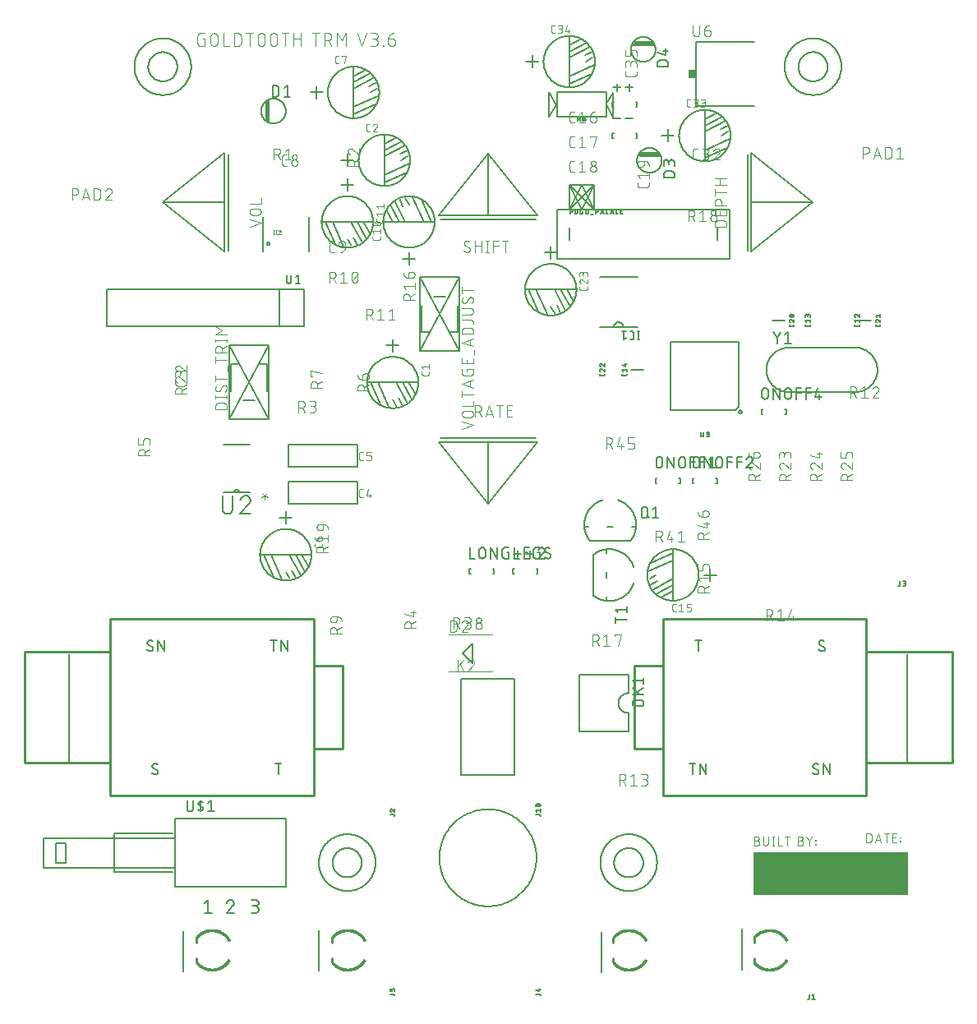
<source format=gbr>
G04 EAGLE Gerber X2 export*
%TF.Part,Single*%
%TF.FileFunction,Legend,Top,1*%
%TF.FilePolarity,Positive*%
%TF.GenerationSoftware,Autodesk,EAGLE,9.2.2*%
%TF.CreationDate,2019-06-08T20:54:27Z*%
G75*
%MOMM*%
%FSLAX34Y34*%
%LPD*%
%INSilkscreen Top*%
%AMOC8*
5,1,8,0,0,1.08239X$1,22.5*%
G01*
%ADD10C,0.101600*%
%ADD11R,15.875000X4.445000*%
%ADD12C,0.076200*%
%ADD13C,0.150000*%
%ADD14C,0.203200*%
%ADD15C,0.127000*%
%ADD16C,0.152400*%
%ADD17C,0.254000*%
%ADD18C,0.025400*%
%ADD19C,0.177800*%
%ADD20R,0.762000X0.863600*%


D10*
X148009Y988575D02*
X150211Y988575D01*
X150211Y981237D01*
X145808Y981237D01*
X145701Y981239D01*
X145594Y981245D01*
X145487Y981255D01*
X145381Y981268D01*
X145275Y981286D01*
X145170Y981307D01*
X145066Y981332D01*
X144962Y981361D01*
X144860Y981394D01*
X144760Y981431D01*
X144660Y981471D01*
X144562Y981515D01*
X144466Y981562D01*
X144372Y981613D01*
X144279Y981667D01*
X144189Y981724D01*
X144100Y981785D01*
X144014Y981849D01*
X143931Y981916D01*
X143849Y981986D01*
X143771Y982059D01*
X143695Y982135D01*
X143622Y982213D01*
X143552Y982295D01*
X143485Y982378D01*
X143421Y982464D01*
X143360Y982553D01*
X143303Y982643D01*
X143249Y982736D01*
X143198Y982830D01*
X143151Y982926D01*
X143107Y983024D01*
X143067Y983124D01*
X143030Y983224D01*
X142997Y983326D01*
X142968Y983430D01*
X142943Y983534D01*
X142922Y983639D01*
X142904Y983745D01*
X142891Y983851D01*
X142881Y983958D01*
X142875Y984065D01*
X142873Y984172D01*
X142873Y991510D01*
X142875Y991617D01*
X142881Y991724D01*
X142891Y991831D01*
X142904Y991937D01*
X142922Y992043D01*
X142943Y992148D01*
X142968Y992252D01*
X142997Y992356D01*
X143030Y992458D01*
X143067Y992558D01*
X143107Y992658D01*
X143151Y992756D01*
X143198Y992852D01*
X143249Y992946D01*
X143303Y993039D01*
X143360Y993129D01*
X143421Y993218D01*
X143485Y993304D01*
X143552Y993387D01*
X143622Y993469D01*
X143695Y993547D01*
X143771Y993623D01*
X143849Y993696D01*
X143931Y993766D01*
X144014Y993833D01*
X144100Y993897D01*
X144189Y993958D01*
X144279Y994015D01*
X144372Y994069D01*
X144466Y994120D01*
X144562Y994167D01*
X144660Y994211D01*
X144760Y994251D01*
X144860Y994288D01*
X144962Y994321D01*
X145066Y994350D01*
X145170Y994375D01*
X145275Y994396D01*
X145381Y994414D01*
X145487Y994427D01*
X145594Y994437D01*
X145701Y994443D01*
X145808Y994445D01*
X150211Y994445D01*
X156101Y990776D02*
X156101Y984906D01*
X156101Y990776D02*
X156103Y990896D01*
X156109Y991016D01*
X156119Y991136D01*
X156132Y991255D01*
X156150Y991374D01*
X156171Y991492D01*
X156197Y991609D01*
X156226Y991726D01*
X156259Y991841D01*
X156296Y991955D01*
X156336Y992068D01*
X156380Y992180D01*
X156428Y992290D01*
X156479Y992399D01*
X156534Y992506D01*
X156593Y992611D01*
X156654Y992713D01*
X156719Y992814D01*
X156788Y992913D01*
X156859Y993010D01*
X156934Y993104D01*
X157011Y993195D01*
X157092Y993284D01*
X157176Y993370D01*
X157262Y993454D01*
X157351Y993535D01*
X157442Y993612D01*
X157536Y993687D01*
X157633Y993758D01*
X157732Y993827D01*
X157833Y993892D01*
X157936Y993953D01*
X158040Y994012D01*
X158147Y994067D01*
X158256Y994118D01*
X158366Y994166D01*
X158478Y994210D01*
X158591Y994250D01*
X158705Y994287D01*
X158820Y994320D01*
X158937Y994349D01*
X159054Y994375D01*
X159172Y994396D01*
X159291Y994414D01*
X159410Y994427D01*
X159530Y994437D01*
X159650Y994443D01*
X159770Y994445D01*
X159890Y994443D01*
X160010Y994437D01*
X160130Y994427D01*
X160249Y994414D01*
X160368Y994396D01*
X160486Y994375D01*
X160603Y994349D01*
X160720Y994320D01*
X160835Y994287D01*
X160949Y994250D01*
X161062Y994210D01*
X161174Y994166D01*
X161284Y994118D01*
X161393Y994067D01*
X161500Y994012D01*
X161605Y993953D01*
X161707Y993892D01*
X161808Y993827D01*
X161907Y993758D01*
X162004Y993687D01*
X162098Y993612D01*
X162189Y993535D01*
X162278Y993454D01*
X162364Y993370D01*
X162448Y993284D01*
X162529Y993195D01*
X162606Y993104D01*
X162681Y993010D01*
X162752Y992913D01*
X162821Y992814D01*
X162886Y992713D01*
X162947Y992611D01*
X163006Y992506D01*
X163061Y992399D01*
X163112Y992290D01*
X163160Y992180D01*
X163204Y992068D01*
X163244Y991955D01*
X163281Y991841D01*
X163314Y991726D01*
X163343Y991609D01*
X163369Y991492D01*
X163390Y991374D01*
X163408Y991255D01*
X163421Y991136D01*
X163431Y991016D01*
X163437Y990896D01*
X163439Y990776D01*
X163439Y984906D01*
X163437Y984786D01*
X163431Y984666D01*
X163421Y984546D01*
X163408Y984427D01*
X163390Y984308D01*
X163369Y984190D01*
X163343Y984073D01*
X163314Y983956D01*
X163281Y983841D01*
X163244Y983727D01*
X163204Y983614D01*
X163160Y983502D01*
X163112Y983392D01*
X163061Y983283D01*
X163006Y983176D01*
X162947Y983072D01*
X162886Y982969D01*
X162821Y982868D01*
X162752Y982769D01*
X162681Y982672D01*
X162606Y982578D01*
X162529Y982487D01*
X162448Y982398D01*
X162364Y982312D01*
X162278Y982228D01*
X162189Y982147D01*
X162098Y982070D01*
X162004Y981995D01*
X161907Y981924D01*
X161808Y981855D01*
X161707Y981790D01*
X161605Y981729D01*
X161500Y981670D01*
X161393Y981615D01*
X161284Y981564D01*
X161174Y981516D01*
X161062Y981472D01*
X160949Y981432D01*
X160835Y981395D01*
X160720Y981362D01*
X160603Y981333D01*
X160486Y981307D01*
X160368Y981286D01*
X160249Y981268D01*
X160130Y981255D01*
X160010Y981245D01*
X159890Y981239D01*
X159770Y981237D01*
X159650Y981239D01*
X159530Y981245D01*
X159410Y981255D01*
X159291Y981268D01*
X159172Y981286D01*
X159054Y981307D01*
X158937Y981333D01*
X158820Y981362D01*
X158705Y981395D01*
X158591Y981432D01*
X158478Y981472D01*
X158366Y981516D01*
X158256Y981564D01*
X158147Y981615D01*
X158040Y981670D01*
X157936Y981729D01*
X157833Y981790D01*
X157732Y981855D01*
X157633Y981924D01*
X157536Y981995D01*
X157442Y982070D01*
X157351Y982147D01*
X157262Y982228D01*
X157176Y982312D01*
X157092Y982398D01*
X157011Y982487D01*
X156934Y982578D01*
X156859Y982672D01*
X156788Y982769D01*
X156719Y982868D01*
X156654Y982969D01*
X156593Y983072D01*
X156534Y983176D01*
X156479Y983283D01*
X156428Y983392D01*
X156380Y983502D01*
X156336Y983614D01*
X156296Y983727D01*
X156259Y983841D01*
X156226Y983956D01*
X156197Y984073D01*
X156171Y984190D01*
X156150Y984308D01*
X156132Y984427D01*
X156119Y984546D01*
X156109Y984666D01*
X156103Y984786D01*
X156101Y984906D01*
X169353Y981237D02*
X169353Y994445D01*
X169353Y981237D02*
X175224Y981237D01*
X180424Y981237D02*
X180424Y994445D01*
X184093Y994445D01*
X184213Y994443D01*
X184333Y994437D01*
X184453Y994427D01*
X184572Y994414D01*
X184691Y994396D01*
X184809Y994375D01*
X184926Y994349D01*
X185043Y994320D01*
X185158Y994287D01*
X185272Y994250D01*
X185385Y994210D01*
X185497Y994166D01*
X185607Y994118D01*
X185716Y994067D01*
X185823Y994012D01*
X185928Y993953D01*
X186030Y993892D01*
X186131Y993827D01*
X186230Y993758D01*
X186327Y993687D01*
X186421Y993612D01*
X186512Y993535D01*
X186601Y993454D01*
X186687Y993370D01*
X186771Y993284D01*
X186852Y993195D01*
X186929Y993104D01*
X187004Y993010D01*
X187075Y992913D01*
X187144Y992814D01*
X187209Y992713D01*
X187270Y992611D01*
X187329Y992506D01*
X187384Y992399D01*
X187435Y992290D01*
X187483Y992180D01*
X187527Y992068D01*
X187567Y991955D01*
X187604Y991841D01*
X187637Y991726D01*
X187666Y991609D01*
X187692Y991492D01*
X187713Y991374D01*
X187731Y991255D01*
X187744Y991136D01*
X187754Y991016D01*
X187760Y990896D01*
X187762Y990776D01*
X187762Y984906D01*
X187760Y984786D01*
X187754Y984666D01*
X187744Y984546D01*
X187731Y984427D01*
X187713Y984308D01*
X187692Y984190D01*
X187666Y984073D01*
X187637Y983956D01*
X187604Y983841D01*
X187567Y983727D01*
X187527Y983614D01*
X187483Y983502D01*
X187435Y983392D01*
X187384Y983283D01*
X187329Y983176D01*
X187270Y983072D01*
X187209Y982969D01*
X187144Y982868D01*
X187075Y982769D01*
X187004Y982672D01*
X186929Y982578D01*
X186852Y982487D01*
X186771Y982398D01*
X186687Y982312D01*
X186601Y982228D01*
X186512Y982147D01*
X186421Y982070D01*
X186327Y981995D01*
X186230Y981924D01*
X186131Y981855D01*
X186030Y981790D01*
X185928Y981729D01*
X185823Y981670D01*
X185716Y981615D01*
X185607Y981564D01*
X185497Y981516D01*
X185385Y981472D01*
X185272Y981432D01*
X185158Y981395D01*
X185043Y981362D01*
X184926Y981333D01*
X184809Y981307D01*
X184691Y981286D01*
X184572Y981268D01*
X184453Y981255D01*
X184333Y981245D01*
X184213Y981239D01*
X184093Y981237D01*
X180424Y981237D01*
X196468Y981237D02*
X196468Y994445D01*
X192799Y994445D02*
X200137Y994445D01*
X204747Y990776D02*
X204747Y984906D01*
X204747Y990776D02*
X204749Y990896D01*
X204755Y991016D01*
X204765Y991136D01*
X204778Y991255D01*
X204796Y991374D01*
X204817Y991492D01*
X204843Y991609D01*
X204872Y991726D01*
X204905Y991841D01*
X204942Y991955D01*
X204982Y992068D01*
X205026Y992180D01*
X205074Y992290D01*
X205125Y992399D01*
X205180Y992506D01*
X205239Y992611D01*
X205300Y992713D01*
X205365Y992814D01*
X205434Y992913D01*
X205505Y993010D01*
X205580Y993104D01*
X205657Y993195D01*
X205738Y993284D01*
X205822Y993370D01*
X205908Y993454D01*
X205997Y993535D01*
X206088Y993612D01*
X206182Y993687D01*
X206279Y993758D01*
X206378Y993827D01*
X206479Y993892D01*
X206582Y993953D01*
X206686Y994012D01*
X206793Y994067D01*
X206902Y994118D01*
X207012Y994166D01*
X207124Y994210D01*
X207237Y994250D01*
X207351Y994287D01*
X207466Y994320D01*
X207583Y994349D01*
X207700Y994375D01*
X207818Y994396D01*
X207937Y994414D01*
X208056Y994427D01*
X208176Y994437D01*
X208296Y994443D01*
X208416Y994445D01*
X208536Y994443D01*
X208656Y994437D01*
X208776Y994427D01*
X208895Y994414D01*
X209014Y994396D01*
X209132Y994375D01*
X209249Y994349D01*
X209366Y994320D01*
X209481Y994287D01*
X209595Y994250D01*
X209708Y994210D01*
X209820Y994166D01*
X209930Y994118D01*
X210039Y994067D01*
X210146Y994012D01*
X210251Y993953D01*
X210353Y993892D01*
X210454Y993827D01*
X210553Y993758D01*
X210650Y993687D01*
X210744Y993612D01*
X210835Y993535D01*
X210924Y993454D01*
X211010Y993370D01*
X211094Y993284D01*
X211175Y993195D01*
X211252Y993104D01*
X211327Y993010D01*
X211398Y992913D01*
X211467Y992814D01*
X211532Y992713D01*
X211593Y992611D01*
X211652Y992506D01*
X211707Y992399D01*
X211758Y992290D01*
X211806Y992180D01*
X211850Y992068D01*
X211890Y991955D01*
X211927Y991841D01*
X211960Y991726D01*
X211989Y991609D01*
X212015Y991492D01*
X212036Y991374D01*
X212054Y991255D01*
X212067Y991136D01*
X212077Y991016D01*
X212083Y990896D01*
X212085Y990776D01*
X212085Y984906D01*
X212083Y984786D01*
X212077Y984666D01*
X212067Y984546D01*
X212054Y984427D01*
X212036Y984308D01*
X212015Y984190D01*
X211989Y984073D01*
X211960Y983956D01*
X211927Y983841D01*
X211890Y983727D01*
X211850Y983614D01*
X211806Y983502D01*
X211758Y983392D01*
X211707Y983283D01*
X211652Y983176D01*
X211593Y983072D01*
X211532Y982969D01*
X211467Y982868D01*
X211398Y982769D01*
X211327Y982672D01*
X211252Y982578D01*
X211175Y982487D01*
X211094Y982398D01*
X211010Y982312D01*
X210924Y982228D01*
X210835Y982147D01*
X210744Y982070D01*
X210650Y981995D01*
X210553Y981924D01*
X210454Y981855D01*
X210353Y981790D01*
X210251Y981729D01*
X210146Y981670D01*
X210039Y981615D01*
X209930Y981564D01*
X209820Y981516D01*
X209708Y981472D01*
X209595Y981432D01*
X209481Y981395D01*
X209366Y981362D01*
X209249Y981333D01*
X209132Y981307D01*
X209014Y981286D01*
X208895Y981268D01*
X208776Y981255D01*
X208656Y981245D01*
X208536Y981239D01*
X208416Y981237D01*
X208296Y981239D01*
X208176Y981245D01*
X208056Y981255D01*
X207937Y981268D01*
X207818Y981286D01*
X207700Y981307D01*
X207583Y981333D01*
X207466Y981362D01*
X207351Y981395D01*
X207237Y981432D01*
X207124Y981472D01*
X207012Y981516D01*
X206902Y981564D01*
X206793Y981615D01*
X206686Y981670D01*
X206582Y981729D01*
X206479Y981790D01*
X206378Y981855D01*
X206279Y981924D01*
X206182Y981995D01*
X206088Y982070D01*
X205997Y982147D01*
X205908Y982228D01*
X205822Y982312D01*
X205738Y982398D01*
X205657Y982487D01*
X205580Y982578D01*
X205505Y982672D01*
X205434Y982769D01*
X205365Y982868D01*
X205300Y982969D01*
X205239Y983072D01*
X205180Y983176D01*
X205125Y983283D01*
X205074Y983392D01*
X205026Y983502D01*
X204982Y983614D01*
X204942Y983727D01*
X204905Y983841D01*
X204872Y983956D01*
X204843Y984073D01*
X204817Y984190D01*
X204796Y984308D01*
X204778Y984427D01*
X204765Y984546D01*
X204755Y984666D01*
X204749Y984786D01*
X204747Y984906D01*
X217549Y984906D02*
X217549Y990776D01*
X217551Y990896D01*
X217557Y991016D01*
X217567Y991136D01*
X217580Y991255D01*
X217598Y991374D01*
X217619Y991492D01*
X217645Y991609D01*
X217674Y991726D01*
X217707Y991841D01*
X217744Y991955D01*
X217784Y992068D01*
X217828Y992180D01*
X217876Y992290D01*
X217927Y992399D01*
X217982Y992506D01*
X218041Y992611D01*
X218102Y992713D01*
X218167Y992814D01*
X218236Y992913D01*
X218307Y993010D01*
X218382Y993104D01*
X218459Y993195D01*
X218540Y993284D01*
X218624Y993370D01*
X218710Y993454D01*
X218799Y993535D01*
X218890Y993612D01*
X218984Y993687D01*
X219081Y993758D01*
X219180Y993827D01*
X219281Y993892D01*
X219384Y993953D01*
X219488Y994012D01*
X219595Y994067D01*
X219704Y994118D01*
X219814Y994166D01*
X219926Y994210D01*
X220039Y994250D01*
X220153Y994287D01*
X220268Y994320D01*
X220385Y994349D01*
X220502Y994375D01*
X220620Y994396D01*
X220739Y994414D01*
X220858Y994427D01*
X220978Y994437D01*
X221098Y994443D01*
X221218Y994445D01*
X221338Y994443D01*
X221458Y994437D01*
X221578Y994427D01*
X221697Y994414D01*
X221816Y994396D01*
X221934Y994375D01*
X222051Y994349D01*
X222168Y994320D01*
X222283Y994287D01*
X222397Y994250D01*
X222510Y994210D01*
X222622Y994166D01*
X222732Y994118D01*
X222841Y994067D01*
X222948Y994012D01*
X223053Y993953D01*
X223155Y993892D01*
X223256Y993827D01*
X223355Y993758D01*
X223452Y993687D01*
X223546Y993612D01*
X223637Y993535D01*
X223726Y993454D01*
X223812Y993370D01*
X223896Y993284D01*
X223977Y993195D01*
X224054Y993104D01*
X224129Y993010D01*
X224200Y992913D01*
X224269Y992814D01*
X224334Y992713D01*
X224395Y992611D01*
X224454Y992506D01*
X224509Y992399D01*
X224560Y992290D01*
X224608Y992180D01*
X224652Y992068D01*
X224692Y991955D01*
X224729Y991841D01*
X224762Y991726D01*
X224791Y991609D01*
X224817Y991492D01*
X224838Y991374D01*
X224856Y991255D01*
X224869Y991136D01*
X224879Y991016D01*
X224885Y990896D01*
X224887Y990776D01*
X224886Y990776D02*
X224886Y984906D01*
X224887Y984906D02*
X224885Y984786D01*
X224879Y984666D01*
X224869Y984546D01*
X224856Y984427D01*
X224838Y984308D01*
X224817Y984190D01*
X224791Y984073D01*
X224762Y983956D01*
X224729Y983841D01*
X224692Y983727D01*
X224652Y983614D01*
X224608Y983502D01*
X224560Y983392D01*
X224509Y983283D01*
X224454Y983176D01*
X224395Y983072D01*
X224334Y982969D01*
X224269Y982868D01*
X224200Y982769D01*
X224129Y982672D01*
X224054Y982578D01*
X223977Y982487D01*
X223896Y982398D01*
X223812Y982312D01*
X223726Y982228D01*
X223637Y982147D01*
X223546Y982070D01*
X223452Y981995D01*
X223355Y981924D01*
X223256Y981855D01*
X223155Y981790D01*
X223053Y981729D01*
X222948Y981670D01*
X222841Y981615D01*
X222732Y981564D01*
X222622Y981516D01*
X222510Y981472D01*
X222397Y981432D01*
X222283Y981395D01*
X222168Y981362D01*
X222051Y981333D01*
X221934Y981307D01*
X221816Y981286D01*
X221697Y981268D01*
X221578Y981255D01*
X221458Y981245D01*
X221338Y981239D01*
X221218Y981237D01*
X221098Y981239D01*
X220978Y981245D01*
X220858Y981255D01*
X220739Y981268D01*
X220620Y981286D01*
X220502Y981307D01*
X220385Y981333D01*
X220268Y981362D01*
X220153Y981395D01*
X220039Y981432D01*
X219926Y981472D01*
X219814Y981516D01*
X219704Y981564D01*
X219595Y981615D01*
X219488Y981670D01*
X219384Y981729D01*
X219281Y981790D01*
X219180Y981855D01*
X219081Y981924D01*
X218984Y981995D01*
X218890Y982070D01*
X218799Y982147D01*
X218710Y982228D01*
X218624Y982312D01*
X218540Y982398D01*
X218459Y982487D01*
X218382Y982578D01*
X218307Y982672D01*
X218236Y982769D01*
X218167Y982868D01*
X218102Y982969D01*
X218041Y983072D01*
X217982Y983176D01*
X217927Y983283D01*
X217876Y983392D01*
X217828Y983502D01*
X217784Y983614D01*
X217744Y983727D01*
X217707Y983841D01*
X217674Y983956D01*
X217645Y984073D01*
X217619Y984190D01*
X217598Y984308D01*
X217580Y984427D01*
X217567Y984546D01*
X217557Y984666D01*
X217551Y984786D01*
X217549Y984906D01*
X233166Y981237D02*
X233166Y994445D01*
X229497Y994445D02*
X236835Y994445D01*
X241872Y994445D02*
X241872Y981237D01*
X241872Y988575D02*
X249209Y988575D01*
X249209Y994445D02*
X249209Y981237D01*
X264743Y981237D02*
X264743Y994445D01*
X261074Y994445D02*
X268412Y994445D01*
X273527Y994445D02*
X273527Y981237D01*
X273527Y994445D02*
X277196Y994445D01*
X277316Y994443D01*
X277436Y994437D01*
X277556Y994427D01*
X277675Y994414D01*
X277794Y994396D01*
X277912Y994375D01*
X278029Y994349D01*
X278146Y994320D01*
X278261Y994287D01*
X278375Y994250D01*
X278488Y994210D01*
X278600Y994166D01*
X278710Y994118D01*
X278819Y994067D01*
X278926Y994012D01*
X279030Y993953D01*
X279133Y993892D01*
X279234Y993827D01*
X279333Y993758D01*
X279430Y993687D01*
X279524Y993612D01*
X279615Y993535D01*
X279704Y993454D01*
X279790Y993370D01*
X279874Y993284D01*
X279955Y993195D01*
X280032Y993104D01*
X280107Y993010D01*
X280178Y992913D01*
X280247Y992814D01*
X280312Y992713D01*
X280373Y992611D01*
X280432Y992506D01*
X280487Y992399D01*
X280538Y992290D01*
X280586Y992180D01*
X280630Y992068D01*
X280670Y991955D01*
X280707Y991841D01*
X280740Y991726D01*
X280769Y991609D01*
X280795Y991492D01*
X280816Y991374D01*
X280834Y991255D01*
X280847Y991136D01*
X280857Y991016D01*
X280863Y990896D01*
X280865Y990776D01*
X280863Y990656D01*
X280857Y990536D01*
X280847Y990416D01*
X280834Y990297D01*
X280816Y990178D01*
X280795Y990060D01*
X280769Y989943D01*
X280740Y989826D01*
X280707Y989711D01*
X280670Y989597D01*
X280630Y989484D01*
X280586Y989372D01*
X280538Y989262D01*
X280487Y989153D01*
X280432Y989046D01*
X280373Y988942D01*
X280312Y988839D01*
X280247Y988738D01*
X280178Y988639D01*
X280107Y988542D01*
X280032Y988448D01*
X279955Y988357D01*
X279874Y988268D01*
X279790Y988182D01*
X279704Y988098D01*
X279615Y988017D01*
X279524Y987940D01*
X279430Y987865D01*
X279333Y987794D01*
X279234Y987725D01*
X279133Y987660D01*
X279031Y987599D01*
X278926Y987540D01*
X278819Y987485D01*
X278710Y987434D01*
X278600Y987386D01*
X278488Y987342D01*
X278375Y987302D01*
X278261Y987265D01*
X278146Y987232D01*
X278029Y987203D01*
X277912Y987177D01*
X277794Y987156D01*
X277675Y987138D01*
X277556Y987125D01*
X277436Y987115D01*
X277316Y987109D01*
X277196Y987107D01*
X273527Y987107D01*
X277930Y987107D02*
X280865Y981237D01*
X286797Y981237D02*
X286797Y994445D01*
X291199Y987107D01*
X295602Y994445D01*
X295602Y981237D01*
X312109Y981237D02*
X307706Y994445D01*
X316511Y994445D02*
X312109Y981237D01*
X321241Y981237D02*
X324910Y981237D01*
X325030Y981239D01*
X325150Y981245D01*
X325270Y981255D01*
X325389Y981268D01*
X325508Y981286D01*
X325626Y981307D01*
X325743Y981333D01*
X325860Y981362D01*
X325975Y981395D01*
X326089Y981432D01*
X326202Y981472D01*
X326314Y981516D01*
X326424Y981564D01*
X326533Y981615D01*
X326640Y981670D01*
X326745Y981729D01*
X326847Y981790D01*
X326948Y981855D01*
X327047Y981924D01*
X327144Y981995D01*
X327238Y982070D01*
X327329Y982147D01*
X327418Y982228D01*
X327504Y982312D01*
X327588Y982398D01*
X327669Y982487D01*
X327746Y982578D01*
X327821Y982672D01*
X327892Y982769D01*
X327961Y982868D01*
X328026Y982969D01*
X328087Y983072D01*
X328146Y983176D01*
X328201Y983283D01*
X328252Y983392D01*
X328300Y983502D01*
X328344Y983614D01*
X328384Y983727D01*
X328421Y983841D01*
X328454Y983956D01*
X328483Y984073D01*
X328509Y984190D01*
X328530Y984308D01*
X328548Y984427D01*
X328561Y984546D01*
X328571Y984666D01*
X328577Y984786D01*
X328579Y984906D01*
X328577Y985026D01*
X328571Y985146D01*
X328561Y985266D01*
X328548Y985385D01*
X328530Y985504D01*
X328509Y985622D01*
X328483Y985739D01*
X328454Y985856D01*
X328421Y985971D01*
X328384Y986085D01*
X328344Y986198D01*
X328300Y986310D01*
X328252Y986420D01*
X328201Y986529D01*
X328146Y986636D01*
X328087Y986741D01*
X328026Y986843D01*
X327961Y986944D01*
X327892Y987043D01*
X327821Y987140D01*
X327746Y987234D01*
X327669Y987325D01*
X327588Y987414D01*
X327504Y987500D01*
X327418Y987584D01*
X327329Y987665D01*
X327238Y987742D01*
X327144Y987817D01*
X327047Y987888D01*
X326948Y987957D01*
X326847Y988022D01*
X326744Y988083D01*
X326640Y988142D01*
X326533Y988197D01*
X326424Y988248D01*
X326314Y988296D01*
X326202Y988340D01*
X326089Y988380D01*
X325975Y988417D01*
X325860Y988450D01*
X325743Y988479D01*
X325626Y988505D01*
X325508Y988526D01*
X325389Y988544D01*
X325270Y988557D01*
X325150Y988567D01*
X325030Y988573D01*
X324910Y988575D01*
X325644Y994445D02*
X321241Y994445D01*
X325644Y994445D02*
X325751Y994443D01*
X325858Y994437D01*
X325965Y994427D01*
X326071Y994414D01*
X326177Y994396D01*
X326282Y994375D01*
X326386Y994350D01*
X326490Y994321D01*
X326592Y994288D01*
X326692Y994251D01*
X326792Y994211D01*
X326890Y994167D01*
X326986Y994120D01*
X327080Y994069D01*
X327173Y994015D01*
X327263Y993958D01*
X327352Y993897D01*
X327438Y993833D01*
X327521Y993766D01*
X327603Y993696D01*
X327681Y993623D01*
X327757Y993547D01*
X327830Y993469D01*
X327900Y993387D01*
X327967Y993304D01*
X328031Y993218D01*
X328092Y993129D01*
X328149Y993039D01*
X328203Y992946D01*
X328254Y992852D01*
X328301Y992756D01*
X328345Y992658D01*
X328385Y992558D01*
X328422Y992458D01*
X328455Y992356D01*
X328484Y992252D01*
X328509Y992148D01*
X328530Y992043D01*
X328548Y991937D01*
X328561Y991831D01*
X328571Y991724D01*
X328577Y991617D01*
X328579Y991510D01*
X328577Y991403D01*
X328571Y991296D01*
X328561Y991189D01*
X328548Y991083D01*
X328530Y990977D01*
X328509Y990872D01*
X328484Y990768D01*
X328455Y990664D01*
X328422Y990562D01*
X328385Y990462D01*
X328345Y990362D01*
X328301Y990264D01*
X328254Y990168D01*
X328203Y990074D01*
X328149Y989981D01*
X328092Y989891D01*
X328031Y989802D01*
X327967Y989716D01*
X327900Y989633D01*
X327830Y989551D01*
X327757Y989473D01*
X327681Y989397D01*
X327603Y989324D01*
X327521Y989254D01*
X327438Y989187D01*
X327352Y989123D01*
X327263Y989062D01*
X327173Y989005D01*
X327080Y988951D01*
X326986Y988900D01*
X326890Y988853D01*
X326792Y988809D01*
X326692Y988769D01*
X326592Y988732D01*
X326490Y988699D01*
X326386Y988670D01*
X326282Y988645D01*
X326177Y988624D01*
X326071Y988606D01*
X325965Y988593D01*
X325858Y988583D01*
X325751Y988577D01*
X325644Y988575D01*
X322709Y988575D01*
X333504Y981971D02*
X333504Y981237D01*
X333504Y981971D02*
X334238Y981971D01*
X334238Y981237D01*
X333504Y981237D01*
X339164Y988575D02*
X343566Y988575D01*
X343566Y988574D02*
X343673Y988572D01*
X343780Y988566D01*
X343887Y988556D01*
X343993Y988543D01*
X344099Y988525D01*
X344204Y988504D01*
X344308Y988479D01*
X344412Y988450D01*
X344514Y988417D01*
X344614Y988380D01*
X344714Y988340D01*
X344812Y988296D01*
X344908Y988249D01*
X345002Y988198D01*
X345095Y988144D01*
X345185Y988087D01*
X345274Y988026D01*
X345360Y987962D01*
X345443Y987895D01*
X345525Y987825D01*
X345603Y987752D01*
X345679Y987676D01*
X345752Y987598D01*
X345822Y987516D01*
X345889Y987433D01*
X345953Y987347D01*
X346014Y987258D01*
X346071Y987168D01*
X346125Y987075D01*
X346176Y986981D01*
X346223Y986885D01*
X346267Y986787D01*
X346307Y986687D01*
X346344Y986587D01*
X346377Y986485D01*
X346406Y986381D01*
X346431Y986277D01*
X346452Y986172D01*
X346470Y986066D01*
X346483Y985960D01*
X346493Y985853D01*
X346499Y985746D01*
X346501Y985639D01*
X346501Y984906D01*
X346499Y984786D01*
X346493Y984666D01*
X346483Y984546D01*
X346470Y984427D01*
X346452Y984308D01*
X346431Y984190D01*
X346405Y984073D01*
X346376Y983956D01*
X346343Y983841D01*
X346306Y983727D01*
X346266Y983614D01*
X346222Y983502D01*
X346174Y983392D01*
X346123Y983283D01*
X346068Y983176D01*
X346009Y983072D01*
X345948Y982969D01*
X345883Y982868D01*
X345814Y982769D01*
X345743Y982672D01*
X345668Y982578D01*
X345591Y982487D01*
X345510Y982398D01*
X345426Y982312D01*
X345340Y982228D01*
X345251Y982147D01*
X345160Y982070D01*
X345066Y981995D01*
X344969Y981924D01*
X344870Y981855D01*
X344769Y981790D01*
X344667Y981729D01*
X344562Y981670D01*
X344455Y981615D01*
X344346Y981564D01*
X344236Y981516D01*
X344124Y981472D01*
X344011Y981432D01*
X343897Y981395D01*
X343782Y981362D01*
X343665Y981333D01*
X343548Y981307D01*
X343430Y981286D01*
X343311Y981268D01*
X343192Y981255D01*
X343072Y981245D01*
X342952Y981239D01*
X342832Y981237D01*
X342712Y981239D01*
X342592Y981245D01*
X342472Y981255D01*
X342353Y981268D01*
X342234Y981286D01*
X342116Y981307D01*
X341999Y981333D01*
X341882Y981362D01*
X341767Y981395D01*
X341653Y981432D01*
X341540Y981472D01*
X341428Y981516D01*
X341318Y981564D01*
X341209Y981615D01*
X341102Y981670D01*
X340998Y981729D01*
X340895Y981790D01*
X340794Y981855D01*
X340695Y981924D01*
X340598Y981995D01*
X340504Y982070D01*
X340413Y982147D01*
X340324Y982228D01*
X340238Y982312D01*
X340154Y982398D01*
X340073Y982487D01*
X339996Y982578D01*
X339921Y982672D01*
X339850Y982769D01*
X339781Y982868D01*
X339716Y982969D01*
X339655Y983072D01*
X339596Y983176D01*
X339541Y983283D01*
X339490Y983392D01*
X339442Y983502D01*
X339398Y983614D01*
X339358Y983727D01*
X339321Y983841D01*
X339288Y983956D01*
X339259Y984073D01*
X339233Y984190D01*
X339212Y984308D01*
X339194Y984427D01*
X339181Y984546D01*
X339171Y984666D01*
X339165Y984786D01*
X339163Y984906D01*
X339164Y984906D02*
X339164Y988575D01*
X339166Y988726D01*
X339172Y988877D01*
X339182Y989028D01*
X339195Y989179D01*
X339213Y989329D01*
X339234Y989478D01*
X339259Y989627D01*
X339288Y989776D01*
X339321Y989923D01*
X339358Y990070D01*
X339398Y990216D01*
X339442Y990360D01*
X339490Y990504D01*
X339541Y990646D01*
X339596Y990786D01*
X339655Y990926D01*
X339718Y991063D01*
X339783Y991199D01*
X339853Y991334D01*
X339925Y991466D01*
X340002Y991597D01*
X340081Y991725D01*
X340164Y991852D01*
X340250Y991976D01*
X340339Y992098D01*
X340431Y992218D01*
X340527Y992335D01*
X340625Y992450D01*
X340726Y992562D01*
X340830Y992672D01*
X340937Y992779D01*
X341047Y992883D01*
X341159Y992984D01*
X341274Y993082D01*
X341391Y993178D01*
X341511Y993270D01*
X341633Y993359D01*
X341757Y993445D01*
X341884Y993528D01*
X342012Y993607D01*
X342143Y993684D01*
X342275Y993756D01*
X342410Y993826D01*
X342546Y993891D01*
X342683Y993954D01*
X342823Y994013D01*
X342963Y994068D01*
X343105Y994119D01*
X343249Y994167D01*
X343393Y994211D01*
X343539Y994251D01*
X343686Y994288D01*
X343833Y994321D01*
X343982Y994350D01*
X344131Y994375D01*
X344280Y994396D01*
X344430Y994414D01*
X344581Y994427D01*
X344732Y994437D01*
X344883Y994443D01*
X345034Y994445D01*
D11*
X795315Y128424D03*
D12*
X719148Y162850D02*
X716537Y162850D01*
X719148Y162850D02*
X719249Y162848D01*
X719350Y162842D01*
X719451Y162832D01*
X719551Y162819D01*
X719651Y162801D01*
X719750Y162780D01*
X719848Y162754D01*
X719945Y162725D01*
X720041Y162693D01*
X720135Y162656D01*
X720228Y162616D01*
X720320Y162572D01*
X720409Y162525D01*
X720497Y162474D01*
X720583Y162420D01*
X720666Y162363D01*
X720748Y162303D01*
X720826Y162239D01*
X720903Y162173D01*
X720976Y162103D01*
X721047Y162031D01*
X721115Y161956D01*
X721180Y161878D01*
X721242Y161798D01*
X721301Y161716D01*
X721357Y161631D01*
X721409Y161544D01*
X721458Y161456D01*
X721504Y161365D01*
X721545Y161273D01*
X721584Y161179D01*
X721618Y161084D01*
X721649Y160988D01*
X721676Y160890D01*
X721700Y160792D01*
X721719Y160692D01*
X721735Y160592D01*
X721747Y160492D01*
X721755Y160391D01*
X721759Y160290D01*
X721759Y160188D01*
X721755Y160087D01*
X721747Y159986D01*
X721735Y159886D01*
X721719Y159786D01*
X721700Y159686D01*
X721676Y159588D01*
X721649Y159490D01*
X721618Y159394D01*
X721584Y159299D01*
X721545Y159205D01*
X721504Y159113D01*
X721458Y159022D01*
X721409Y158933D01*
X721357Y158847D01*
X721301Y158762D01*
X721242Y158680D01*
X721180Y158600D01*
X721115Y158522D01*
X721047Y158447D01*
X720976Y158375D01*
X720903Y158305D01*
X720826Y158239D01*
X720748Y158175D01*
X720666Y158115D01*
X720583Y158058D01*
X720497Y158004D01*
X720409Y157953D01*
X720320Y157906D01*
X720228Y157862D01*
X720135Y157822D01*
X720041Y157785D01*
X719945Y157753D01*
X719848Y157724D01*
X719750Y157698D01*
X719651Y157677D01*
X719551Y157659D01*
X719451Y157646D01*
X719350Y157636D01*
X719249Y157630D01*
X719148Y157628D01*
X716537Y157628D01*
X716537Y167026D01*
X719148Y167026D01*
X719238Y167024D01*
X719327Y167018D01*
X719417Y167009D01*
X719506Y166995D01*
X719594Y166978D01*
X719681Y166957D01*
X719768Y166932D01*
X719853Y166903D01*
X719937Y166871D01*
X720019Y166836D01*
X720100Y166796D01*
X720179Y166754D01*
X720256Y166708D01*
X720331Y166658D01*
X720404Y166606D01*
X720475Y166550D01*
X720543Y166492D01*
X720608Y166430D01*
X720671Y166366D01*
X720731Y166299D01*
X720788Y166230D01*
X720842Y166158D01*
X720893Y166084D01*
X720941Y166008D01*
X720985Y165930D01*
X721026Y165850D01*
X721064Y165768D01*
X721098Y165685D01*
X721128Y165600D01*
X721155Y165514D01*
X721178Y165428D01*
X721197Y165340D01*
X721212Y165251D01*
X721224Y165162D01*
X721232Y165073D01*
X721236Y164983D01*
X721236Y164893D01*
X721232Y164803D01*
X721224Y164714D01*
X721212Y164625D01*
X721197Y164536D01*
X721178Y164448D01*
X721155Y164362D01*
X721128Y164276D01*
X721098Y164191D01*
X721064Y164108D01*
X721026Y164026D01*
X720985Y163946D01*
X720941Y163868D01*
X720893Y163792D01*
X720842Y163718D01*
X720788Y163646D01*
X720731Y163577D01*
X720671Y163510D01*
X720608Y163446D01*
X720543Y163384D01*
X720475Y163326D01*
X720404Y163270D01*
X720331Y163218D01*
X720256Y163168D01*
X720179Y163122D01*
X720100Y163080D01*
X720019Y163040D01*
X719937Y163005D01*
X719853Y162973D01*
X719768Y162944D01*
X719681Y162919D01*
X719594Y162898D01*
X719506Y162881D01*
X719417Y162867D01*
X719327Y162858D01*
X719238Y162852D01*
X719148Y162850D01*
X725550Y160239D02*
X725550Y167026D01*
X725550Y160239D02*
X725552Y160138D01*
X725558Y160037D01*
X725568Y159936D01*
X725581Y159836D01*
X725599Y159736D01*
X725620Y159637D01*
X725646Y159539D01*
X725675Y159442D01*
X725707Y159346D01*
X725744Y159252D01*
X725784Y159159D01*
X725828Y159067D01*
X725875Y158978D01*
X725926Y158890D01*
X725980Y158804D01*
X726037Y158721D01*
X726097Y158639D01*
X726161Y158561D01*
X726227Y158484D01*
X726297Y158411D01*
X726369Y158340D01*
X726444Y158272D01*
X726522Y158207D01*
X726602Y158145D01*
X726684Y158086D01*
X726769Y158030D01*
X726856Y157978D01*
X726944Y157929D01*
X727035Y157883D01*
X727127Y157842D01*
X727221Y157803D01*
X727316Y157769D01*
X727412Y157738D01*
X727510Y157711D01*
X727608Y157687D01*
X727708Y157668D01*
X727808Y157652D01*
X727908Y157640D01*
X728009Y157632D01*
X728110Y157628D01*
X728212Y157628D01*
X728313Y157632D01*
X728414Y157640D01*
X728514Y157652D01*
X728614Y157668D01*
X728714Y157687D01*
X728812Y157711D01*
X728910Y157738D01*
X729006Y157769D01*
X729101Y157803D01*
X729195Y157842D01*
X729287Y157883D01*
X729378Y157929D01*
X729467Y157978D01*
X729553Y158030D01*
X729638Y158086D01*
X729720Y158145D01*
X729800Y158207D01*
X729878Y158272D01*
X729953Y158340D01*
X730025Y158411D01*
X730095Y158484D01*
X730161Y158561D01*
X730225Y158639D01*
X730285Y158721D01*
X730342Y158804D01*
X730396Y158890D01*
X730447Y158978D01*
X730494Y159067D01*
X730538Y159159D01*
X730578Y159252D01*
X730615Y159346D01*
X730647Y159442D01*
X730676Y159539D01*
X730702Y159637D01*
X730723Y159736D01*
X730741Y159836D01*
X730754Y159936D01*
X730764Y160037D01*
X730770Y160138D01*
X730772Y160239D01*
X730771Y160239D02*
X730771Y167026D01*
X735781Y167026D02*
X735781Y157628D01*
X736825Y157628D02*
X734736Y157628D01*
X734736Y167026D02*
X736825Y167026D01*
X740808Y167026D02*
X740808Y157628D01*
X744984Y157628D01*
X750411Y157628D02*
X750411Y167026D01*
X747800Y167026D02*
X753022Y167026D01*
X761648Y162850D02*
X764258Y162850D01*
X764359Y162848D01*
X764460Y162842D01*
X764561Y162832D01*
X764661Y162819D01*
X764761Y162801D01*
X764860Y162780D01*
X764958Y162754D01*
X765055Y162725D01*
X765151Y162693D01*
X765245Y162656D01*
X765338Y162616D01*
X765430Y162572D01*
X765519Y162525D01*
X765607Y162474D01*
X765693Y162420D01*
X765776Y162363D01*
X765858Y162303D01*
X765936Y162239D01*
X766013Y162173D01*
X766086Y162103D01*
X766157Y162031D01*
X766225Y161956D01*
X766290Y161878D01*
X766352Y161798D01*
X766411Y161716D01*
X766467Y161631D01*
X766519Y161544D01*
X766568Y161456D01*
X766614Y161365D01*
X766655Y161273D01*
X766694Y161179D01*
X766728Y161084D01*
X766759Y160988D01*
X766786Y160890D01*
X766810Y160792D01*
X766829Y160692D01*
X766845Y160592D01*
X766857Y160492D01*
X766865Y160391D01*
X766869Y160290D01*
X766869Y160188D01*
X766865Y160087D01*
X766857Y159986D01*
X766845Y159886D01*
X766829Y159786D01*
X766810Y159686D01*
X766786Y159588D01*
X766759Y159490D01*
X766728Y159394D01*
X766694Y159299D01*
X766655Y159205D01*
X766614Y159113D01*
X766568Y159022D01*
X766519Y158933D01*
X766467Y158847D01*
X766411Y158762D01*
X766352Y158680D01*
X766290Y158600D01*
X766225Y158522D01*
X766157Y158447D01*
X766086Y158375D01*
X766013Y158305D01*
X765936Y158239D01*
X765858Y158175D01*
X765776Y158115D01*
X765693Y158058D01*
X765607Y158004D01*
X765519Y157953D01*
X765430Y157906D01*
X765338Y157862D01*
X765245Y157822D01*
X765151Y157785D01*
X765055Y157753D01*
X764958Y157724D01*
X764860Y157698D01*
X764761Y157677D01*
X764661Y157659D01*
X764561Y157646D01*
X764460Y157636D01*
X764359Y157630D01*
X764258Y157628D01*
X761648Y157628D01*
X761648Y167026D01*
X764258Y167026D01*
X764348Y167024D01*
X764437Y167018D01*
X764527Y167009D01*
X764616Y166995D01*
X764704Y166978D01*
X764791Y166957D01*
X764878Y166932D01*
X764963Y166903D01*
X765047Y166871D01*
X765129Y166836D01*
X765210Y166796D01*
X765289Y166754D01*
X765366Y166708D01*
X765441Y166658D01*
X765514Y166606D01*
X765585Y166550D01*
X765653Y166492D01*
X765718Y166430D01*
X765781Y166366D01*
X765841Y166299D01*
X765898Y166230D01*
X765952Y166158D01*
X766003Y166084D01*
X766051Y166008D01*
X766095Y165930D01*
X766136Y165850D01*
X766174Y165768D01*
X766208Y165685D01*
X766238Y165600D01*
X766265Y165514D01*
X766288Y165428D01*
X766307Y165340D01*
X766322Y165251D01*
X766334Y165162D01*
X766342Y165073D01*
X766346Y164983D01*
X766346Y164893D01*
X766342Y164803D01*
X766334Y164714D01*
X766322Y164625D01*
X766307Y164536D01*
X766288Y164448D01*
X766265Y164362D01*
X766238Y164276D01*
X766208Y164191D01*
X766174Y164108D01*
X766136Y164026D01*
X766095Y163946D01*
X766051Y163868D01*
X766003Y163792D01*
X765952Y163718D01*
X765898Y163646D01*
X765841Y163577D01*
X765781Y163510D01*
X765718Y163446D01*
X765653Y163384D01*
X765585Y163326D01*
X765514Y163270D01*
X765441Y163218D01*
X765366Y163168D01*
X765289Y163122D01*
X765210Y163080D01*
X765129Y163040D01*
X765047Y163005D01*
X764963Y162973D01*
X764878Y162944D01*
X764791Y162919D01*
X764704Y162898D01*
X764616Y162881D01*
X764527Y162867D01*
X764437Y162858D01*
X764348Y162852D01*
X764258Y162850D01*
X769833Y167026D02*
X772966Y162588D01*
X776099Y167026D01*
X772966Y162588D02*
X772966Y157628D01*
X779411Y158412D02*
X779411Y158934D01*
X779933Y158934D01*
X779933Y158412D01*
X779411Y158412D01*
X779411Y162588D02*
X779411Y163111D01*
X779933Y163111D01*
X779933Y162588D01*
X779411Y162588D01*
X832033Y160810D02*
X832033Y170208D01*
X834643Y170208D01*
X834643Y170209D02*
X834743Y170207D01*
X834843Y170201D01*
X834942Y170192D01*
X835042Y170178D01*
X835140Y170161D01*
X835238Y170140D01*
X835335Y170116D01*
X835431Y170087D01*
X835526Y170055D01*
X835619Y170020D01*
X835711Y169981D01*
X835802Y169938D01*
X835890Y169892D01*
X835977Y169842D01*
X836062Y169790D01*
X836145Y169734D01*
X836226Y169675D01*
X836304Y169612D01*
X836380Y169547D01*
X836454Y169479D01*
X836524Y169409D01*
X836592Y169335D01*
X836657Y169259D01*
X836720Y169181D01*
X836779Y169100D01*
X836835Y169017D01*
X836887Y168932D01*
X836937Y168845D01*
X836983Y168757D01*
X837026Y168666D01*
X837065Y168574D01*
X837100Y168481D01*
X837132Y168386D01*
X837161Y168290D01*
X837185Y168193D01*
X837206Y168095D01*
X837223Y167997D01*
X837237Y167897D01*
X837246Y167798D01*
X837252Y167698D01*
X837254Y167598D01*
X837254Y163421D01*
X837252Y163321D01*
X837246Y163221D01*
X837237Y163122D01*
X837223Y163022D01*
X837206Y162924D01*
X837185Y162826D01*
X837161Y162729D01*
X837132Y162633D01*
X837100Y162538D01*
X837065Y162445D01*
X837026Y162353D01*
X836983Y162262D01*
X836937Y162174D01*
X836887Y162087D01*
X836835Y162002D01*
X836779Y161919D01*
X836720Y161838D01*
X836657Y161760D01*
X836592Y161684D01*
X836524Y161610D01*
X836454Y161540D01*
X836380Y161472D01*
X836304Y161407D01*
X836226Y161344D01*
X836145Y161285D01*
X836062Y161229D01*
X835977Y161177D01*
X835890Y161127D01*
X835802Y161081D01*
X835711Y161038D01*
X835619Y160999D01*
X835526Y160964D01*
X835431Y160932D01*
X835335Y160903D01*
X835238Y160879D01*
X835140Y160858D01*
X835042Y160841D01*
X834942Y160827D01*
X834843Y160818D01*
X834743Y160812D01*
X834643Y160810D01*
X832033Y160810D01*
X840959Y160810D02*
X844092Y170208D01*
X847225Y160810D01*
X846442Y163160D02*
X841743Y163160D01*
X852626Y160810D02*
X852626Y170208D01*
X850016Y170208D02*
X855237Y170208D01*
X858873Y160810D02*
X863049Y160810D01*
X858873Y160810D02*
X858873Y170208D01*
X863049Y170208D01*
X862005Y166031D02*
X858873Y166031D01*
X866386Y162116D02*
X866386Y161594D01*
X866386Y162116D02*
X866908Y162116D01*
X866908Y161594D01*
X866386Y161594D01*
X866386Y165770D02*
X866386Y166293D01*
X866908Y166293D01*
X866908Y165770D01*
X866386Y165770D01*
D13*
X392000Y145000D02*
X392015Y146227D01*
X392060Y147453D01*
X392135Y148678D01*
X392241Y149901D01*
X392376Y151121D01*
X392541Y152337D01*
X392736Y153548D01*
X392961Y154755D01*
X393215Y155955D01*
X393498Y157149D01*
X393811Y158336D01*
X394153Y159514D01*
X394524Y160684D01*
X394923Y161844D01*
X395350Y162995D01*
X395806Y164134D01*
X396290Y165262D01*
X396801Y166378D01*
X397339Y167481D01*
X397904Y168570D01*
X398496Y169645D01*
X399114Y170705D01*
X399757Y171750D01*
X400427Y172779D01*
X401121Y173790D01*
X401840Y174785D01*
X402583Y175762D01*
X403349Y176720D01*
X404140Y177659D01*
X404952Y178578D01*
X405788Y179477D01*
X406645Y180355D01*
X407523Y181212D01*
X408422Y182048D01*
X409341Y182860D01*
X410280Y183651D01*
X411238Y184417D01*
X412215Y185160D01*
X413210Y185879D01*
X414221Y186573D01*
X415250Y187243D01*
X416295Y187886D01*
X417355Y188504D01*
X418430Y189096D01*
X419519Y189661D01*
X420622Y190199D01*
X421738Y190710D01*
X422866Y191194D01*
X424005Y191650D01*
X425156Y192077D01*
X426316Y192476D01*
X427486Y192847D01*
X428664Y193189D01*
X429851Y193502D01*
X431045Y193785D01*
X432245Y194039D01*
X433452Y194264D01*
X434663Y194459D01*
X435879Y194624D01*
X437099Y194759D01*
X438322Y194865D01*
X439547Y194940D01*
X440773Y194985D01*
X442000Y195000D01*
X443227Y194985D01*
X444453Y194940D01*
X445678Y194865D01*
X446901Y194759D01*
X448121Y194624D01*
X449337Y194459D01*
X450548Y194264D01*
X451755Y194039D01*
X452955Y193785D01*
X454149Y193502D01*
X455336Y193189D01*
X456514Y192847D01*
X457684Y192476D01*
X458844Y192077D01*
X459995Y191650D01*
X461134Y191194D01*
X462262Y190710D01*
X463378Y190199D01*
X464481Y189661D01*
X465570Y189096D01*
X466645Y188504D01*
X467705Y187886D01*
X468750Y187243D01*
X469779Y186573D01*
X470790Y185879D01*
X471785Y185160D01*
X472762Y184417D01*
X473720Y183651D01*
X474659Y182860D01*
X475578Y182048D01*
X476477Y181212D01*
X477355Y180355D01*
X478212Y179477D01*
X479048Y178578D01*
X479860Y177659D01*
X480651Y176720D01*
X481417Y175762D01*
X482160Y174785D01*
X482879Y173790D01*
X483573Y172779D01*
X484243Y171750D01*
X484886Y170705D01*
X485504Y169645D01*
X486096Y168570D01*
X486661Y167481D01*
X487199Y166378D01*
X487710Y165262D01*
X488194Y164134D01*
X488650Y162995D01*
X489077Y161844D01*
X489476Y160684D01*
X489847Y159514D01*
X490189Y158336D01*
X490502Y157149D01*
X490785Y155955D01*
X491039Y154755D01*
X491264Y153548D01*
X491459Y152337D01*
X491624Y151121D01*
X491759Y149901D01*
X491865Y148678D01*
X491940Y147453D01*
X491985Y146227D01*
X492000Y145000D01*
X491985Y143773D01*
X491940Y142547D01*
X491865Y141322D01*
X491759Y140099D01*
X491624Y138879D01*
X491459Y137663D01*
X491264Y136452D01*
X491039Y135245D01*
X490785Y134045D01*
X490502Y132851D01*
X490189Y131664D01*
X489847Y130486D01*
X489476Y129316D01*
X489077Y128156D01*
X488650Y127005D01*
X488194Y125866D01*
X487710Y124738D01*
X487199Y123622D01*
X486661Y122519D01*
X486096Y121430D01*
X485504Y120355D01*
X484886Y119295D01*
X484243Y118250D01*
X483573Y117221D01*
X482879Y116210D01*
X482160Y115215D01*
X481417Y114238D01*
X480651Y113280D01*
X479860Y112341D01*
X479048Y111422D01*
X478212Y110523D01*
X477355Y109645D01*
X476477Y108788D01*
X475578Y107952D01*
X474659Y107140D01*
X473720Y106349D01*
X472762Y105583D01*
X471785Y104840D01*
X470790Y104121D01*
X469779Y103427D01*
X468750Y102757D01*
X467705Y102114D01*
X466645Y101496D01*
X465570Y100904D01*
X464481Y100339D01*
X463378Y99801D01*
X462262Y99290D01*
X461134Y98806D01*
X459995Y98350D01*
X458844Y97923D01*
X457684Y97524D01*
X456514Y97153D01*
X455336Y96811D01*
X454149Y96498D01*
X452955Y96215D01*
X451755Y95961D01*
X450548Y95736D01*
X449337Y95541D01*
X448121Y95376D01*
X446901Y95241D01*
X445678Y95135D01*
X444453Y95060D01*
X443227Y95015D01*
X442000Y95000D01*
X440773Y95015D01*
X439547Y95060D01*
X438322Y95135D01*
X437099Y95241D01*
X435879Y95376D01*
X434663Y95541D01*
X433452Y95736D01*
X432245Y95961D01*
X431045Y96215D01*
X429851Y96498D01*
X428664Y96811D01*
X427486Y97153D01*
X426316Y97524D01*
X425156Y97923D01*
X424005Y98350D01*
X422866Y98806D01*
X421738Y99290D01*
X420622Y99801D01*
X419519Y100339D01*
X418430Y100904D01*
X417355Y101496D01*
X416295Y102114D01*
X415250Y102757D01*
X414221Y103427D01*
X413210Y104121D01*
X412215Y104840D01*
X411238Y105583D01*
X410280Y106349D01*
X409341Y107140D01*
X408422Y107952D01*
X407523Y108788D01*
X406645Y109645D01*
X405788Y110523D01*
X404952Y111422D01*
X404140Y112341D01*
X403349Y113280D01*
X402583Y114238D01*
X401840Y115215D01*
X401121Y116210D01*
X400427Y117221D01*
X399757Y118250D01*
X399114Y119295D01*
X398496Y120355D01*
X397904Y121430D01*
X397339Y122519D01*
X396801Y123622D01*
X396290Y124738D01*
X395806Y125866D01*
X395350Y127005D01*
X394923Y128156D01*
X394524Y129316D01*
X394153Y130486D01*
X393811Y131664D01*
X393498Y132851D01*
X393215Y134045D01*
X392961Y135245D01*
X392736Y136452D01*
X392541Y137663D01*
X392376Y138879D01*
X392241Y140099D01*
X392135Y141322D01*
X392060Y142547D01*
X392015Y143773D01*
X392000Y145000D01*
D14*
X127651Y69382D02*
X127651Y27604D01*
X267993Y28350D02*
X267993Y70128D01*
X559128Y68636D02*
X559128Y26858D01*
X703949Y29842D02*
X703949Y71620D01*
D15*
X317374Y634664D02*
X317382Y635314D01*
X317406Y635964D01*
X317446Y636613D01*
X317502Y637261D01*
X317573Y637908D01*
X317661Y638552D01*
X317764Y639194D01*
X317883Y639834D01*
X318018Y640470D01*
X318168Y641103D01*
X318334Y641732D01*
X318515Y642357D01*
X318712Y642977D01*
X318923Y643592D01*
X319150Y644201D01*
X319391Y644805D01*
X319647Y645403D01*
X319918Y645994D01*
X320204Y646579D01*
X320503Y647156D01*
X320817Y647726D01*
X321144Y648288D01*
X321485Y648841D01*
X321840Y649387D01*
X322208Y649923D01*
X322589Y650450D01*
X322983Y650968D01*
X323389Y651475D01*
X323808Y651973D01*
X324239Y652460D01*
X324681Y652937D01*
X325136Y653402D01*
X325601Y653857D01*
X326078Y654299D01*
X326565Y654730D01*
X327063Y655149D01*
X327570Y655555D01*
X328088Y655949D01*
X328615Y656330D01*
X329151Y656698D01*
X329697Y657053D01*
X330250Y657394D01*
X330812Y657721D01*
X331382Y658035D01*
X331959Y658334D01*
X332544Y658620D01*
X333135Y658891D01*
X333733Y659147D01*
X334337Y659388D01*
X334946Y659615D01*
X335561Y659826D01*
X336181Y660023D01*
X336806Y660204D01*
X337435Y660370D01*
X338068Y660520D01*
X338704Y660655D01*
X339344Y660774D01*
X339986Y660877D01*
X340630Y660965D01*
X341277Y661036D01*
X341925Y661092D01*
X342574Y661132D01*
X343224Y661156D01*
X343874Y661164D01*
X344524Y661156D01*
X345174Y661132D01*
X345823Y661092D01*
X346471Y661036D01*
X347118Y660965D01*
X347762Y660877D01*
X348404Y660774D01*
X349044Y660655D01*
X349680Y660520D01*
X350313Y660370D01*
X350942Y660204D01*
X351567Y660023D01*
X352187Y659826D01*
X352802Y659615D01*
X353411Y659388D01*
X354015Y659147D01*
X354613Y658891D01*
X355204Y658620D01*
X355789Y658334D01*
X356366Y658035D01*
X356936Y657721D01*
X357498Y657394D01*
X358051Y657053D01*
X358597Y656698D01*
X359133Y656330D01*
X359660Y655949D01*
X360178Y655555D01*
X360685Y655149D01*
X361183Y654730D01*
X361670Y654299D01*
X362147Y653857D01*
X362612Y653402D01*
X363067Y652937D01*
X363509Y652460D01*
X363940Y651973D01*
X364359Y651475D01*
X364765Y650968D01*
X365159Y650450D01*
X365540Y649923D01*
X365908Y649387D01*
X366263Y648841D01*
X366604Y648288D01*
X366931Y647726D01*
X367245Y647156D01*
X367544Y646579D01*
X367830Y645994D01*
X368101Y645403D01*
X368357Y644805D01*
X368598Y644201D01*
X368825Y643592D01*
X369036Y642977D01*
X369233Y642357D01*
X369414Y641732D01*
X369580Y641103D01*
X369730Y640470D01*
X369865Y639834D01*
X369984Y639194D01*
X370087Y638552D01*
X370175Y637908D01*
X370246Y637261D01*
X370302Y636613D01*
X370342Y635964D01*
X370366Y635314D01*
X370374Y634664D01*
X370366Y634014D01*
X370342Y633364D01*
X370302Y632715D01*
X370246Y632067D01*
X370175Y631420D01*
X370087Y630776D01*
X369984Y630134D01*
X369865Y629494D01*
X369730Y628858D01*
X369580Y628225D01*
X369414Y627596D01*
X369233Y626971D01*
X369036Y626351D01*
X368825Y625736D01*
X368598Y625127D01*
X368357Y624523D01*
X368101Y623925D01*
X367830Y623334D01*
X367544Y622749D01*
X367245Y622172D01*
X366931Y621602D01*
X366604Y621040D01*
X366263Y620487D01*
X365908Y619941D01*
X365540Y619405D01*
X365159Y618878D01*
X364765Y618360D01*
X364359Y617853D01*
X363940Y617355D01*
X363509Y616868D01*
X363067Y616391D01*
X362612Y615926D01*
X362147Y615471D01*
X361670Y615029D01*
X361183Y614598D01*
X360685Y614179D01*
X360178Y613773D01*
X359660Y613379D01*
X359133Y612998D01*
X358597Y612630D01*
X358051Y612275D01*
X357498Y611934D01*
X356936Y611607D01*
X356366Y611293D01*
X355789Y610994D01*
X355204Y610708D01*
X354613Y610437D01*
X354015Y610181D01*
X353411Y609940D01*
X352802Y609713D01*
X352187Y609502D01*
X351567Y609305D01*
X350942Y609124D01*
X350313Y608958D01*
X349680Y608808D01*
X349044Y608673D01*
X348404Y608554D01*
X347762Y608451D01*
X347118Y608363D01*
X346471Y608292D01*
X345823Y608236D01*
X345174Y608196D01*
X344524Y608172D01*
X343874Y608164D01*
X343224Y608172D01*
X342574Y608196D01*
X341925Y608236D01*
X341277Y608292D01*
X340630Y608363D01*
X339986Y608451D01*
X339344Y608554D01*
X338704Y608673D01*
X338068Y608808D01*
X337435Y608958D01*
X336806Y609124D01*
X336181Y609305D01*
X335561Y609502D01*
X334946Y609713D01*
X334337Y609940D01*
X333733Y610181D01*
X333135Y610437D01*
X332544Y610708D01*
X331959Y610994D01*
X331382Y611293D01*
X330812Y611607D01*
X330250Y611934D01*
X329697Y612275D01*
X329151Y612630D01*
X328615Y612998D01*
X328088Y613379D01*
X327570Y613773D01*
X327063Y614179D01*
X326565Y614598D01*
X326078Y615029D01*
X325601Y615471D01*
X325136Y615926D01*
X324681Y616391D01*
X324239Y616868D01*
X323808Y617355D01*
X323389Y617853D01*
X322983Y618360D01*
X322589Y618878D01*
X322208Y619405D01*
X321840Y619941D01*
X321485Y620487D01*
X321144Y621040D01*
X320817Y621602D01*
X320503Y622172D01*
X320204Y622749D01*
X319918Y623334D01*
X319647Y623925D01*
X319391Y624523D01*
X319150Y625127D01*
X318923Y625736D01*
X318712Y626351D01*
X318515Y626971D01*
X318334Y627596D01*
X318168Y628225D01*
X318018Y628858D01*
X317883Y629494D01*
X317764Y630134D01*
X317661Y630776D01*
X317573Y631420D01*
X317502Y632067D01*
X317446Y632715D01*
X317406Y633364D01*
X317382Y634014D01*
X317374Y634664D01*
X343874Y672764D02*
X343874Y679114D01*
X343874Y672764D02*
X343874Y666414D01*
X343874Y672764D02*
X350224Y672764D01*
X343874Y672764D02*
X337524Y672764D01*
X360384Y634664D02*
X370544Y634664D01*
X360384Y634664D02*
X354034Y634664D01*
X347684Y634664D01*
X328634Y634664D01*
X321014Y634664D01*
X317204Y634664D01*
X321014Y634664D02*
X331174Y611804D01*
X340064Y609264D02*
X328634Y634664D01*
X350224Y618789D02*
X354034Y610534D01*
X359114Y613074D02*
X347684Y634664D01*
X354034Y634664D02*
X363559Y616884D01*
X367369Y621964D02*
X360384Y634664D01*
X343874Y617164D02*
X347684Y610534D01*
D10*
X381466Y643886D02*
X381466Y645635D01*
X381466Y643886D02*
X381464Y643805D01*
X381459Y643725D01*
X381449Y643644D01*
X381436Y643564D01*
X381420Y643485D01*
X381399Y643407D01*
X381375Y643330D01*
X381348Y643254D01*
X381317Y643179D01*
X381283Y643106D01*
X381245Y643034D01*
X381204Y642965D01*
X381160Y642897D01*
X381113Y642831D01*
X381062Y642768D01*
X381009Y642707D01*
X380953Y642649D01*
X380895Y642593D01*
X380834Y642540D01*
X380771Y642489D01*
X380705Y642442D01*
X380637Y642398D01*
X380568Y642357D01*
X380496Y642319D01*
X380423Y642285D01*
X380348Y642254D01*
X380272Y642227D01*
X380195Y642203D01*
X380117Y642182D01*
X380038Y642166D01*
X379958Y642153D01*
X379877Y642143D01*
X379797Y642138D01*
X379716Y642136D01*
X375342Y642136D01*
X375259Y642138D01*
X375176Y642144D01*
X375093Y642154D01*
X375011Y642168D01*
X374929Y642185D01*
X374849Y642207D01*
X374770Y642232D01*
X374692Y642261D01*
X374615Y642294D01*
X374540Y642331D01*
X374467Y642370D01*
X374396Y642414D01*
X374327Y642460D01*
X374260Y642510D01*
X374196Y642563D01*
X374134Y642619D01*
X374075Y642678D01*
X374019Y642740D01*
X373966Y642804D01*
X373917Y642871D01*
X373870Y642940D01*
X373826Y643011D01*
X373787Y643084D01*
X373750Y643159D01*
X373717Y643236D01*
X373688Y643314D01*
X373663Y643393D01*
X373641Y643473D01*
X373624Y643555D01*
X373610Y643637D01*
X373600Y643720D01*
X373594Y643803D01*
X373592Y643886D01*
X373592Y645635D01*
X375342Y648832D02*
X373592Y651019D01*
X381466Y651019D01*
X381466Y648832D02*
X381466Y653206D01*
D15*
X334200Y800100D02*
X334208Y800750D01*
X334232Y801400D01*
X334272Y802049D01*
X334328Y802697D01*
X334399Y803344D01*
X334487Y803988D01*
X334590Y804630D01*
X334709Y805270D01*
X334844Y805906D01*
X334994Y806539D01*
X335160Y807168D01*
X335341Y807793D01*
X335538Y808413D01*
X335749Y809028D01*
X335976Y809637D01*
X336217Y810241D01*
X336473Y810839D01*
X336744Y811430D01*
X337030Y812015D01*
X337329Y812592D01*
X337643Y813162D01*
X337970Y813724D01*
X338311Y814277D01*
X338666Y814823D01*
X339034Y815359D01*
X339415Y815886D01*
X339809Y816404D01*
X340215Y816911D01*
X340634Y817409D01*
X341065Y817896D01*
X341507Y818373D01*
X341962Y818838D01*
X342427Y819293D01*
X342904Y819735D01*
X343391Y820166D01*
X343889Y820585D01*
X344396Y820991D01*
X344914Y821385D01*
X345441Y821766D01*
X345977Y822134D01*
X346523Y822489D01*
X347076Y822830D01*
X347638Y823157D01*
X348208Y823471D01*
X348785Y823770D01*
X349370Y824056D01*
X349961Y824327D01*
X350559Y824583D01*
X351163Y824824D01*
X351772Y825051D01*
X352387Y825262D01*
X353007Y825459D01*
X353632Y825640D01*
X354261Y825806D01*
X354894Y825956D01*
X355530Y826091D01*
X356170Y826210D01*
X356812Y826313D01*
X357456Y826401D01*
X358103Y826472D01*
X358751Y826528D01*
X359400Y826568D01*
X360050Y826592D01*
X360700Y826600D01*
X361350Y826592D01*
X362000Y826568D01*
X362649Y826528D01*
X363297Y826472D01*
X363944Y826401D01*
X364588Y826313D01*
X365230Y826210D01*
X365870Y826091D01*
X366506Y825956D01*
X367139Y825806D01*
X367768Y825640D01*
X368393Y825459D01*
X369013Y825262D01*
X369628Y825051D01*
X370237Y824824D01*
X370841Y824583D01*
X371439Y824327D01*
X372030Y824056D01*
X372615Y823770D01*
X373192Y823471D01*
X373762Y823157D01*
X374324Y822830D01*
X374877Y822489D01*
X375423Y822134D01*
X375959Y821766D01*
X376486Y821385D01*
X377004Y820991D01*
X377511Y820585D01*
X378009Y820166D01*
X378496Y819735D01*
X378973Y819293D01*
X379438Y818838D01*
X379893Y818373D01*
X380335Y817896D01*
X380766Y817409D01*
X381185Y816911D01*
X381591Y816404D01*
X381985Y815886D01*
X382366Y815359D01*
X382734Y814823D01*
X383089Y814277D01*
X383430Y813724D01*
X383757Y813162D01*
X384071Y812592D01*
X384370Y812015D01*
X384656Y811430D01*
X384927Y810839D01*
X385183Y810241D01*
X385424Y809637D01*
X385651Y809028D01*
X385862Y808413D01*
X386059Y807793D01*
X386240Y807168D01*
X386406Y806539D01*
X386556Y805906D01*
X386691Y805270D01*
X386810Y804630D01*
X386913Y803988D01*
X387001Y803344D01*
X387072Y802697D01*
X387128Y802049D01*
X387168Y801400D01*
X387192Y800750D01*
X387200Y800100D01*
X387192Y799450D01*
X387168Y798800D01*
X387128Y798151D01*
X387072Y797503D01*
X387001Y796856D01*
X386913Y796212D01*
X386810Y795570D01*
X386691Y794930D01*
X386556Y794294D01*
X386406Y793661D01*
X386240Y793032D01*
X386059Y792407D01*
X385862Y791787D01*
X385651Y791172D01*
X385424Y790563D01*
X385183Y789959D01*
X384927Y789361D01*
X384656Y788770D01*
X384370Y788185D01*
X384071Y787608D01*
X383757Y787038D01*
X383430Y786476D01*
X383089Y785923D01*
X382734Y785377D01*
X382366Y784841D01*
X381985Y784314D01*
X381591Y783796D01*
X381185Y783289D01*
X380766Y782791D01*
X380335Y782304D01*
X379893Y781827D01*
X379438Y781362D01*
X378973Y780907D01*
X378496Y780465D01*
X378009Y780034D01*
X377511Y779615D01*
X377004Y779209D01*
X376486Y778815D01*
X375959Y778434D01*
X375423Y778066D01*
X374877Y777711D01*
X374324Y777370D01*
X373762Y777043D01*
X373192Y776729D01*
X372615Y776430D01*
X372030Y776144D01*
X371439Y775873D01*
X370841Y775617D01*
X370237Y775376D01*
X369628Y775149D01*
X369013Y774938D01*
X368393Y774741D01*
X367768Y774560D01*
X367139Y774394D01*
X366506Y774244D01*
X365870Y774109D01*
X365230Y773990D01*
X364588Y773887D01*
X363944Y773799D01*
X363297Y773728D01*
X362649Y773672D01*
X362000Y773632D01*
X361350Y773608D01*
X360700Y773600D01*
X360050Y773608D01*
X359400Y773632D01*
X358751Y773672D01*
X358103Y773728D01*
X357456Y773799D01*
X356812Y773887D01*
X356170Y773990D01*
X355530Y774109D01*
X354894Y774244D01*
X354261Y774394D01*
X353632Y774560D01*
X353007Y774741D01*
X352387Y774938D01*
X351772Y775149D01*
X351163Y775376D01*
X350559Y775617D01*
X349961Y775873D01*
X349370Y776144D01*
X348785Y776430D01*
X348208Y776729D01*
X347638Y777043D01*
X347076Y777370D01*
X346523Y777711D01*
X345977Y778066D01*
X345441Y778434D01*
X344914Y778815D01*
X344396Y779209D01*
X343889Y779615D01*
X343391Y780034D01*
X342904Y780465D01*
X342427Y780907D01*
X341962Y781362D01*
X341507Y781827D01*
X341065Y782304D01*
X340634Y782791D01*
X340215Y783289D01*
X339809Y783796D01*
X339415Y784314D01*
X339034Y784841D01*
X338666Y785377D01*
X338311Y785923D01*
X337970Y786476D01*
X337643Y787038D01*
X337329Y787608D01*
X337030Y788185D01*
X336744Y788770D01*
X336473Y789361D01*
X336217Y789959D01*
X335976Y790563D01*
X335749Y791172D01*
X335538Y791787D01*
X335341Y792407D01*
X335160Y793032D01*
X334994Y793661D01*
X334844Y794294D01*
X334709Y794930D01*
X334590Y795570D01*
X334487Y796212D01*
X334399Y796856D01*
X334328Y797503D01*
X334272Y798151D01*
X334232Y798800D01*
X334208Y799450D01*
X334200Y800100D01*
X360700Y762000D02*
X360700Y755650D01*
X360700Y762000D02*
X360700Y768350D01*
X360700Y762000D02*
X354350Y762000D01*
X360700Y762000D02*
X367050Y762000D01*
X344190Y800100D02*
X334030Y800100D01*
X344190Y800100D02*
X350540Y800100D01*
X356890Y800100D01*
X375940Y800100D01*
X383560Y800100D01*
X387370Y800100D01*
X383560Y800100D02*
X373400Y822960D01*
X364510Y825500D02*
X375940Y800100D01*
X354350Y815975D02*
X350540Y824230D01*
X345460Y821690D02*
X356890Y800100D01*
X350540Y800100D02*
X341015Y817880D01*
X337205Y812800D02*
X344190Y800100D01*
X360700Y817600D02*
X356890Y824230D01*
D10*
X330982Y785058D02*
X330982Y783308D01*
X330980Y783227D01*
X330975Y783147D01*
X330965Y783066D01*
X330952Y782986D01*
X330936Y782907D01*
X330915Y782829D01*
X330891Y782752D01*
X330864Y782676D01*
X330833Y782601D01*
X330799Y782528D01*
X330761Y782456D01*
X330720Y782387D01*
X330676Y782319D01*
X330629Y782253D01*
X330578Y782190D01*
X330525Y782129D01*
X330469Y782071D01*
X330411Y782015D01*
X330350Y781962D01*
X330287Y781911D01*
X330221Y781864D01*
X330153Y781820D01*
X330084Y781779D01*
X330012Y781741D01*
X329939Y781707D01*
X329864Y781676D01*
X329788Y781649D01*
X329711Y781625D01*
X329633Y781604D01*
X329554Y781588D01*
X329474Y781575D01*
X329393Y781565D01*
X329313Y781560D01*
X329232Y781558D01*
X324858Y781558D01*
X324775Y781560D01*
X324692Y781566D01*
X324609Y781576D01*
X324527Y781590D01*
X324445Y781607D01*
X324365Y781629D01*
X324286Y781654D01*
X324208Y781683D01*
X324131Y781716D01*
X324056Y781753D01*
X323983Y781792D01*
X323912Y781836D01*
X323843Y781882D01*
X323776Y781932D01*
X323712Y781985D01*
X323650Y782041D01*
X323591Y782100D01*
X323535Y782162D01*
X323482Y782226D01*
X323433Y782293D01*
X323386Y782362D01*
X323342Y782433D01*
X323303Y782506D01*
X323266Y782581D01*
X323233Y782658D01*
X323204Y782736D01*
X323179Y782815D01*
X323157Y782895D01*
X323140Y782977D01*
X323126Y783059D01*
X323116Y783142D01*
X323110Y783225D01*
X323108Y783308D01*
X323108Y785058D01*
X324858Y788254D02*
X323108Y790441D01*
X330982Y790441D01*
X330982Y788254D02*
X330982Y792628D01*
X327045Y796254D02*
X326890Y796256D01*
X326735Y796261D01*
X326581Y796271D01*
X326426Y796284D01*
X326272Y796300D01*
X326119Y796320D01*
X325966Y796344D01*
X325813Y796372D01*
X325661Y796403D01*
X325511Y796438D01*
X325360Y796476D01*
X325211Y796518D01*
X325063Y796564D01*
X324916Y796613D01*
X324771Y796666D01*
X324626Y796722D01*
X324483Y796781D01*
X324342Y796844D01*
X324202Y796910D01*
X324202Y796911D02*
X324129Y796937D01*
X324058Y796968D01*
X323989Y797001D01*
X323921Y797038D01*
X323855Y797078D01*
X323791Y797121D01*
X323729Y797167D01*
X323669Y797216D01*
X323612Y797268D01*
X323557Y797323D01*
X323505Y797380D01*
X323456Y797439D01*
X323410Y797501D01*
X323366Y797565D01*
X323326Y797631D01*
X323289Y797699D01*
X323255Y797768D01*
X323225Y797839D01*
X323197Y797911D01*
X323174Y797985D01*
X323154Y798059D01*
X323137Y798135D01*
X323125Y798211D01*
X323115Y798288D01*
X323110Y798365D01*
X323108Y798442D01*
X323110Y798519D01*
X323115Y798596D01*
X323125Y798673D01*
X323137Y798749D01*
X323154Y798824D01*
X323174Y798899D01*
X323197Y798972D01*
X323224Y799045D01*
X323255Y799116D01*
X323289Y799185D01*
X323326Y799253D01*
X323366Y799319D01*
X323409Y799382D01*
X323456Y799444D01*
X323505Y799504D01*
X323557Y799561D01*
X323612Y799615D01*
X323669Y799667D01*
X323729Y799716D01*
X323790Y799762D01*
X323854Y799805D01*
X323920Y799845D01*
X323988Y799882D01*
X324058Y799916D01*
X324129Y799946D01*
X324201Y799973D01*
X324201Y799974D02*
X324341Y800040D01*
X324483Y800103D01*
X324626Y800162D01*
X324771Y800218D01*
X324916Y800271D01*
X325063Y800320D01*
X325211Y800366D01*
X325360Y800408D01*
X325510Y800446D01*
X325661Y800481D01*
X325813Y800512D01*
X325966Y800540D01*
X326119Y800564D01*
X326272Y800584D01*
X326426Y800600D01*
X326581Y800613D01*
X326735Y800623D01*
X326890Y800628D01*
X327045Y800630D01*
X327045Y796255D02*
X327200Y796257D01*
X327355Y796262D01*
X327509Y796272D01*
X327664Y796285D01*
X327818Y796301D01*
X327971Y796321D01*
X328124Y796345D01*
X328277Y796373D01*
X328429Y796404D01*
X328579Y796439D01*
X328730Y796477D01*
X328879Y796519D01*
X329027Y796565D01*
X329174Y796614D01*
X329319Y796667D01*
X329464Y796723D01*
X329607Y796782D01*
X329748Y796845D01*
X329888Y796911D01*
X329961Y796937D01*
X330032Y796968D01*
X330101Y797001D01*
X330169Y797038D01*
X330235Y797078D01*
X330299Y797121D01*
X330361Y797167D01*
X330421Y797216D01*
X330478Y797268D01*
X330533Y797323D01*
X330585Y797380D01*
X330634Y797439D01*
X330680Y797501D01*
X330724Y797565D01*
X330764Y797631D01*
X330801Y797699D01*
X330835Y797768D01*
X330865Y797839D01*
X330893Y797911D01*
X330916Y797985D01*
X330936Y798059D01*
X330953Y798135D01*
X330965Y798211D01*
X330975Y798288D01*
X330980Y798365D01*
X330982Y798442D01*
X329889Y799974D02*
X329749Y800040D01*
X329607Y800103D01*
X329464Y800162D01*
X329319Y800218D01*
X329174Y800271D01*
X329027Y800320D01*
X328879Y800366D01*
X328730Y800408D01*
X328580Y800446D01*
X328429Y800481D01*
X328277Y800512D01*
X328124Y800540D01*
X327971Y800564D01*
X327818Y800584D01*
X327664Y800600D01*
X327509Y800613D01*
X327355Y800623D01*
X327200Y800628D01*
X327045Y800630D01*
X329889Y799973D02*
X329962Y799947D01*
X330033Y799916D01*
X330102Y799883D01*
X330170Y799846D01*
X330236Y799806D01*
X330300Y799763D01*
X330362Y799717D01*
X330422Y799668D01*
X330479Y799616D01*
X330534Y799561D01*
X330586Y799504D01*
X330635Y799445D01*
X330681Y799383D01*
X330725Y799319D01*
X330765Y799253D01*
X330802Y799185D01*
X330836Y799116D01*
X330866Y799045D01*
X330894Y798973D01*
X330917Y798899D01*
X330937Y798825D01*
X330954Y798749D01*
X330966Y798673D01*
X330976Y798596D01*
X330981Y798519D01*
X330983Y798442D01*
X329232Y796692D02*
X324858Y800192D01*
D15*
X270700Y800100D02*
X270708Y800750D01*
X270732Y801400D01*
X270772Y802049D01*
X270828Y802697D01*
X270899Y803344D01*
X270987Y803988D01*
X271090Y804630D01*
X271209Y805270D01*
X271344Y805906D01*
X271494Y806539D01*
X271660Y807168D01*
X271841Y807793D01*
X272038Y808413D01*
X272249Y809028D01*
X272476Y809637D01*
X272717Y810241D01*
X272973Y810839D01*
X273244Y811430D01*
X273530Y812015D01*
X273829Y812592D01*
X274143Y813162D01*
X274470Y813724D01*
X274811Y814277D01*
X275166Y814823D01*
X275534Y815359D01*
X275915Y815886D01*
X276309Y816404D01*
X276715Y816911D01*
X277134Y817409D01*
X277565Y817896D01*
X278007Y818373D01*
X278462Y818838D01*
X278927Y819293D01*
X279404Y819735D01*
X279891Y820166D01*
X280389Y820585D01*
X280896Y820991D01*
X281414Y821385D01*
X281941Y821766D01*
X282477Y822134D01*
X283023Y822489D01*
X283576Y822830D01*
X284138Y823157D01*
X284708Y823471D01*
X285285Y823770D01*
X285870Y824056D01*
X286461Y824327D01*
X287059Y824583D01*
X287663Y824824D01*
X288272Y825051D01*
X288887Y825262D01*
X289507Y825459D01*
X290132Y825640D01*
X290761Y825806D01*
X291394Y825956D01*
X292030Y826091D01*
X292670Y826210D01*
X293312Y826313D01*
X293956Y826401D01*
X294603Y826472D01*
X295251Y826528D01*
X295900Y826568D01*
X296550Y826592D01*
X297200Y826600D01*
X297850Y826592D01*
X298500Y826568D01*
X299149Y826528D01*
X299797Y826472D01*
X300444Y826401D01*
X301088Y826313D01*
X301730Y826210D01*
X302370Y826091D01*
X303006Y825956D01*
X303639Y825806D01*
X304268Y825640D01*
X304893Y825459D01*
X305513Y825262D01*
X306128Y825051D01*
X306737Y824824D01*
X307341Y824583D01*
X307939Y824327D01*
X308530Y824056D01*
X309115Y823770D01*
X309692Y823471D01*
X310262Y823157D01*
X310824Y822830D01*
X311377Y822489D01*
X311923Y822134D01*
X312459Y821766D01*
X312986Y821385D01*
X313504Y820991D01*
X314011Y820585D01*
X314509Y820166D01*
X314996Y819735D01*
X315473Y819293D01*
X315938Y818838D01*
X316393Y818373D01*
X316835Y817896D01*
X317266Y817409D01*
X317685Y816911D01*
X318091Y816404D01*
X318485Y815886D01*
X318866Y815359D01*
X319234Y814823D01*
X319589Y814277D01*
X319930Y813724D01*
X320257Y813162D01*
X320571Y812592D01*
X320870Y812015D01*
X321156Y811430D01*
X321427Y810839D01*
X321683Y810241D01*
X321924Y809637D01*
X322151Y809028D01*
X322362Y808413D01*
X322559Y807793D01*
X322740Y807168D01*
X322906Y806539D01*
X323056Y805906D01*
X323191Y805270D01*
X323310Y804630D01*
X323413Y803988D01*
X323501Y803344D01*
X323572Y802697D01*
X323628Y802049D01*
X323668Y801400D01*
X323692Y800750D01*
X323700Y800100D01*
X323692Y799450D01*
X323668Y798800D01*
X323628Y798151D01*
X323572Y797503D01*
X323501Y796856D01*
X323413Y796212D01*
X323310Y795570D01*
X323191Y794930D01*
X323056Y794294D01*
X322906Y793661D01*
X322740Y793032D01*
X322559Y792407D01*
X322362Y791787D01*
X322151Y791172D01*
X321924Y790563D01*
X321683Y789959D01*
X321427Y789361D01*
X321156Y788770D01*
X320870Y788185D01*
X320571Y787608D01*
X320257Y787038D01*
X319930Y786476D01*
X319589Y785923D01*
X319234Y785377D01*
X318866Y784841D01*
X318485Y784314D01*
X318091Y783796D01*
X317685Y783289D01*
X317266Y782791D01*
X316835Y782304D01*
X316393Y781827D01*
X315938Y781362D01*
X315473Y780907D01*
X314996Y780465D01*
X314509Y780034D01*
X314011Y779615D01*
X313504Y779209D01*
X312986Y778815D01*
X312459Y778434D01*
X311923Y778066D01*
X311377Y777711D01*
X310824Y777370D01*
X310262Y777043D01*
X309692Y776729D01*
X309115Y776430D01*
X308530Y776144D01*
X307939Y775873D01*
X307341Y775617D01*
X306737Y775376D01*
X306128Y775149D01*
X305513Y774938D01*
X304893Y774741D01*
X304268Y774560D01*
X303639Y774394D01*
X303006Y774244D01*
X302370Y774109D01*
X301730Y773990D01*
X301088Y773887D01*
X300444Y773799D01*
X299797Y773728D01*
X299149Y773672D01*
X298500Y773632D01*
X297850Y773608D01*
X297200Y773600D01*
X296550Y773608D01*
X295900Y773632D01*
X295251Y773672D01*
X294603Y773728D01*
X293956Y773799D01*
X293312Y773887D01*
X292670Y773990D01*
X292030Y774109D01*
X291394Y774244D01*
X290761Y774394D01*
X290132Y774560D01*
X289507Y774741D01*
X288887Y774938D01*
X288272Y775149D01*
X287663Y775376D01*
X287059Y775617D01*
X286461Y775873D01*
X285870Y776144D01*
X285285Y776430D01*
X284708Y776729D01*
X284138Y777043D01*
X283576Y777370D01*
X283023Y777711D01*
X282477Y778066D01*
X281941Y778434D01*
X281414Y778815D01*
X280896Y779209D01*
X280389Y779615D01*
X279891Y780034D01*
X279404Y780465D01*
X278927Y780907D01*
X278462Y781362D01*
X278007Y781827D01*
X277565Y782304D01*
X277134Y782791D01*
X276715Y783289D01*
X276309Y783796D01*
X275915Y784314D01*
X275534Y784841D01*
X275166Y785377D01*
X274811Y785923D01*
X274470Y786476D01*
X274143Y787038D01*
X273829Y787608D01*
X273530Y788185D01*
X273244Y788770D01*
X272973Y789361D01*
X272717Y789959D01*
X272476Y790563D01*
X272249Y791172D01*
X272038Y791787D01*
X271841Y792407D01*
X271660Y793032D01*
X271494Y793661D01*
X271344Y794294D01*
X271209Y794930D01*
X271090Y795570D01*
X270987Y796212D01*
X270899Y796856D01*
X270828Y797503D01*
X270772Y798151D01*
X270732Y798800D01*
X270708Y799450D01*
X270700Y800100D01*
X297200Y838200D02*
X297200Y844550D01*
X297200Y838200D02*
X297200Y831850D01*
X297200Y838200D02*
X303550Y838200D01*
X297200Y838200D02*
X290850Y838200D01*
X313710Y800100D02*
X323870Y800100D01*
X313710Y800100D02*
X307360Y800100D01*
X301010Y800100D01*
X281960Y800100D01*
X274340Y800100D01*
X270530Y800100D01*
X274340Y800100D02*
X284500Y777240D01*
X293390Y774700D02*
X281960Y800100D01*
X303550Y784225D02*
X307360Y775970D01*
X312440Y778510D02*
X301010Y800100D01*
X307360Y800100D02*
X316885Y782320D01*
X320695Y787400D02*
X313710Y800100D01*
X297200Y782600D02*
X301010Y775970D01*
D10*
X334792Y801321D02*
X334792Y803070D01*
X334792Y801321D02*
X334790Y801240D01*
X334785Y801160D01*
X334775Y801079D01*
X334762Y800999D01*
X334746Y800920D01*
X334725Y800842D01*
X334701Y800765D01*
X334674Y800689D01*
X334643Y800614D01*
X334609Y800541D01*
X334571Y800469D01*
X334530Y800400D01*
X334486Y800332D01*
X334439Y800266D01*
X334388Y800203D01*
X334335Y800142D01*
X334279Y800084D01*
X334221Y800028D01*
X334160Y799975D01*
X334097Y799924D01*
X334031Y799877D01*
X333963Y799833D01*
X333894Y799792D01*
X333822Y799754D01*
X333749Y799720D01*
X333674Y799689D01*
X333598Y799662D01*
X333521Y799638D01*
X333443Y799617D01*
X333364Y799601D01*
X333284Y799588D01*
X333203Y799578D01*
X333123Y799573D01*
X333042Y799571D01*
X328668Y799571D01*
X328585Y799573D01*
X328502Y799579D01*
X328419Y799589D01*
X328337Y799603D01*
X328255Y799620D01*
X328175Y799642D01*
X328096Y799667D01*
X328018Y799696D01*
X327941Y799729D01*
X327866Y799766D01*
X327793Y799805D01*
X327722Y799849D01*
X327653Y799895D01*
X327586Y799945D01*
X327522Y799998D01*
X327460Y800054D01*
X327401Y800113D01*
X327345Y800175D01*
X327292Y800239D01*
X327243Y800306D01*
X327196Y800375D01*
X327152Y800446D01*
X327113Y800519D01*
X327076Y800594D01*
X327043Y800671D01*
X327014Y800749D01*
X326989Y800828D01*
X326967Y800908D01*
X326950Y800990D01*
X326936Y801072D01*
X326926Y801155D01*
X326920Y801238D01*
X326918Y801321D01*
X326918Y803070D01*
X328668Y806267D02*
X326918Y808454D01*
X334792Y808454D01*
X334792Y806267D02*
X334792Y810641D01*
X328668Y814268D02*
X326918Y816455D01*
X334792Y816455D01*
X334792Y814268D02*
X334792Y818642D01*
D15*
X824631Y694261D02*
X824631Y693188D01*
X824629Y693123D01*
X824623Y693059D01*
X824613Y692995D01*
X824600Y692931D01*
X824582Y692869D01*
X824561Y692808D01*
X824537Y692748D01*
X824508Y692690D01*
X824476Y692633D01*
X824441Y692579D01*
X824403Y692527D01*
X824361Y692477D01*
X824317Y692430D01*
X824270Y692386D01*
X824220Y692344D01*
X824168Y692306D01*
X824114Y692271D01*
X824057Y692239D01*
X823999Y692210D01*
X823939Y692186D01*
X823878Y692165D01*
X823816Y692147D01*
X823752Y692134D01*
X823688Y692124D01*
X823624Y692118D01*
X823559Y692116D01*
X820877Y692116D01*
X820877Y692115D02*
X820812Y692117D01*
X820748Y692123D01*
X820684Y692133D01*
X820620Y692146D01*
X820558Y692164D01*
X820497Y692185D01*
X820437Y692210D01*
X820378Y692238D01*
X820322Y692270D01*
X820267Y692305D01*
X820215Y692343D01*
X820165Y692385D01*
X820118Y692429D01*
X820074Y692476D01*
X820032Y692526D01*
X819994Y692578D01*
X819959Y692633D01*
X819927Y692689D01*
X819899Y692748D01*
X819874Y692807D01*
X819853Y692869D01*
X819835Y692931D01*
X819822Y692995D01*
X819812Y693059D01*
X819806Y693123D01*
X819804Y693188D01*
X819805Y693188D02*
X819805Y694261D01*
X820877Y696717D02*
X819805Y698057D01*
X824631Y698057D01*
X824631Y696717D02*
X824631Y699398D01*
X819805Y703678D02*
X819807Y703746D01*
X819813Y703813D01*
X819822Y703880D01*
X819835Y703947D01*
X819852Y704012D01*
X819873Y704077D01*
X819897Y704140D01*
X819925Y704202D01*
X819956Y704262D01*
X819990Y704320D01*
X820028Y704376D01*
X820068Y704431D01*
X820112Y704482D01*
X820159Y704531D01*
X820208Y704578D01*
X820259Y704622D01*
X820314Y704662D01*
X820370Y704700D01*
X820428Y704734D01*
X820488Y704765D01*
X820550Y704793D01*
X820613Y704817D01*
X820678Y704838D01*
X820743Y704855D01*
X820810Y704868D01*
X820877Y704877D01*
X820944Y704883D01*
X821012Y704885D01*
X819805Y703677D02*
X819807Y703599D01*
X819813Y703521D01*
X819823Y703444D01*
X819836Y703367D01*
X819854Y703291D01*
X819875Y703216D01*
X819900Y703142D01*
X819929Y703070D01*
X819961Y702999D01*
X819997Y702930D01*
X820036Y702862D01*
X820079Y702797D01*
X820125Y702734D01*
X820174Y702673D01*
X820226Y702615D01*
X820281Y702560D01*
X820338Y702507D01*
X820398Y702458D01*
X820461Y702411D01*
X820526Y702368D01*
X820592Y702328D01*
X820661Y702291D01*
X820732Y702258D01*
X820804Y702228D01*
X820878Y702202D01*
X821950Y704482D02*
X821901Y704531D01*
X821849Y704578D01*
X821794Y704621D01*
X821737Y704662D01*
X821678Y704700D01*
X821617Y704734D01*
X821554Y704765D01*
X821490Y704793D01*
X821424Y704817D01*
X821358Y704837D01*
X821290Y704854D01*
X821221Y704867D01*
X821152Y704876D01*
X821082Y704882D01*
X821012Y704884D01*
X821950Y704482D02*
X824631Y702203D01*
X824631Y704884D01*
X773831Y694261D02*
X773831Y693188D01*
X773829Y693123D01*
X773823Y693059D01*
X773813Y692995D01*
X773800Y692931D01*
X773782Y692869D01*
X773761Y692808D01*
X773737Y692748D01*
X773708Y692690D01*
X773676Y692633D01*
X773641Y692579D01*
X773603Y692527D01*
X773561Y692477D01*
X773517Y692430D01*
X773470Y692386D01*
X773420Y692344D01*
X773368Y692306D01*
X773314Y692271D01*
X773257Y692239D01*
X773199Y692210D01*
X773139Y692186D01*
X773078Y692165D01*
X773016Y692147D01*
X772952Y692134D01*
X772888Y692124D01*
X772824Y692118D01*
X772759Y692116D01*
X770077Y692116D01*
X770077Y692115D02*
X770012Y692117D01*
X769948Y692123D01*
X769884Y692133D01*
X769820Y692146D01*
X769758Y692164D01*
X769697Y692185D01*
X769637Y692210D01*
X769578Y692238D01*
X769522Y692270D01*
X769467Y692305D01*
X769415Y692343D01*
X769365Y692385D01*
X769318Y692429D01*
X769274Y692476D01*
X769232Y692526D01*
X769194Y692578D01*
X769159Y692633D01*
X769127Y692689D01*
X769099Y692748D01*
X769074Y692807D01*
X769053Y692869D01*
X769035Y692931D01*
X769022Y692995D01*
X769012Y693059D01*
X769006Y693123D01*
X769004Y693188D01*
X769005Y693188D02*
X769005Y694261D01*
X770077Y696717D02*
X769005Y698057D01*
X773831Y698057D01*
X773831Y696717D02*
X773831Y699398D01*
X773831Y702203D02*
X773831Y703544D01*
X773829Y703615D01*
X773823Y703687D01*
X773814Y703757D01*
X773801Y703827D01*
X773784Y703897D01*
X773763Y703965D01*
X773739Y704032D01*
X773711Y704098D01*
X773680Y704162D01*
X773645Y704225D01*
X773607Y704285D01*
X773566Y704344D01*
X773522Y704400D01*
X773475Y704454D01*
X773426Y704505D01*
X773373Y704553D01*
X773318Y704599D01*
X773261Y704641D01*
X773201Y704681D01*
X773140Y704717D01*
X773076Y704750D01*
X773011Y704779D01*
X772945Y704805D01*
X772877Y704828D01*
X772808Y704847D01*
X772738Y704862D01*
X772668Y704873D01*
X772597Y704881D01*
X772526Y704885D01*
X772454Y704885D01*
X772383Y704881D01*
X772312Y704873D01*
X772242Y704862D01*
X772172Y704847D01*
X772103Y704828D01*
X772035Y704805D01*
X771969Y704779D01*
X771904Y704750D01*
X771840Y704717D01*
X771779Y704681D01*
X771719Y704641D01*
X771662Y704599D01*
X771607Y704553D01*
X771554Y704505D01*
X771505Y704454D01*
X771458Y704400D01*
X771414Y704344D01*
X771373Y704285D01*
X771335Y704225D01*
X771300Y704162D01*
X771269Y704098D01*
X771241Y704032D01*
X771217Y703965D01*
X771196Y703897D01*
X771179Y703827D01*
X771166Y703757D01*
X771157Y703687D01*
X771151Y703615D01*
X771149Y703544D01*
X769005Y703812D02*
X769005Y702203D01*
X769005Y703812D02*
X769007Y703877D01*
X769013Y703941D01*
X769023Y704005D01*
X769036Y704069D01*
X769054Y704131D01*
X769075Y704192D01*
X769099Y704252D01*
X769128Y704310D01*
X769160Y704367D01*
X769195Y704421D01*
X769233Y704473D01*
X769275Y704523D01*
X769319Y704570D01*
X769366Y704614D01*
X769416Y704656D01*
X769468Y704694D01*
X769522Y704729D01*
X769579Y704761D01*
X769637Y704790D01*
X769697Y704814D01*
X769758Y704835D01*
X769820Y704853D01*
X769884Y704866D01*
X769948Y704876D01*
X770012Y704882D01*
X770077Y704884D01*
X770142Y704882D01*
X770206Y704876D01*
X770270Y704866D01*
X770334Y704853D01*
X770396Y704835D01*
X770457Y704814D01*
X770517Y704790D01*
X770575Y704761D01*
X770632Y704729D01*
X770686Y704694D01*
X770738Y704656D01*
X770788Y704614D01*
X770835Y704570D01*
X770879Y704523D01*
X770921Y704473D01*
X770959Y704421D01*
X770994Y704367D01*
X771026Y704310D01*
X771055Y704252D01*
X771079Y704192D01*
X771100Y704131D01*
X771118Y704069D01*
X771131Y704005D01*
X771141Y703941D01*
X771147Y703877D01*
X771149Y703812D01*
X771150Y703812D02*
X771150Y702739D01*
D14*
X602000Y647700D02*
X589300Y647700D01*
D15*
X584855Y643461D02*
X584855Y642388D01*
X584853Y642323D01*
X584847Y642259D01*
X584837Y642195D01*
X584824Y642131D01*
X584806Y642069D01*
X584785Y642008D01*
X584761Y641948D01*
X584732Y641890D01*
X584700Y641833D01*
X584665Y641779D01*
X584627Y641727D01*
X584585Y641677D01*
X584541Y641630D01*
X584494Y641586D01*
X584444Y641544D01*
X584392Y641506D01*
X584338Y641471D01*
X584281Y641439D01*
X584223Y641410D01*
X584163Y641386D01*
X584102Y641365D01*
X584040Y641347D01*
X583976Y641334D01*
X583912Y641324D01*
X583848Y641318D01*
X583783Y641316D01*
X581101Y641316D01*
X581101Y641315D02*
X581036Y641317D01*
X580972Y641323D01*
X580908Y641333D01*
X580844Y641346D01*
X580782Y641364D01*
X580721Y641385D01*
X580661Y641410D01*
X580602Y641438D01*
X580546Y641470D01*
X580491Y641505D01*
X580439Y641543D01*
X580389Y641585D01*
X580342Y641629D01*
X580298Y641676D01*
X580256Y641726D01*
X580218Y641778D01*
X580183Y641833D01*
X580151Y641889D01*
X580123Y641948D01*
X580098Y642007D01*
X580077Y642069D01*
X580059Y642131D01*
X580046Y642195D01*
X580036Y642259D01*
X580030Y642323D01*
X580028Y642388D01*
X580029Y642388D02*
X580029Y643461D01*
X581101Y645917D02*
X580029Y647257D01*
X584855Y647257D01*
X584855Y645917D02*
X584855Y648598D01*
X583783Y651403D02*
X580029Y652475D01*
X583783Y651403D02*
X583783Y654084D01*
X582710Y653280D02*
X584855Y653280D01*
X308800Y863600D02*
X308808Y864250D01*
X308832Y864900D01*
X308872Y865549D01*
X308928Y866197D01*
X308999Y866844D01*
X309087Y867488D01*
X309190Y868130D01*
X309309Y868770D01*
X309444Y869406D01*
X309594Y870039D01*
X309760Y870668D01*
X309941Y871293D01*
X310138Y871913D01*
X310349Y872528D01*
X310576Y873137D01*
X310817Y873741D01*
X311073Y874339D01*
X311344Y874930D01*
X311630Y875515D01*
X311929Y876092D01*
X312243Y876662D01*
X312570Y877224D01*
X312911Y877777D01*
X313266Y878323D01*
X313634Y878859D01*
X314015Y879386D01*
X314409Y879904D01*
X314815Y880411D01*
X315234Y880909D01*
X315665Y881396D01*
X316107Y881873D01*
X316562Y882338D01*
X317027Y882793D01*
X317504Y883235D01*
X317991Y883666D01*
X318489Y884085D01*
X318996Y884491D01*
X319514Y884885D01*
X320041Y885266D01*
X320577Y885634D01*
X321123Y885989D01*
X321676Y886330D01*
X322238Y886657D01*
X322808Y886971D01*
X323385Y887270D01*
X323970Y887556D01*
X324561Y887827D01*
X325159Y888083D01*
X325763Y888324D01*
X326372Y888551D01*
X326987Y888762D01*
X327607Y888959D01*
X328232Y889140D01*
X328861Y889306D01*
X329494Y889456D01*
X330130Y889591D01*
X330770Y889710D01*
X331412Y889813D01*
X332056Y889901D01*
X332703Y889972D01*
X333351Y890028D01*
X334000Y890068D01*
X334650Y890092D01*
X335300Y890100D01*
X335950Y890092D01*
X336600Y890068D01*
X337249Y890028D01*
X337897Y889972D01*
X338544Y889901D01*
X339188Y889813D01*
X339830Y889710D01*
X340470Y889591D01*
X341106Y889456D01*
X341739Y889306D01*
X342368Y889140D01*
X342993Y888959D01*
X343613Y888762D01*
X344228Y888551D01*
X344837Y888324D01*
X345441Y888083D01*
X346039Y887827D01*
X346630Y887556D01*
X347215Y887270D01*
X347792Y886971D01*
X348362Y886657D01*
X348924Y886330D01*
X349477Y885989D01*
X350023Y885634D01*
X350559Y885266D01*
X351086Y884885D01*
X351604Y884491D01*
X352111Y884085D01*
X352609Y883666D01*
X353096Y883235D01*
X353573Y882793D01*
X354038Y882338D01*
X354493Y881873D01*
X354935Y881396D01*
X355366Y880909D01*
X355785Y880411D01*
X356191Y879904D01*
X356585Y879386D01*
X356966Y878859D01*
X357334Y878323D01*
X357689Y877777D01*
X358030Y877224D01*
X358357Y876662D01*
X358671Y876092D01*
X358970Y875515D01*
X359256Y874930D01*
X359527Y874339D01*
X359783Y873741D01*
X360024Y873137D01*
X360251Y872528D01*
X360462Y871913D01*
X360659Y871293D01*
X360840Y870668D01*
X361006Y870039D01*
X361156Y869406D01*
X361291Y868770D01*
X361410Y868130D01*
X361513Y867488D01*
X361601Y866844D01*
X361672Y866197D01*
X361728Y865549D01*
X361768Y864900D01*
X361792Y864250D01*
X361800Y863600D01*
X361792Y862950D01*
X361768Y862300D01*
X361728Y861651D01*
X361672Y861003D01*
X361601Y860356D01*
X361513Y859712D01*
X361410Y859070D01*
X361291Y858430D01*
X361156Y857794D01*
X361006Y857161D01*
X360840Y856532D01*
X360659Y855907D01*
X360462Y855287D01*
X360251Y854672D01*
X360024Y854063D01*
X359783Y853459D01*
X359527Y852861D01*
X359256Y852270D01*
X358970Y851685D01*
X358671Y851108D01*
X358357Y850538D01*
X358030Y849976D01*
X357689Y849423D01*
X357334Y848877D01*
X356966Y848341D01*
X356585Y847814D01*
X356191Y847296D01*
X355785Y846789D01*
X355366Y846291D01*
X354935Y845804D01*
X354493Y845327D01*
X354038Y844862D01*
X353573Y844407D01*
X353096Y843965D01*
X352609Y843534D01*
X352111Y843115D01*
X351604Y842709D01*
X351086Y842315D01*
X350559Y841934D01*
X350023Y841566D01*
X349477Y841211D01*
X348924Y840870D01*
X348362Y840543D01*
X347792Y840229D01*
X347215Y839930D01*
X346630Y839644D01*
X346039Y839373D01*
X345441Y839117D01*
X344837Y838876D01*
X344228Y838649D01*
X343613Y838438D01*
X342993Y838241D01*
X342368Y838060D01*
X341739Y837894D01*
X341106Y837744D01*
X340470Y837609D01*
X339830Y837490D01*
X339188Y837387D01*
X338544Y837299D01*
X337897Y837228D01*
X337249Y837172D01*
X336600Y837132D01*
X335950Y837108D01*
X335300Y837100D01*
X334650Y837108D01*
X334000Y837132D01*
X333351Y837172D01*
X332703Y837228D01*
X332056Y837299D01*
X331412Y837387D01*
X330770Y837490D01*
X330130Y837609D01*
X329494Y837744D01*
X328861Y837894D01*
X328232Y838060D01*
X327607Y838241D01*
X326987Y838438D01*
X326372Y838649D01*
X325763Y838876D01*
X325159Y839117D01*
X324561Y839373D01*
X323970Y839644D01*
X323385Y839930D01*
X322808Y840229D01*
X322238Y840543D01*
X321676Y840870D01*
X321123Y841211D01*
X320577Y841566D01*
X320041Y841934D01*
X319514Y842315D01*
X318996Y842709D01*
X318489Y843115D01*
X317991Y843534D01*
X317504Y843965D01*
X317027Y844407D01*
X316562Y844862D01*
X316107Y845327D01*
X315665Y845804D01*
X315234Y846291D01*
X314815Y846789D01*
X314409Y847296D01*
X314015Y847814D01*
X313634Y848341D01*
X313266Y848877D01*
X312911Y849423D01*
X312570Y849976D01*
X312243Y850538D01*
X311929Y851108D01*
X311630Y851685D01*
X311344Y852270D01*
X311073Y852861D01*
X310817Y853459D01*
X310576Y854063D01*
X310349Y854672D01*
X310138Y855287D01*
X309941Y855907D01*
X309760Y856532D01*
X309594Y857161D01*
X309444Y857794D01*
X309309Y858430D01*
X309190Y859070D01*
X309087Y859712D01*
X308999Y860356D01*
X308928Y861003D01*
X308872Y861651D01*
X308832Y862300D01*
X308808Y862950D01*
X308800Y863600D01*
X297200Y863600D02*
X290850Y863600D01*
X297200Y863600D02*
X303550Y863600D01*
X297200Y863600D02*
X297200Y869950D01*
X297200Y863600D02*
X297200Y857250D01*
X335300Y880110D02*
X335300Y890270D01*
X335300Y880110D02*
X335300Y873760D01*
X335300Y867410D01*
X335300Y848360D01*
X335300Y840740D01*
X335300Y836930D01*
X335300Y840740D02*
X358160Y850900D01*
X360700Y859790D02*
X335300Y848360D01*
X351175Y869950D02*
X359430Y873760D01*
X356890Y878840D02*
X335300Y867410D01*
X335300Y873760D02*
X353080Y883285D01*
X348000Y887095D02*
X335300Y880110D01*
X352800Y863600D02*
X359430Y867410D01*
D10*
X320258Y893318D02*
X318508Y893318D01*
X318427Y893320D01*
X318347Y893325D01*
X318266Y893335D01*
X318186Y893348D01*
X318107Y893364D01*
X318029Y893385D01*
X317952Y893409D01*
X317876Y893436D01*
X317801Y893467D01*
X317728Y893501D01*
X317656Y893539D01*
X317587Y893580D01*
X317519Y893624D01*
X317453Y893671D01*
X317390Y893722D01*
X317329Y893775D01*
X317271Y893831D01*
X317215Y893889D01*
X317162Y893950D01*
X317111Y894013D01*
X317064Y894079D01*
X317020Y894147D01*
X316979Y894216D01*
X316941Y894288D01*
X316907Y894361D01*
X316876Y894436D01*
X316849Y894512D01*
X316825Y894589D01*
X316804Y894667D01*
X316788Y894746D01*
X316775Y894826D01*
X316765Y894907D01*
X316760Y894987D01*
X316758Y895068D01*
X316758Y899442D01*
X316760Y899525D01*
X316766Y899608D01*
X316776Y899691D01*
X316790Y899773D01*
X316807Y899855D01*
X316829Y899935D01*
X316854Y900014D01*
X316883Y900092D01*
X316916Y900169D01*
X316953Y900244D01*
X316992Y900317D01*
X317036Y900388D01*
X317082Y900457D01*
X317132Y900524D01*
X317185Y900588D01*
X317241Y900650D01*
X317300Y900709D01*
X317362Y900765D01*
X317426Y900818D01*
X317493Y900867D01*
X317562Y900914D01*
X317633Y900958D01*
X317706Y900997D01*
X317781Y901034D01*
X317858Y901067D01*
X317936Y901096D01*
X318015Y901121D01*
X318095Y901143D01*
X318177Y901160D01*
X318259Y901174D01*
X318342Y901184D01*
X318425Y901190D01*
X318508Y901192D01*
X320258Y901192D01*
X325860Y901193D02*
X325946Y901191D01*
X326032Y901186D01*
X326117Y901176D01*
X326202Y901163D01*
X326286Y901146D01*
X326370Y901126D01*
X326452Y901102D01*
X326533Y901074D01*
X326614Y901043D01*
X326692Y901009D01*
X326769Y900971D01*
X326845Y900929D01*
X326918Y900885D01*
X326989Y900837D01*
X327059Y900786D01*
X327126Y900732D01*
X327190Y900676D01*
X327252Y900616D01*
X327312Y900554D01*
X327368Y900490D01*
X327422Y900423D01*
X327473Y900353D01*
X327521Y900282D01*
X327565Y900209D01*
X327607Y900133D01*
X327645Y900056D01*
X327679Y899978D01*
X327710Y899897D01*
X327738Y899816D01*
X327762Y899734D01*
X327782Y899650D01*
X327799Y899566D01*
X327812Y899481D01*
X327822Y899396D01*
X327827Y899310D01*
X327829Y899224D01*
X325860Y901192D02*
X325761Y901190D01*
X325661Y901184D01*
X325563Y901174D01*
X325464Y901161D01*
X325366Y901143D01*
X325269Y901122D01*
X325173Y901097D01*
X325078Y901068D01*
X324984Y901035D01*
X324891Y900999D01*
X324800Y900959D01*
X324711Y900916D01*
X324623Y900869D01*
X324538Y900819D01*
X324454Y900765D01*
X324373Y900708D01*
X324293Y900648D01*
X324217Y900585D01*
X324142Y900519D01*
X324071Y900450D01*
X324002Y900379D01*
X323936Y900304D01*
X323873Y900227D01*
X323813Y900148D01*
X323756Y900066D01*
X323703Y899983D01*
X323652Y899897D01*
X323606Y899809D01*
X323562Y899720D01*
X323523Y899629D01*
X323487Y899536D01*
X323454Y899442D01*
X327172Y897693D02*
X327236Y897757D01*
X327297Y897823D01*
X327355Y897892D01*
X327410Y897963D01*
X327463Y898036D01*
X327512Y898112D01*
X327557Y898189D01*
X327600Y898269D01*
X327639Y898350D01*
X327674Y898433D01*
X327706Y898517D01*
X327735Y898603D01*
X327759Y898689D01*
X327780Y898777D01*
X327797Y898865D01*
X327811Y898954D01*
X327820Y899044D01*
X327826Y899134D01*
X327828Y899224D01*
X327172Y897692D02*
X323454Y893318D01*
X327828Y893318D01*
X131592Y636336D02*
X131592Y633739D01*
X131590Y633640D01*
X131584Y633540D01*
X131575Y633441D01*
X131562Y633343D01*
X131545Y633245D01*
X131524Y633147D01*
X131499Y633051D01*
X131471Y632956D01*
X131439Y632862D01*
X131404Y632769D01*
X131365Y632677D01*
X131322Y632587D01*
X131277Y632499D01*
X131227Y632412D01*
X131175Y632328D01*
X131119Y632245D01*
X131061Y632165D01*
X130999Y632087D01*
X130934Y632012D01*
X130866Y631939D01*
X130796Y631869D01*
X130723Y631801D01*
X130648Y631736D01*
X130570Y631674D01*
X130490Y631616D01*
X130407Y631560D01*
X130323Y631508D01*
X130236Y631458D01*
X130148Y631413D01*
X130058Y631370D01*
X129966Y631331D01*
X129873Y631296D01*
X129779Y631264D01*
X129684Y631236D01*
X129588Y631211D01*
X129490Y631190D01*
X129392Y631173D01*
X129294Y631160D01*
X129195Y631151D01*
X129095Y631145D01*
X128996Y631143D01*
X122504Y631143D01*
X122504Y631142D02*
X122405Y631144D01*
X122305Y631150D01*
X122206Y631159D01*
X122108Y631172D01*
X122010Y631190D01*
X121912Y631210D01*
X121816Y631235D01*
X121720Y631263D01*
X121626Y631295D01*
X121533Y631330D01*
X121442Y631369D01*
X121352Y631412D01*
X121263Y631457D01*
X121177Y631507D01*
X121092Y631559D01*
X121010Y631615D01*
X120930Y631674D01*
X120852Y631735D01*
X120776Y631800D01*
X120703Y631868D01*
X120633Y631938D01*
X120565Y632011D01*
X120500Y632087D01*
X120439Y632165D01*
X120380Y632245D01*
X120324Y632327D01*
X120272Y632412D01*
X120223Y632498D01*
X120177Y632587D01*
X120134Y632677D01*
X120095Y632768D01*
X120060Y632861D01*
X120028Y632955D01*
X120000Y633051D01*
X119975Y633147D01*
X119955Y633245D01*
X119937Y633343D01*
X119924Y633441D01*
X119915Y633540D01*
X119909Y633639D01*
X119907Y633739D01*
X119908Y633739D02*
X119908Y636336D01*
X131592Y640701D02*
X131592Y643946D01*
X131590Y644059D01*
X131584Y644172D01*
X131574Y644285D01*
X131560Y644398D01*
X131543Y644510D01*
X131521Y644621D01*
X131496Y644731D01*
X131466Y644841D01*
X131433Y644949D01*
X131396Y645056D01*
X131356Y645162D01*
X131311Y645266D01*
X131263Y645369D01*
X131212Y645470D01*
X131157Y645569D01*
X131099Y645666D01*
X131037Y645761D01*
X130972Y645854D01*
X130904Y645944D01*
X130833Y646032D01*
X130758Y646118D01*
X130681Y646201D01*
X130601Y646281D01*
X130518Y646358D01*
X130432Y646433D01*
X130344Y646504D01*
X130254Y646572D01*
X130161Y646637D01*
X130066Y646699D01*
X129969Y646757D01*
X129870Y646812D01*
X129769Y646863D01*
X129666Y646911D01*
X129562Y646956D01*
X129456Y646996D01*
X129349Y647033D01*
X129241Y647066D01*
X129131Y647096D01*
X129021Y647121D01*
X128910Y647143D01*
X128798Y647160D01*
X128685Y647174D01*
X128572Y647184D01*
X128459Y647190D01*
X128346Y647192D01*
X128233Y647190D01*
X128120Y647184D01*
X128007Y647174D01*
X127894Y647160D01*
X127782Y647143D01*
X127671Y647121D01*
X127561Y647096D01*
X127451Y647066D01*
X127343Y647033D01*
X127236Y646996D01*
X127130Y646956D01*
X127026Y646911D01*
X126923Y646863D01*
X126822Y646812D01*
X126723Y646757D01*
X126626Y646699D01*
X126531Y646637D01*
X126438Y646572D01*
X126348Y646504D01*
X126260Y646433D01*
X126174Y646358D01*
X126091Y646281D01*
X126011Y646201D01*
X125934Y646118D01*
X125859Y646032D01*
X125788Y645944D01*
X125720Y645854D01*
X125655Y645761D01*
X125593Y645666D01*
X125535Y645569D01*
X125480Y645470D01*
X125429Y645369D01*
X125381Y645266D01*
X125336Y645162D01*
X125296Y645056D01*
X125259Y644949D01*
X125226Y644841D01*
X125196Y644731D01*
X125171Y644621D01*
X125149Y644510D01*
X125132Y644398D01*
X125118Y644285D01*
X125108Y644172D01*
X125102Y644059D01*
X125100Y643946D01*
X119908Y644596D02*
X119908Y640701D01*
X119908Y644596D02*
X119910Y644697D01*
X119916Y644797D01*
X119926Y644897D01*
X119939Y644997D01*
X119957Y645096D01*
X119978Y645195D01*
X120003Y645292D01*
X120032Y645389D01*
X120065Y645484D01*
X120101Y645578D01*
X120141Y645670D01*
X120184Y645761D01*
X120231Y645850D01*
X120281Y645937D01*
X120335Y646023D01*
X120392Y646106D01*
X120452Y646186D01*
X120515Y646265D01*
X120582Y646341D01*
X120651Y646414D01*
X120723Y646484D01*
X120797Y646552D01*
X120874Y646617D01*
X120954Y646678D01*
X121036Y646737D01*
X121120Y646792D01*
X121206Y646844D01*
X121294Y646893D01*
X121384Y646938D01*
X121476Y646980D01*
X121569Y647018D01*
X121664Y647052D01*
X121759Y647083D01*
X121856Y647110D01*
X121954Y647133D01*
X122053Y647153D01*
X122153Y647168D01*
X122253Y647180D01*
X122353Y647188D01*
X122454Y647192D01*
X122554Y647192D01*
X122655Y647188D01*
X122755Y647180D01*
X122855Y647168D01*
X122955Y647153D01*
X123054Y647133D01*
X123152Y647110D01*
X123249Y647083D01*
X123344Y647052D01*
X123439Y647018D01*
X123532Y646980D01*
X123624Y646938D01*
X123714Y646893D01*
X123802Y646844D01*
X123888Y646792D01*
X123972Y646737D01*
X124054Y646678D01*
X124134Y646617D01*
X124211Y646552D01*
X124285Y646484D01*
X124357Y646414D01*
X124426Y646341D01*
X124493Y646265D01*
X124556Y646186D01*
X124616Y646106D01*
X124673Y646023D01*
X124727Y645937D01*
X124777Y645850D01*
X124824Y645761D01*
X124867Y645670D01*
X124907Y645578D01*
X124943Y645484D01*
X124976Y645389D01*
X125005Y645292D01*
X125030Y645195D01*
X125051Y645096D01*
X125069Y644997D01*
X125082Y644897D01*
X125092Y644797D01*
X125098Y644697D01*
X125100Y644596D01*
X125101Y644596D02*
X125101Y641999D01*
D15*
X236400Y509270D02*
X307200Y509270D01*
X236400Y509270D02*
X236400Y532130D01*
X307200Y532130D01*
X307200Y509270D01*
D10*
X311340Y516128D02*
X313372Y516128D01*
X311340Y516128D02*
X311251Y516130D01*
X311163Y516136D01*
X311075Y516145D01*
X310987Y516159D01*
X310900Y516176D01*
X310814Y516197D01*
X310729Y516222D01*
X310645Y516251D01*
X310562Y516283D01*
X310481Y516318D01*
X310402Y516358D01*
X310324Y516400D01*
X310248Y516446D01*
X310174Y516495D01*
X310103Y516548D01*
X310034Y516603D01*
X309967Y516662D01*
X309903Y516723D01*
X309842Y516787D01*
X309783Y516854D01*
X309728Y516923D01*
X309675Y516994D01*
X309626Y517068D01*
X309580Y517144D01*
X309538Y517222D01*
X309498Y517301D01*
X309463Y517382D01*
X309431Y517465D01*
X309402Y517549D01*
X309377Y517634D01*
X309356Y517720D01*
X309339Y517807D01*
X309325Y517895D01*
X309316Y517983D01*
X309310Y518071D01*
X309308Y518160D01*
X309308Y523240D01*
X309310Y523329D01*
X309316Y523417D01*
X309325Y523505D01*
X309339Y523593D01*
X309356Y523680D01*
X309377Y523766D01*
X309402Y523851D01*
X309431Y523935D01*
X309463Y524018D01*
X309498Y524099D01*
X309538Y524178D01*
X309580Y524256D01*
X309626Y524332D01*
X309675Y524406D01*
X309728Y524477D01*
X309783Y524546D01*
X309842Y524613D01*
X309903Y524677D01*
X309967Y524738D01*
X310034Y524797D01*
X310103Y524852D01*
X310174Y524905D01*
X310248Y524954D01*
X310324Y525000D01*
X310402Y525042D01*
X310481Y525082D01*
X310562Y525117D01*
X310645Y525149D01*
X310729Y525178D01*
X310814Y525203D01*
X310900Y525224D01*
X310987Y525241D01*
X311075Y525255D01*
X311163Y525264D01*
X311251Y525270D01*
X311340Y525272D01*
X313372Y525272D01*
X318990Y525272D02*
X316958Y518160D01*
X322038Y518160D01*
X320514Y520192D02*
X320514Y516128D01*
D15*
X277050Y933450D02*
X277058Y934100D01*
X277082Y934750D01*
X277122Y935399D01*
X277178Y936047D01*
X277249Y936694D01*
X277337Y937338D01*
X277440Y937980D01*
X277559Y938620D01*
X277694Y939256D01*
X277844Y939889D01*
X278010Y940518D01*
X278191Y941143D01*
X278388Y941763D01*
X278599Y942378D01*
X278826Y942987D01*
X279067Y943591D01*
X279323Y944189D01*
X279594Y944780D01*
X279880Y945365D01*
X280179Y945942D01*
X280493Y946512D01*
X280820Y947074D01*
X281161Y947627D01*
X281516Y948173D01*
X281884Y948709D01*
X282265Y949236D01*
X282659Y949754D01*
X283065Y950261D01*
X283484Y950759D01*
X283915Y951246D01*
X284357Y951723D01*
X284812Y952188D01*
X285277Y952643D01*
X285754Y953085D01*
X286241Y953516D01*
X286739Y953935D01*
X287246Y954341D01*
X287764Y954735D01*
X288291Y955116D01*
X288827Y955484D01*
X289373Y955839D01*
X289926Y956180D01*
X290488Y956507D01*
X291058Y956821D01*
X291635Y957120D01*
X292220Y957406D01*
X292811Y957677D01*
X293409Y957933D01*
X294013Y958174D01*
X294622Y958401D01*
X295237Y958612D01*
X295857Y958809D01*
X296482Y958990D01*
X297111Y959156D01*
X297744Y959306D01*
X298380Y959441D01*
X299020Y959560D01*
X299662Y959663D01*
X300306Y959751D01*
X300953Y959822D01*
X301601Y959878D01*
X302250Y959918D01*
X302900Y959942D01*
X303550Y959950D01*
X304200Y959942D01*
X304850Y959918D01*
X305499Y959878D01*
X306147Y959822D01*
X306794Y959751D01*
X307438Y959663D01*
X308080Y959560D01*
X308720Y959441D01*
X309356Y959306D01*
X309989Y959156D01*
X310618Y958990D01*
X311243Y958809D01*
X311863Y958612D01*
X312478Y958401D01*
X313087Y958174D01*
X313691Y957933D01*
X314289Y957677D01*
X314880Y957406D01*
X315465Y957120D01*
X316042Y956821D01*
X316612Y956507D01*
X317174Y956180D01*
X317727Y955839D01*
X318273Y955484D01*
X318809Y955116D01*
X319336Y954735D01*
X319854Y954341D01*
X320361Y953935D01*
X320859Y953516D01*
X321346Y953085D01*
X321823Y952643D01*
X322288Y952188D01*
X322743Y951723D01*
X323185Y951246D01*
X323616Y950759D01*
X324035Y950261D01*
X324441Y949754D01*
X324835Y949236D01*
X325216Y948709D01*
X325584Y948173D01*
X325939Y947627D01*
X326280Y947074D01*
X326607Y946512D01*
X326921Y945942D01*
X327220Y945365D01*
X327506Y944780D01*
X327777Y944189D01*
X328033Y943591D01*
X328274Y942987D01*
X328501Y942378D01*
X328712Y941763D01*
X328909Y941143D01*
X329090Y940518D01*
X329256Y939889D01*
X329406Y939256D01*
X329541Y938620D01*
X329660Y937980D01*
X329763Y937338D01*
X329851Y936694D01*
X329922Y936047D01*
X329978Y935399D01*
X330018Y934750D01*
X330042Y934100D01*
X330050Y933450D01*
X330042Y932800D01*
X330018Y932150D01*
X329978Y931501D01*
X329922Y930853D01*
X329851Y930206D01*
X329763Y929562D01*
X329660Y928920D01*
X329541Y928280D01*
X329406Y927644D01*
X329256Y927011D01*
X329090Y926382D01*
X328909Y925757D01*
X328712Y925137D01*
X328501Y924522D01*
X328274Y923913D01*
X328033Y923309D01*
X327777Y922711D01*
X327506Y922120D01*
X327220Y921535D01*
X326921Y920958D01*
X326607Y920388D01*
X326280Y919826D01*
X325939Y919273D01*
X325584Y918727D01*
X325216Y918191D01*
X324835Y917664D01*
X324441Y917146D01*
X324035Y916639D01*
X323616Y916141D01*
X323185Y915654D01*
X322743Y915177D01*
X322288Y914712D01*
X321823Y914257D01*
X321346Y913815D01*
X320859Y913384D01*
X320361Y912965D01*
X319854Y912559D01*
X319336Y912165D01*
X318809Y911784D01*
X318273Y911416D01*
X317727Y911061D01*
X317174Y910720D01*
X316612Y910393D01*
X316042Y910079D01*
X315465Y909780D01*
X314880Y909494D01*
X314289Y909223D01*
X313691Y908967D01*
X313087Y908726D01*
X312478Y908499D01*
X311863Y908288D01*
X311243Y908091D01*
X310618Y907910D01*
X309989Y907744D01*
X309356Y907594D01*
X308720Y907459D01*
X308080Y907340D01*
X307438Y907237D01*
X306794Y907149D01*
X306147Y907078D01*
X305499Y907022D01*
X304850Y906982D01*
X304200Y906958D01*
X303550Y906950D01*
X302900Y906958D01*
X302250Y906982D01*
X301601Y907022D01*
X300953Y907078D01*
X300306Y907149D01*
X299662Y907237D01*
X299020Y907340D01*
X298380Y907459D01*
X297744Y907594D01*
X297111Y907744D01*
X296482Y907910D01*
X295857Y908091D01*
X295237Y908288D01*
X294622Y908499D01*
X294013Y908726D01*
X293409Y908967D01*
X292811Y909223D01*
X292220Y909494D01*
X291635Y909780D01*
X291058Y910079D01*
X290488Y910393D01*
X289926Y910720D01*
X289373Y911061D01*
X288827Y911416D01*
X288291Y911784D01*
X287764Y912165D01*
X287246Y912559D01*
X286739Y912965D01*
X286241Y913384D01*
X285754Y913815D01*
X285277Y914257D01*
X284812Y914712D01*
X284357Y915177D01*
X283915Y915654D01*
X283484Y916141D01*
X283065Y916639D01*
X282659Y917146D01*
X282265Y917664D01*
X281884Y918191D01*
X281516Y918727D01*
X281161Y919273D01*
X280820Y919826D01*
X280493Y920388D01*
X280179Y920958D01*
X279880Y921535D01*
X279594Y922120D01*
X279323Y922711D01*
X279067Y923309D01*
X278826Y923913D01*
X278599Y924522D01*
X278388Y925137D01*
X278191Y925757D01*
X278010Y926382D01*
X277844Y927011D01*
X277694Y927644D01*
X277559Y928280D01*
X277440Y928920D01*
X277337Y929562D01*
X277249Y930206D01*
X277178Y930853D01*
X277122Y931501D01*
X277082Y932150D01*
X277058Y932800D01*
X277050Y933450D01*
X265450Y933450D02*
X259100Y933450D01*
X265450Y933450D02*
X271800Y933450D01*
X265450Y933450D02*
X265450Y939800D01*
X265450Y933450D02*
X265450Y927100D01*
X303550Y949960D02*
X303550Y960120D01*
X303550Y949960D02*
X303550Y943610D01*
X303550Y937260D01*
X303550Y918210D01*
X303550Y910590D01*
X303550Y906780D01*
X303550Y910590D02*
X326410Y920750D01*
X328950Y929640D02*
X303550Y918210D01*
X319425Y939800D02*
X327680Y943610D01*
X325140Y948690D02*
X303550Y937260D01*
X303550Y943610D02*
X321330Y953135D01*
X316250Y956945D02*
X303550Y949960D01*
X321050Y933450D02*
X327680Y937260D01*
D10*
X288508Y963168D02*
X286758Y963168D01*
X286677Y963170D01*
X286597Y963175D01*
X286516Y963185D01*
X286436Y963198D01*
X286357Y963214D01*
X286279Y963235D01*
X286202Y963259D01*
X286126Y963286D01*
X286051Y963317D01*
X285978Y963351D01*
X285906Y963389D01*
X285837Y963430D01*
X285769Y963474D01*
X285703Y963521D01*
X285640Y963572D01*
X285579Y963625D01*
X285521Y963681D01*
X285465Y963739D01*
X285412Y963800D01*
X285361Y963863D01*
X285314Y963929D01*
X285270Y963997D01*
X285229Y964066D01*
X285191Y964138D01*
X285157Y964211D01*
X285126Y964286D01*
X285099Y964362D01*
X285075Y964439D01*
X285054Y964517D01*
X285038Y964596D01*
X285025Y964676D01*
X285015Y964757D01*
X285010Y964837D01*
X285008Y964918D01*
X285008Y969292D01*
X285010Y969375D01*
X285016Y969458D01*
X285026Y969541D01*
X285040Y969623D01*
X285057Y969705D01*
X285079Y969785D01*
X285104Y969864D01*
X285133Y969942D01*
X285166Y970019D01*
X285203Y970094D01*
X285242Y970167D01*
X285286Y970238D01*
X285332Y970307D01*
X285382Y970374D01*
X285435Y970438D01*
X285491Y970500D01*
X285550Y970559D01*
X285612Y970615D01*
X285676Y970668D01*
X285743Y970717D01*
X285812Y970764D01*
X285883Y970808D01*
X285956Y970847D01*
X286031Y970884D01*
X286108Y970917D01*
X286186Y970946D01*
X286265Y970971D01*
X286345Y970993D01*
X286427Y971010D01*
X286509Y971024D01*
X286592Y971034D01*
X286675Y971040D01*
X286758Y971042D01*
X288508Y971042D01*
X291704Y971042D02*
X291704Y970167D01*
X291704Y971042D02*
X296078Y971042D01*
X293891Y963168D01*
X235036Y857758D02*
X232439Y857758D01*
X232340Y857760D01*
X232240Y857766D01*
X232141Y857775D01*
X232043Y857788D01*
X231945Y857805D01*
X231847Y857826D01*
X231751Y857851D01*
X231656Y857879D01*
X231562Y857911D01*
X231469Y857946D01*
X231377Y857985D01*
X231287Y858028D01*
X231199Y858073D01*
X231112Y858123D01*
X231028Y858175D01*
X230945Y858231D01*
X230865Y858289D01*
X230787Y858351D01*
X230712Y858416D01*
X230639Y858484D01*
X230569Y858554D01*
X230501Y858627D01*
X230436Y858702D01*
X230374Y858780D01*
X230316Y858860D01*
X230260Y858943D01*
X230208Y859027D01*
X230158Y859114D01*
X230113Y859202D01*
X230070Y859292D01*
X230031Y859384D01*
X229996Y859477D01*
X229964Y859571D01*
X229936Y859666D01*
X229911Y859762D01*
X229890Y859860D01*
X229873Y859958D01*
X229860Y860056D01*
X229851Y860155D01*
X229845Y860255D01*
X229843Y860354D01*
X229843Y866846D01*
X229845Y866945D01*
X229851Y867045D01*
X229860Y867144D01*
X229873Y867242D01*
X229890Y867340D01*
X229911Y867438D01*
X229936Y867534D01*
X229964Y867629D01*
X229996Y867723D01*
X230031Y867816D01*
X230070Y867908D01*
X230113Y867998D01*
X230158Y868086D01*
X230208Y868173D01*
X230260Y868257D01*
X230316Y868340D01*
X230374Y868420D01*
X230436Y868498D01*
X230501Y868573D01*
X230569Y868646D01*
X230639Y868716D01*
X230712Y868784D01*
X230787Y868849D01*
X230865Y868911D01*
X230945Y868969D01*
X231028Y869025D01*
X231112Y869077D01*
X231199Y869127D01*
X231287Y869172D01*
X231377Y869215D01*
X231469Y869254D01*
X231561Y869289D01*
X231656Y869321D01*
X231751Y869349D01*
X231847Y869374D01*
X231945Y869395D01*
X232043Y869412D01*
X232141Y869425D01*
X232240Y869434D01*
X232340Y869440D01*
X232439Y869442D01*
X235036Y869442D01*
X239400Y861004D02*
X239402Y861117D01*
X239408Y861230D01*
X239418Y861343D01*
X239432Y861456D01*
X239449Y861568D01*
X239471Y861679D01*
X239496Y861789D01*
X239526Y861899D01*
X239559Y862007D01*
X239596Y862114D01*
X239636Y862220D01*
X239681Y862324D01*
X239729Y862427D01*
X239780Y862528D01*
X239835Y862627D01*
X239893Y862724D01*
X239955Y862819D01*
X240020Y862912D01*
X240088Y863002D01*
X240159Y863090D01*
X240234Y863176D01*
X240311Y863259D01*
X240391Y863339D01*
X240474Y863416D01*
X240560Y863491D01*
X240648Y863562D01*
X240738Y863630D01*
X240831Y863695D01*
X240926Y863757D01*
X241023Y863815D01*
X241122Y863870D01*
X241223Y863921D01*
X241326Y863969D01*
X241430Y864014D01*
X241536Y864054D01*
X241643Y864091D01*
X241751Y864124D01*
X241861Y864154D01*
X241971Y864179D01*
X242082Y864201D01*
X242194Y864218D01*
X242307Y864232D01*
X242420Y864242D01*
X242533Y864248D01*
X242646Y864250D01*
X242759Y864248D01*
X242872Y864242D01*
X242985Y864232D01*
X243098Y864218D01*
X243210Y864201D01*
X243321Y864179D01*
X243431Y864154D01*
X243541Y864124D01*
X243649Y864091D01*
X243756Y864054D01*
X243862Y864014D01*
X243966Y863969D01*
X244069Y863921D01*
X244170Y863870D01*
X244269Y863815D01*
X244366Y863757D01*
X244461Y863695D01*
X244554Y863630D01*
X244644Y863562D01*
X244732Y863491D01*
X244818Y863416D01*
X244901Y863339D01*
X244981Y863259D01*
X245058Y863176D01*
X245133Y863090D01*
X245204Y863002D01*
X245272Y862912D01*
X245337Y862819D01*
X245399Y862724D01*
X245457Y862627D01*
X245512Y862528D01*
X245563Y862427D01*
X245611Y862324D01*
X245656Y862220D01*
X245696Y862114D01*
X245733Y862007D01*
X245766Y861899D01*
X245796Y861789D01*
X245821Y861679D01*
X245843Y861568D01*
X245860Y861456D01*
X245874Y861343D01*
X245884Y861230D01*
X245890Y861117D01*
X245892Y861004D01*
X245890Y860891D01*
X245884Y860778D01*
X245874Y860665D01*
X245860Y860552D01*
X245843Y860440D01*
X245821Y860329D01*
X245796Y860219D01*
X245766Y860109D01*
X245733Y860001D01*
X245696Y859894D01*
X245656Y859788D01*
X245611Y859684D01*
X245563Y859581D01*
X245512Y859480D01*
X245457Y859381D01*
X245399Y859284D01*
X245337Y859189D01*
X245272Y859096D01*
X245204Y859006D01*
X245133Y858918D01*
X245058Y858832D01*
X244981Y858749D01*
X244901Y858669D01*
X244818Y858592D01*
X244732Y858517D01*
X244644Y858446D01*
X244554Y858378D01*
X244461Y858313D01*
X244366Y858251D01*
X244269Y858193D01*
X244170Y858138D01*
X244069Y858087D01*
X243966Y858039D01*
X243862Y857994D01*
X243756Y857954D01*
X243649Y857917D01*
X243541Y857884D01*
X243431Y857854D01*
X243321Y857829D01*
X243210Y857807D01*
X243098Y857790D01*
X242985Y857776D01*
X242872Y857766D01*
X242759Y857760D01*
X242646Y857758D01*
X242533Y857760D01*
X242420Y857766D01*
X242307Y857776D01*
X242194Y857790D01*
X242082Y857807D01*
X241971Y857829D01*
X241861Y857854D01*
X241751Y857884D01*
X241643Y857917D01*
X241536Y857954D01*
X241430Y857994D01*
X241326Y858039D01*
X241223Y858087D01*
X241122Y858138D01*
X241023Y858193D01*
X240926Y858251D01*
X240831Y858313D01*
X240738Y858378D01*
X240648Y858446D01*
X240560Y858517D01*
X240474Y858592D01*
X240391Y858669D01*
X240311Y858749D01*
X240234Y858832D01*
X240159Y858918D01*
X240088Y859006D01*
X240020Y859096D01*
X239955Y859189D01*
X239893Y859284D01*
X239835Y859381D01*
X239780Y859480D01*
X239729Y859581D01*
X239681Y859684D01*
X239636Y859788D01*
X239596Y859894D01*
X239559Y860001D01*
X239526Y860109D01*
X239496Y860219D01*
X239471Y860329D01*
X239449Y860440D01*
X239432Y860552D01*
X239418Y860665D01*
X239408Y860778D01*
X239402Y860891D01*
X239400Y861004D01*
X240050Y866846D02*
X240052Y866947D01*
X240058Y867047D01*
X240068Y867147D01*
X240081Y867247D01*
X240099Y867346D01*
X240120Y867445D01*
X240145Y867542D01*
X240174Y867639D01*
X240207Y867734D01*
X240243Y867828D01*
X240283Y867920D01*
X240326Y868011D01*
X240373Y868100D01*
X240423Y868187D01*
X240477Y868273D01*
X240534Y868356D01*
X240594Y868436D01*
X240657Y868515D01*
X240724Y868591D01*
X240793Y868664D01*
X240865Y868734D01*
X240939Y868802D01*
X241016Y868867D01*
X241096Y868928D01*
X241178Y868987D01*
X241262Y869042D01*
X241348Y869094D01*
X241436Y869143D01*
X241526Y869188D01*
X241618Y869230D01*
X241711Y869268D01*
X241806Y869302D01*
X241901Y869333D01*
X241998Y869360D01*
X242096Y869383D01*
X242195Y869403D01*
X242295Y869418D01*
X242395Y869430D01*
X242495Y869438D01*
X242596Y869442D01*
X242696Y869442D01*
X242797Y869438D01*
X242897Y869430D01*
X242997Y869418D01*
X243097Y869403D01*
X243196Y869383D01*
X243294Y869360D01*
X243391Y869333D01*
X243486Y869302D01*
X243581Y869268D01*
X243674Y869230D01*
X243766Y869188D01*
X243856Y869143D01*
X243944Y869094D01*
X244030Y869042D01*
X244114Y868987D01*
X244196Y868928D01*
X244276Y868867D01*
X244353Y868802D01*
X244427Y868734D01*
X244499Y868664D01*
X244568Y868591D01*
X244635Y868515D01*
X244698Y868436D01*
X244758Y868356D01*
X244815Y868273D01*
X244869Y868187D01*
X244919Y868100D01*
X244966Y868011D01*
X245009Y867920D01*
X245049Y867828D01*
X245085Y867734D01*
X245118Y867639D01*
X245147Y867542D01*
X245172Y867445D01*
X245193Y867346D01*
X245211Y867247D01*
X245224Y867147D01*
X245234Y867047D01*
X245240Y866947D01*
X245242Y866846D01*
X245240Y866745D01*
X245234Y866645D01*
X245224Y866545D01*
X245211Y866445D01*
X245193Y866346D01*
X245172Y866247D01*
X245147Y866150D01*
X245118Y866053D01*
X245085Y865958D01*
X245049Y865864D01*
X245009Y865772D01*
X244966Y865681D01*
X244919Y865592D01*
X244869Y865505D01*
X244815Y865419D01*
X244758Y865336D01*
X244698Y865256D01*
X244635Y865177D01*
X244568Y865101D01*
X244499Y865028D01*
X244427Y864958D01*
X244353Y864890D01*
X244276Y864825D01*
X244196Y864764D01*
X244114Y864705D01*
X244030Y864650D01*
X243944Y864598D01*
X243856Y864549D01*
X243766Y864504D01*
X243674Y864462D01*
X243581Y864424D01*
X243486Y864390D01*
X243391Y864359D01*
X243294Y864332D01*
X243196Y864309D01*
X243097Y864289D01*
X242997Y864274D01*
X242897Y864262D01*
X242797Y864254D01*
X242696Y864250D01*
X242596Y864250D01*
X242495Y864254D01*
X242395Y864262D01*
X242295Y864274D01*
X242195Y864289D01*
X242096Y864309D01*
X241998Y864332D01*
X241901Y864359D01*
X241806Y864390D01*
X241711Y864424D01*
X241618Y864462D01*
X241526Y864504D01*
X241436Y864549D01*
X241348Y864598D01*
X241262Y864650D01*
X241178Y864705D01*
X241096Y864764D01*
X241016Y864825D01*
X240939Y864890D01*
X240865Y864958D01*
X240793Y865028D01*
X240724Y865101D01*
X240657Y865177D01*
X240594Y865256D01*
X240534Y865336D01*
X240477Y865419D01*
X240423Y865505D01*
X240373Y865592D01*
X240326Y865681D01*
X240283Y865772D01*
X240243Y865864D01*
X240207Y865958D01*
X240174Y866053D01*
X240145Y866150D01*
X240120Y866247D01*
X240099Y866346D01*
X240081Y866445D01*
X240068Y866545D01*
X240058Y866645D01*
X240052Y866745D01*
X240050Y866846D01*
X281254Y768858D02*
X283851Y768858D01*
X281254Y768858D02*
X281155Y768860D01*
X281055Y768866D01*
X280956Y768875D01*
X280858Y768888D01*
X280760Y768905D01*
X280662Y768926D01*
X280566Y768951D01*
X280471Y768979D01*
X280377Y769011D01*
X280284Y769046D01*
X280192Y769085D01*
X280102Y769128D01*
X280014Y769173D01*
X279927Y769223D01*
X279843Y769275D01*
X279760Y769331D01*
X279680Y769389D01*
X279602Y769451D01*
X279527Y769516D01*
X279454Y769584D01*
X279384Y769654D01*
X279316Y769727D01*
X279251Y769802D01*
X279189Y769880D01*
X279131Y769960D01*
X279075Y770043D01*
X279023Y770127D01*
X278973Y770214D01*
X278928Y770302D01*
X278885Y770392D01*
X278846Y770484D01*
X278811Y770577D01*
X278779Y770671D01*
X278751Y770766D01*
X278726Y770862D01*
X278705Y770960D01*
X278688Y771058D01*
X278675Y771156D01*
X278666Y771255D01*
X278660Y771355D01*
X278658Y771454D01*
X278658Y777946D01*
X278660Y778045D01*
X278666Y778145D01*
X278675Y778244D01*
X278688Y778342D01*
X278705Y778440D01*
X278726Y778538D01*
X278751Y778634D01*
X278779Y778729D01*
X278811Y778823D01*
X278846Y778916D01*
X278885Y779008D01*
X278928Y779098D01*
X278973Y779186D01*
X279023Y779273D01*
X279075Y779357D01*
X279131Y779440D01*
X279189Y779520D01*
X279251Y779598D01*
X279316Y779673D01*
X279384Y779746D01*
X279454Y779816D01*
X279527Y779884D01*
X279602Y779949D01*
X279680Y780011D01*
X279760Y780069D01*
X279843Y780125D01*
X279927Y780177D01*
X280014Y780227D01*
X280102Y780272D01*
X280192Y780315D01*
X280284Y780354D01*
X280376Y780389D01*
X280471Y780421D01*
X280566Y780449D01*
X280662Y780474D01*
X280760Y780495D01*
X280858Y780512D01*
X280956Y780525D01*
X281055Y780534D01*
X281155Y780540D01*
X281254Y780542D01*
X283851Y780542D01*
X290813Y774051D02*
X294707Y774051D01*
X290813Y774051D02*
X290714Y774053D01*
X290614Y774059D01*
X290515Y774068D01*
X290417Y774081D01*
X290319Y774098D01*
X290221Y774119D01*
X290125Y774144D01*
X290030Y774172D01*
X289936Y774204D01*
X289843Y774239D01*
X289751Y774278D01*
X289661Y774321D01*
X289573Y774366D01*
X289486Y774416D01*
X289402Y774468D01*
X289319Y774524D01*
X289239Y774582D01*
X289161Y774644D01*
X289086Y774709D01*
X289013Y774777D01*
X288943Y774847D01*
X288875Y774920D01*
X288810Y774995D01*
X288748Y775073D01*
X288690Y775153D01*
X288634Y775236D01*
X288582Y775320D01*
X288532Y775407D01*
X288487Y775495D01*
X288444Y775585D01*
X288405Y775677D01*
X288370Y775770D01*
X288338Y775864D01*
X288310Y775959D01*
X288285Y776055D01*
X288264Y776153D01*
X288247Y776251D01*
X288234Y776349D01*
X288225Y776448D01*
X288219Y776548D01*
X288217Y776647D01*
X288216Y776647D02*
X288216Y777296D01*
X288218Y777409D01*
X288224Y777522D01*
X288234Y777635D01*
X288248Y777748D01*
X288265Y777860D01*
X288287Y777971D01*
X288312Y778081D01*
X288342Y778191D01*
X288375Y778299D01*
X288412Y778406D01*
X288452Y778512D01*
X288497Y778616D01*
X288545Y778719D01*
X288596Y778820D01*
X288651Y778919D01*
X288709Y779016D01*
X288771Y779111D01*
X288836Y779204D01*
X288904Y779294D01*
X288975Y779382D01*
X289050Y779468D01*
X289127Y779551D01*
X289207Y779631D01*
X289290Y779708D01*
X289376Y779783D01*
X289464Y779854D01*
X289554Y779922D01*
X289647Y779987D01*
X289742Y780049D01*
X289839Y780107D01*
X289938Y780162D01*
X290039Y780213D01*
X290142Y780261D01*
X290246Y780306D01*
X290352Y780346D01*
X290459Y780383D01*
X290567Y780416D01*
X290677Y780446D01*
X290787Y780471D01*
X290898Y780493D01*
X291010Y780510D01*
X291123Y780524D01*
X291236Y780534D01*
X291349Y780540D01*
X291462Y780542D01*
X291575Y780540D01*
X291688Y780534D01*
X291801Y780524D01*
X291914Y780510D01*
X292026Y780493D01*
X292137Y780471D01*
X292247Y780446D01*
X292357Y780416D01*
X292465Y780383D01*
X292572Y780346D01*
X292678Y780306D01*
X292782Y780261D01*
X292885Y780213D01*
X292986Y780162D01*
X293085Y780107D01*
X293182Y780049D01*
X293277Y779987D01*
X293370Y779922D01*
X293460Y779854D01*
X293548Y779783D01*
X293634Y779708D01*
X293717Y779631D01*
X293797Y779551D01*
X293874Y779468D01*
X293949Y779382D01*
X294020Y779294D01*
X294088Y779204D01*
X294153Y779111D01*
X294215Y779016D01*
X294273Y778919D01*
X294328Y778820D01*
X294379Y778719D01*
X294427Y778616D01*
X294472Y778512D01*
X294512Y778406D01*
X294549Y778299D01*
X294582Y778191D01*
X294612Y778081D01*
X294637Y777971D01*
X294659Y777860D01*
X294676Y777748D01*
X294690Y777635D01*
X294700Y777522D01*
X294706Y777409D01*
X294708Y777296D01*
X294707Y777296D02*
X294707Y774051D01*
X294705Y773908D01*
X294699Y773765D01*
X294689Y773622D01*
X294675Y773480D01*
X294658Y773338D01*
X294636Y773196D01*
X294611Y773055D01*
X294581Y772915D01*
X294548Y772776D01*
X294511Y772638D01*
X294470Y772501D01*
X294426Y772365D01*
X294377Y772230D01*
X294325Y772097D01*
X294270Y771965D01*
X294210Y771835D01*
X294147Y771706D01*
X294081Y771579D01*
X294011Y771455D01*
X293938Y771332D01*
X293861Y771211D01*
X293781Y771092D01*
X293698Y770976D01*
X293612Y770861D01*
X293523Y770750D01*
X293430Y770640D01*
X293335Y770534D01*
X293236Y770430D01*
X293135Y770329D01*
X293031Y770230D01*
X292925Y770135D01*
X292815Y770042D01*
X292704Y769953D01*
X292589Y769867D01*
X292473Y769784D01*
X292354Y769704D01*
X292233Y769627D01*
X292111Y769554D01*
X291986Y769484D01*
X291859Y769418D01*
X291730Y769355D01*
X291600Y769295D01*
X291468Y769240D01*
X291335Y769188D01*
X291200Y769139D01*
X291064Y769095D01*
X290927Y769054D01*
X290789Y769017D01*
X290650Y768984D01*
X290510Y768954D01*
X290369Y768929D01*
X290227Y768907D01*
X290085Y768890D01*
X289943Y768876D01*
X289800Y768866D01*
X289657Y768860D01*
X289514Y768858D01*
D16*
X208300Y914400D02*
X208304Y914712D01*
X208315Y915023D01*
X208334Y915334D01*
X208361Y915645D01*
X208396Y915955D01*
X208437Y916263D01*
X208487Y916571D01*
X208544Y916878D01*
X208609Y917183D01*
X208681Y917486D01*
X208760Y917787D01*
X208847Y918087D01*
X208941Y918384D01*
X209042Y918679D01*
X209151Y918971D01*
X209267Y919260D01*
X209390Y919547D01*
X209519Y919830D01*
X209656Y920110D01*
X209800Y920387D01*
X209950Y920660D01*
X210107Y920929D01*
X210270Y921194D01*
X210440Y921456D01*
X210617Y921713D01*
X210799Y921965D01*
X210988Y922213D01*
X211183Y922457D01*
X211383Y922695D01*
X211590Y922929D01*
X211802Y923157D01*
X212020Y923380D01*
X212243Y923598D01*
X212471Y923810D01*
X212705Y924017D01*
X212943Y924217D01*
X213187Y924412D01*
X213435Y924601D01*
X213687Y924783D01*
X213944Y924960D01*
X214206Y925130D01*
X214471Y925293D01*
X214740Y925450D01*
X215013Y925600D01*
X215290Y925744D01*
X215570Y925881D01*
X215853Y926010D01*
X216140Y926133D01*
X216429Y926249D01*
X216721Y926358D01*
X217016Y926459D01*
X217313Y926553D01*
X217613Y926640D01*
X217914Y926719D01*
X218217Y926791D01*
X218522Y926856D01*
X218829Y926913D01*
X219137Y926963D01*
X219445Y927004D01*
X219755Y927039D01*
X220066Y927066D01*
X220377Y927085D01*
X220688Y927096D01*
X221000Y927100D01*
X221312Y927096D01*
X221623Y927085D01*
X221934Y927066D01*
X222245Y927039D01*
X222555Y927004D01*
X222863Y926963D01*
X223171Y926913D01*
X223478Y926856D01*
X223783Y926791D01*
X224086Y926719D01*
X224387Y926640D01*
X224687Y926553D01*
X224984Y926459D01*
X225279Y926358D01*
X225571Y926249D01*
X225860Y926133D01*
X226147Y926010D01*
X226430Y925881D01*
X226710Y925744D01*
X226987Y925600D01*
X227260Y925450D01*
X227529Y925293D01*
X227794Y925130D01*
X228056Y924960D01*
X228313Y924783D01*
X228565Y924601D01*
X228813Y924412D01*
X229057Y924217D01*
X229295Y924017D01*
X229529Y923810D01*
X229757Y923598D01*
X229980Y923380D01*
X230198Y923157D01*
X230410Y922929D01*
X230617Y922695D01*
X230817Y922457D01*
X231012Y922213D01*
X231201Y921965D01*
X231383Y921713D01*
X231560Y921456D01*
X231730Y921194D01*
X231893Y920929D01*
X232050Y920660D01*
X232200Y920387D01*
X232344Y920110D01*
X232481Y919830D01*
X232610Y919547D01*
X232733Y919260D01*
X232849Y918971D01*
X232958Y918679D01*
X233059Y918384D01*
X233153Y918087D01*
X233240Y917787D01*
X233319Y917486D01*
X233391Y917183D01*
X233456Y916878D01*
X233513Y916571D01*
X233563Y916263D01*
X233604Y915955D01*
X233639Y915645D01*
X233666Y915334D01*
X233685Y915023D01*
X233696Y914712D01*
X233700Y914400D01*
X233696Y914088D01*
X233685Y913777D01*
X233666Y913466D01*
X233639Y913155D01*
X233604Y912845D01*
X233563Y912537D01*
X233513Y912229D01*
X233456Y911922D01*
X233391Y911617D01*
X233319Y911314D01*
X233240Y911013D01*
X233153Y910713D01*
X233059Y910416D01*
X232958Y910121D01*
X232849Y909829D01*
X232733Y909540D01*
X232610Y909253D01*
X232481Y908970D01*
X232344Y908690D01*
X232200Y908413D01*
X232050Y908140D01*
X231893Y907871D01*
X231730Y907606D01*
X231560Y907344D01*
X231383Y907087D01*
X231201Y906835D01*
X231012Y906587D01*
X230817Y906343D01*
X230617Y906105D01*
X230410Y905871D01*
X230198Y905643D01*
X229980Y905420D01*
X229757Y905202D01*
X229529Y904990D01*
X229295Y904783D01*
X229057Y904583D01*
X228813Y904388D01*
X228565Y904199D01*
X228313Y904017D01*
X228056Y903840D01*
X227794Y903670D01*
X227529Y903507D01*
X227260Y903350D01*
X226987Y903200D01*
X226710Y903056D01*
X226430Y902919D01*
X226147Y902790D01*
X225860Y902667D01*
X225571Y902551D01*
X225279Y902442D01*
X224984Y902341D01*
X224687Y902247D01*
X224387Y902160D01*
X224086Y902081D01*
X223783Y902009D01*
X223478Y901944D01*
X223171Y901887D01*
X222863Y901837D01*
X222555Y901796D01*
X222245Y901761D01*
X221934Y901734D01*
X221623Y901715D01*
X221312Y901704D01*
X221000Y901700D01*
X220688Y901704D01*
X220377Y901715D01*
X220066Y901734D01*
X219755Y901761D01*
X219445Y901796D01*
X219137Y901837D01*
X218829Y901887D01*
X218522Y901944D01*
X218217Y902009D01*
X217914Y902081D01*
X217613Y902160D01*
X217313Y902247D01*
X217016Y902341D01*
X216721Y902442D01*
X216429Y902551D01*
X216140Y902667D01*
X215853Y902790D01*
X215570Y902919D01*
X215290Y903056D01*
X215013Y903200D01*
X214740Y903350D01*
X214471Y903507D01*
X214206Y903670D01*
X213944Y903840D01*
X213687Y904017D01*
X213435Y904199D01*
X213187Y904388D01*
X212943Y904583D01*
X212705Y904783D01*
X212471Y904990D01*
X212243Y905202D01*
X212020Y905420D01*
X211802Y905643D01*
X211590Y905871D01*
X211383Y906105D01*
X211183Y906343D01*
X210988Y906587D01*
X210799Y906835D01*
X210617Y907087D01*
X210440Y907344D01*
X210270Y907606D01*
X210107Y907871D01*
X209950Y908140D01*
X209800Y908413D01*
X209656Y908690D01*
X209519Y908970D01*
X209390Y909253D01*
X209267Y909540D01*
X209151Y909829D01*
X209042Y910121D01*
X208941Y910416D01*
X208847Y910713D01*
X208760Y911013D01*
X208681Y911314D01*
X208609Y911617D01*
X208544Y911922D01*
X208487Y912229D01*
X208437Y912537D01*
X208396Y912845D01*
X208361Y913155D01*
X208334Y913466D01*
X208315Y913777D01*
X208304Y914088D01*
X208300Y914400D01*
D17*
X213380Y923798D02*
X213380Y905002D01*
X215666Y903732D02*
X215666Y925068D01*
D16*
X220492Y929132D02*
X220492Y940308D01*
X223596Y940308D01*
X223707Y940306D01*
X223817Y940300D01*
X223928Y940290D01*
X224038Y940276D01*
X224147Y940259D01*
X224256Y940237D01*
X224364Y940212D01*
X224470Y940182D01*
X224576Y940149D01*
X224681Y940112D01*
X224784Y940072D01*
X224885Y940027D01*
X224985Y939980D01*
X225084Y939928D01*
X225180Y939873D01*
X225274Y939815D01*
X225366Y939754D01*
X225456Y939689D01*
X225544Y939621D01*
X225629Y939550D01*
X225711Y939476D01*
X225791Y939399D01*
X225868Y939319D01*
X225942Y939237D01*
X226013Y939152D01*
X226081Y939064D01*
X226146Y938974D01*
X226207Y938882D01*
X226265Y938788D01*
X226320Y938692D01*
X226372Y938593D01*
X226419Y938493D01*
X226464Y938392D01*
X226504Y938289D01*
X226541Y938184D01*
X226574Y938078D01*
X226604Y937972D01*
X226629Y937864D01*
X226651Y937755D01*
X226668Y937646D01*
X226682Y937536D01*
X226692Y937425D01*
X226698Y937315D01*
X226700Y937204D01*
X226701Y937204D02*
X226701Y932236D01*
X226700Y932236D02*
X226698Y932125D01*
X226692Y932015D01*
X226682Y931904D01*
X226668Y931794D01*
X226651Y931685D01*
X226629Y931576D01*
X226604Y931468D01*
X226574Y931362D01*
X226541Y931256D01*
X226504Y931151D01*
X226464Y931048D01*
X226419Y930947D01*
X226372Y930847D01*
X226320Y930748D01*
X226265Y930652D01*
X226207Y930558D01*
X226146Y930466D01*
X226081Y930376D01*
X226013Y930288D01*
X225942Y930203D01*
X225868Y930121D01*
X225791Y930041D01*
X225711Y929964D01*
X225629Y929890D01*
X225544Y929819D01*
X225456Y929751D01*
X225366Y929686D01*
X225274Y929625D01*
X225180Y929567D01*
X225084Y929512D01*
X224985Y929460D01*
X224885Y929413D01*
X224784Y929368D01*
X224681Y929328D01*
X224576Y929291D01*
X224470Y929258D01*
X224364Y929228D01*
X224256Y929203D01*
X224147Y929181D01*
X224038Y929164D01*
X223928Y929150D01*
X223817Y929140D01*
X223707Y929134D01*
X223596Y929132D01*
X220492Y929132D01*
X232303Y937824D02*
X235407Y940308D01*
X235407Y929132D01*
X232303Y929132D02*
X238512Y929132D01*
D14*
X214230Y777494D02*
X214232Y777569D01*
X214238Y777644D01*
X214248Y777719D01*
X214261Y777793D01*
X214279Y777866D01*
X214300Y777938D01*
X214325Y778009D01*
X214354Y778078D01*
X214387Y778146D01*
X214422Y778212D01*
X214462Y778276D01*
X214504Y778338D01*
X214550Y778398D01*
X214599Y778455D01*
X214651Y778509D01*
X214705Y778561D01*
X214762Y778610D01*
X214822Y778656D01*
X214884Y778698D01*
X214948Y778738D01*
X215014Y778773D01*
X215082Y778806D01*
X215151Y778835D01*
X215222Y778860D01*
X215294Y778881D01*
X215367Y778899D01*
X215441Y778912D01*
X215516Y778922D01*
X215591Y778928D01*
X215666Y778930D01*
X215741Y778928D01*
X215816Y778922D01*
X215891Y778912D01*
X215965Y778899D01*
X216038Y778881D01*
X216110Y778860D01*
X216181Y778835D01*
X216250Y778806D01*
X216318Y778773D01*
X216384Y778738D01*
X216448Y778698D01*
X216510Y778656D01*
X216570Y778610D01*
X216627Y778561D01*
X216681Y778509D01*
X216733Y778455D01*
X216782Y778398D01*
X216828Y778338D01*
X216870Y778276D01*
X216910Y778212D01*
X216945Y778146D01*
X216978Y778078D01*
X217007Y778009D01*
X217032Y777938D01*
X217053Y777866D01*
X217071Y777793D01*
X217084Y777719D01*
X217094Y777644D01*
X217100Y777569D01*
X217102Y777494D01*
X217100Y777419D01*
X217094Y777344D01*
X217084Y777269D01*
X217071Y777195D01*
X217053Y777122D01*
X217032Y777050D01*
X217007Y776979D01*
X216978Y776910D01*
X216945Y776842D01*
X216910Y776776D01*
X216870Y776712D01*
X216828Y776650D01*
X216782Y776590D01*
X216733Y776533D01*
X216681Y776479D01*
X216627Y776427D01*
X216570Y776378D01*
X216510Y776332D01*
X216448Y776290D01*
X216384Y776250D01*
X216318Y776215D01*
X216250Y776182D01*
X216181Y776153D01*
X216110Y776128D01*
X216038Y776107D01*
X215965Y776089D01*
X215891Y776076D01*
X215816Y776066D01*
X215741Y776060D01*
X215666Y776058D01*
X215591Y776060D01*
X215516Y776066D01*
X215441Y776076D01*
X215367Y776089D01*
X215294Y776107D01*
X215222Y776128D01*
X215151Y776153D01*
X215082Y776182D01*
X215014Y776215D01*
X214948Y776250D01*
X214884Y776290D01*
X214822Y776332D01*
X214762Y776378D01*
X214705Y776427D01*
X214651Y776479D01*
X214599Y776533D01*
X214550Y776590D01*
X214504Y776650D01*
X214462Y776712D01*
X214422Y776776D01*
X214387Y776842D01*
X214354Y776910D01*
X214325Y776979D01*
X214300Y777050D01*
X214279Y777122D01*
X214261Y777195D01*
X214248Y777269D01*
X214238Y777344D01*
X214232Y777419D01*
X214230Y777494D01*
D16*
X257320Y769370D02*
X257320Y805430D01*
X210080Y805430D02*
X210080Y769370D01*
D18*
X221550Y787527D02*
X221550Y791337D01*
X221127Y787527D02*
X221974Y787527D01*
X221974Y791337D02*
X221127Y791337D01*
X224255Y787527D02*
X225102Y787527D01*
X224255Y787527D02*
X224200Y787529D01*
X224144Y787534D01*
X224090Y787543D01*
X224036Y787556D01*
X223983Y787572D01*
X223931Y787591D01*
X223880Y787614D01*
X223832Y787640D01*
X223784Y787670D01*
X223739Y787702D01*
X223697Y787737D01*
X223656Y787775D01*
X223618Y787816D01*
X223583Y787858D01*
X223551Y787903D01*
X223521Y787951D01*
X223495Y787999D01*
X223472Y788050D01*
X223453Y788102D01*
X223437Y788155D01*
X223424Y788209D01*
X223415Y788263D01*
X223410Y788319D01*
X223408Y788374D01*
X223409Y788374D02*
X223409Y790490D01*
X223408Y790490D02*
X223410Y790548D01*
X223416Y790605D01*
X223426Y790662D01*
X223439Y790719D01*
X223457Y790774D01*
X223478Y790827D01*
X223503Y790880D01*
X223531Y790930D01*
X223563Y790978D01*
X223598Y791025D01*
X223636Y791068D01*
X223677Y791109D01*
X223720Y791147D01*
X223767Y791182D01*
X223815Y791214D01*
X223865Y791242D01*
X223918Y791267D01*
X223971Y791288D01*
X224026Y791306D01*
X224083Y791319D01*
X224140Y791329D01*
X224197Y791335D01*
X224255Y791337D01*
X225102Y791337D01*
X227630Y791338D02*
X227690Y791336D01*
X227749Y791330D01*
X227809Y791321D01*
X227867Y791308D01*
X227924Y791291D01*
X227981Y791271D01*
X228036Y791247D01*
X228089Y791220D01*
X228141Y791190D01*
X228190Y791156D01*
X228237Y791119D01*
X228282Y791080D01*
X228325Y791037D01*
X228364Y790992D01*
X228401Y790945D01*
X228435Y790896D01*
X228465Y790844D01*
X228492Y790791D01*
X228516Y790736D01*
X228536Y790679D01*
X228553Y790622D01*
X228566Y790564D01*
X228575Y790504D01*
X228581Y790445D01*
X228583Y790385D01*
X227630Y791337D02*
X227563Y791335D01*
X227496Y791330D01*
X227430Y791321D01*
X227364Y791308D01*
X227300Y791292D01*
X227236Y791272D01*
X227173Y791248D01*
X227111Y791222D01*
X227052Y791192D01*
X226994Y791159D01*
X226937Y791122D01*
X226883Y791083D01*
X226831Y791041D01*
X226782Y790996D01*
X226735Y790948D01*
X226691Y790898D01*
X226649Y790845D01*
X226611Y790790D01*
X226575Y790734D01*
X226543Y790675D01*
X226514Y790615D01*
X226488Y790553D01*
X226466Y790490D01*
X228266Y789644D02*
X228307Y789686D01*
X228346Y789731D01*
X228383Y789777D01*
X228417Y789826D01*
X228448Y789876D01*
X228475Y789928D01*
X228500Y789982D01*
X228522Y790037D01*
X228541Y790093D01*
X228556Y790150D01*
X228568Y790208D01*
X228576Y790267D01*
X228581Y790326D01*
X228583Y790385D01*
X228265Y789644D02*
X226466Y787527D01*
X228583Y787527D01*
D14*
X525800Y793750D02*
X525800Y781050D01*
X678200Y781050D02*
X678200Y793750D01*
D15*
X513100Y812800D02*
X513100Y762000D01*
X690900Y762000D01*
X690900Y812800D01*
X551200Y812800D01*
X538500Y812800D01*
X525800Y812800D01*
X513100Y812800D01*
X525800Y812800D02*
X551200Y838200D01*
X538500Y838200D01*
X525800Y838200D01*
X551200Y812800D01*
X551200Y838200D01*
X538500Y812800D01*
X525800Y838200D01*
X525800Y812800D01*
X538500Y838200D01*
X551200Y812800D01*
X526435Y813181D02*
X526435Y808355D01*
X526435Y813181D02*
X527776Y813181D01*
X527847Y813179D01*
X527919Y813173D01*
X527989Y813164D01*
X528059Y813151D01*
X528129Y813134D01*
X528197Y813113D01*
X528264Y813089D01*
X528330Y813061D01*
X528394Y813030D01*
X528457Y812995D01*
X528517Y812957D01*
X528576Y812916D01*
X528632Y812872D01*
X528686Y812825D01*
X528737Y812776D01*
X528785Y812723D01*
X528831Y812668D01*
X528873Y812611D01*
X528913Y812551D01*
X528949Y812490D01*
X528982Y812426D01*
X529011Y812361D01*
X529037Y812295D01*
X529060Y812227D01*
X529079Y812158D01*
X529094Y812088D01*
X529105Y812018D01*
X529113Y811947D01*
X529117Y811876D01*
X529117Y811804D01*
X529113Y811733D01*
X529105Y811662D01*
X529094Y811592D01*
X529079Y811522D01*
X529060Y811453D01*
X529037Y811385D01*
X529011Y811319D01*
X528982Y811254D01*
X528949Y811190D01*
X528913Y811129D01*
X528873Y811069D01*
X528831Y811012D01*
X528785Y810957D01*
X528737Y810904D01*
X528686Y810855D01*
X528632Y810808D01*
X528576Y810764D01*
X528517Y810723D01*
X528457Y810685D01*
X528394Y810650D01*
X528330Y810619D01*
X528264Y810591D01*
X528197Y810567D01*
X528129Y810546D01*
X528059Y810529D01*
X527989Y810516D01*
X527919Y810507D01*
X527847Y810501D01*
X527776Y810499D01*
X527776Y810500D02*
X526435Y810500D01*
X531592Y809696D02*
X531592Y811840D01*
X531594Y811911D01*
X531600Y811983D01*
X531609Y812053D01*
X531622Y812123D01*
X531639Y812193D01*
X531660Y812261D01*
X531684Y812328D01*
X531712Y812394D01*
X531743Y812458D01*
X531778Y812521D01*
X531816Y812581D01*
X531857Y812640D01*
X531901Y812696D01*
X531948Y812750D01*
X531997Y812801D01*
X532050Y812849D01*
X532105Y812895D01*
X532162Y812937D01*
X532222Y812977D01*
X532283Y813013D01*
X532347Y813046D01*
X532412Y813075D01*
X532478Y813101D01*
X532546Y813124D01*
X532615Y813143D01*
X532685Y813158D01*
X532755Y813169D01*
X532826Y813177D01*
X532897Y813181D01*
X532969Y813181D01*
X533040Y813177D01*
X533111Y813169D01*
X533181Y813158D01*
X533251Y813143D01*
X533320Y813124D01*
X533388Y813101D01*
X533454Y813075D01*
X533519Y813046D01*
X533583Y813013D01*
X533644Y812977D01*
X533704Y812937D01*
X533761Y812895D01*
X533816Y812849D01*
X533869Y812801D01*
X533918Y812750D01*
X533965Y812696D01*
X534009Y812640D01*
X534050Y812581D01*
X534088Y812521D01*
X534123Y812458D01*
X534154Y812394D01*
X534182Y812328D01*
X534206Y812261D01*
X534227Y812193D01*
X534244Y812123D01*
X534257Y812053D01*
X534266Y811983D01*
X534272Y811911D01*
X534274Y811840D01*
X534273Y811840D02*
X534273Y809696D01*
X534274Y809696D02*
X534272Y809625D01*
X534266Y809553D01*
X534257Y809483D01*
X534244Y809413D01*
X534227Y809343D01*
X534206Y809275D01*
X534182Y809208D01*
X534154Y809142D01*
X534123Y809078D01*
X534088Y809015D01*
X534050Y808955D01*
X534009Y808896D01*
X533965Y808840D01*
X533918Y808786D01*
X533869Y808735D01*
X533816Y808687D01*
X533761Y808641D01*
X533704Y808599D01*
X533644Y808559D01*
X533583Y808523D01*
X533519Y808490D01*
X533454Y808461D01*
X533388Y808435D01*
X533320Y808412D01*
X533251Y808393D01*
X533181Y808378D01*
X533111Y808367D01*
X533040Y808359D01*
X532969Y808355D01*
X532897Y808355D01*
X532826Y808359D01*
X532755Y808367D01*
X532685Y808378D01*
X532615Y808393D01*
X532546Y808412D01*
X532478Y808435D01*
X532412Y808461D01*
X532347Y808490D01*
X532283Y808523D01*
X532222Y808559D01*
X532162Y808599D01*
X532105Y808641D01*
X532050Y808687D01*
X531997Y808735D01*
X531948Y808786D01*
X531901Y808840D01*
X531857Y808896D01*
X531816Y808955D01*
X531778Y809015D01*
X531743Y809078D01*
X531712Y809142D01*
X531684Y809208D01*
X531660Y809275D01*
X531639Y809343D01*
X531622Y809413D01*
X531609Y809483D01*
X531600Y809553D01*
X531594Y809625D01*
X531592Y809696D01*
X539138Y811036D02*
X539942Y811036D01*
X539942Y808355D01*
X538334Y808355D01*
X538269Y808357D01*
X538205Y808363D01*
X538141Y808373D01*
X538077Y808386D01*
X538015Y808404D01*
X537954Y808425D01*
X537894Y808449D01*
X537836Y808478D01*
X537779Y808510D01*
X537725Y808545D01*
X537673Y808583D01*
X537623Y808625D01*
X537576Y808669D01*
X537532Y808716D01*
X537490Y808766D01*
X537452Y808818D01*
X537417Y808872D01*
X537385Y808929D01*
X537356Y808987D01*
X537332Y809047D01*
X537311Y809108D01*
X537293Y809170D01*
X537280Y809234D01*
X537270Y809298D01*
X537264Y809362D01*
X537262Y809427D01*
X537261Y809427D02*
X537261Y812109D01*
X537262Y812109D02*
X537264Y812174D01*
X537270Y812238D01*
X537280Y812302D01*
X537293Y812366D01*
X537311Y812428D01*
X537332Y812489D01*
X537356Y812549D01*
X537385Y812607D01*
X537417Y812664D01*
X537452Y812718D01*
X537490Y812770D01*
X537532Y812820D01*
X537576Y812867D01*
X537623Y812911D01*
X537673Y812953D01*
X537725Y812991D01*
X537779Y813026D01*
X537836Y813058D01*
X537894Y813087D01*
X537954Y813111D01*
X538015Y813132D01*
X538077Y813150D01*
X538141Y813163D01*
X538205Y813173D01*
X538269Y813179D01*
X538334Y813181D01*
X539942Y813181D01*
X542931Y811840D02*
X542931Y809696D01*
X542930Y811840D02*
X542932Y811911D01*
X542938Y811983D01*
X542947Y812053D01*
X542960Y812123D01*
X542977Y812193D01*
X542998Y812261D01*
X543022Y812328D01*
X543050Y812394D01*
X543081Y812458D01*
X543116Y812521D01*
X543154Y812581D01*
X543195Y812640D01*
X543239Y812696D01*
X543286Y812750D01*
X543335Y812801D01*
X543388Y812849D01*
X543443Y812895D01*
X543500Y812937D01*
X543560Y812977D01*
X543621Y813013D01*
X543685Y813046D01*
X543750Y813075D01*
X543816Y813101D01*
X543884Y813124D01*
X543953Y813143D01*
X544023Y813158D01*
X544093Y813169D01*
X544164Y813177D01*
X544235Y813181D01*
X544307Y813181D01*
X544378Y813177D01*
X544449Y813169D01*
X544519Y813158D01*
X544589Y813143D01*
X544658Y813124D01*
X544726Y813101D01*
X544792Y813075D01*
X544857Y813046D01*
X544921Y813013D01*
X544982Y812977D01*
X545042Y812937D01*
X545099Y812895D01*
X545154Y812849D01*
X545207Y812801D01*
X545256Y812750D01*
X545303Y812696D01*
X545347Y812640D01*
X545388Y812581D01*
X545426Y812521D01*
X545461Y812458D01*
X545492Y812394D01*
X545520Y812328D01*
X545544Y812261D01*
X545565Y812193D01*
X545582Y812123D01*
X545595Y812053D01*
X545604Y811983D01*
X545610Y811911D01*
X545612Y811840D01*
X545612Y809696D01*
X545610Y809625D01*
X545604Y809553D01*
X545595Y809483D01*
X545582Y809413D01*
X545565Y809343D01*
X545544Y809275D01*
X545520Y809208D01*
X545492Y809142D01*
X545461Y809078D01*
X545426Y809015D01*
X545388Y808955D01*
X545347Y808896D01*
X545303Y808840D01*
X545256Y808786D01*
X545207Y808735D01*
X545154Y808687D01*
X545099Y808641D01*
X545042Y808599D01*
X544982Y808559D01*
X544921Y808523D01*
X544857Y808490D01*
X544792Y808461D01*
X544726Y808435D01*
X544658Y808412D01*
X544589Y808393D01*
X544519Y808378D01*
X544449Y808367D01*
X544378Y808359D01*
X544307Y808355D01*
X544235Y808355D01*
X544164Y808359D01*
X544093Y808367D01*
X544023Y808378D01*
X543953Y808393D01*
X543884Y808412D01*
X543816Y808435D01*
X543750Y808461D01*
X543685Y808490D01*
X543621Y808523D01*
X543560Y808559D01*
X543500Y808599D01*
X543443Y808641D01*
X543388Y808687D01*
X543335Y808735D01*
X543286Y808786D01*
X543239Y808840D01*
X543195Y808896D01*
X543154Y808955D01*
X543116Y809015D01*
X543081Y809078D01*
X543050Y809142D01*
X543022Y809208D01*
X542998Y809275D01*
X542977Y809343D01*
X542960Y809413D01*
X542947Y809483D01*
X542938Y809553D01*
X542932Y809625D01*
X542930Y809696D01*
X548136Y807819D02*
X550281Y807819D01*
X553135Y808355D02*
X553135Y813181D01*
X554476Y813181D01*
X554547Y813179D01*
X554619Y813173D01*
X554689Y813164D01*
X554759Y813151D01*
X554829Y813134D01*
X554897Y813113D01*
X554964Y813089D01*
X555030Y813061D01*
X555094Y813030D01*
X555157Y812995D01*
X555217Y812957D01*
X555276Y812916D01*
X555332Y812872D01*
X555386Y812825D01*
X555437Y812776D01*
X555485Y812723D01*
X555531Y812668D01*
X555573Y812611D01*
X555613Y812551D01*
X555649Y812490D01*
X555682Y812426D01*
X555711Y812361D01*
X555737Y812295D01*
X555760Y812227D01*
X555779Y812158D01*
X555794Y812088D01*
X555805Y812018D01*
X555813Y811947D01*
X555817Y811876D01*
X555817Y811804D01*
X555813Y811733D01*
X555805Y811662D01*
X555794Y811592D01*
X555779Y811522D01*
X555760Y811453D01*
X555737Y811385D01*
X555711Y811319D01*
X555682Y811254D01*
X555649Y811190D01*
X555613Y811129D01*
X555573Y811069D01*
X555531Y811012D01*
X555485Y810957D01*
X555437Y810904D01*
X555386Y810855D01*
X555332Y810808D01*
X555276Y810764D01*
X555217Y810723D01*
X555157Y810685D01*
X555094Y810650D01*
X555030Y810619D01*
X554964Y810591D01*
X554897Y810567D01*
X554829Y810546D01*
X554759Y810529D01*
X554689Y810516D01*
X554619Y810507D01*
X554547Y810501D01*
X554476Y810499D01*
X554476Y810500D02*
X553135Y810500D01*
X558024Y808355D02*
X559633Y813181D01*
X561242Y808355D01*
X560839Y809562D02*
X558426Y809562D01*
X563981Y808355D02*
X563981Y813181D01*
X563981Y808355D02*
X566126Y808355D01*
X568265Y808355D02*
X569874Y813181D01*
X571483Y808355D01*
X571081Y809562D02*
X568668Y809562D01*
X575064Y808355D02*
X576136Y808355D01*
X575064Y808355D02*
X574999Y808357D01*
X574935Y808363D01*
X574871Y808373D01*
X574807Y808386D01*
X574745Y808404D01*
X574684Y808425D01*
X574624Y808449D01*
X574566Y808478D01*
X574509Y808510D01*
X574455Y808545D01*
X574403Y808583D01*
X574353Y808625D01*
X574306Y808669D01*
X574262Y808716D01*
X574220Y808766D01*
X574182Y808818D01*
X574147Y808872D01*
X574115Y808929D01*
X574086Y808987D01*
X574062Y809047D01*
X574041Y809108D01*
X574023Y809170D01*
X574010Y809234D01*
X574000Y809298D01*
X573994Y809362D01*
X573992Y809427D01*
X573991Y809427D02*
X573991Y812109D01*
X573992Y812109D02*
X573994Y812174D01*
X574000Y812238D01*
X574010Y812302D01*
X574023Y812366D01*
X574041Y812428D01*
X574062Y812489D01*
X574086Y812549D01*
X574115Y812607D01*
X574147Y812664D01*
X574182Y812718D01*
X574220Y812770D01*
X574262Y812820D01*
X574306Y812867D01*
X574353Y812911D01*
X574403Y812953D01*
X574455Y812991D01*
X574509Y813026D01*
X574566Y813058D01*
X574624Y813087D01*
X574684Y813111D01*
X574745Y813132D01*
X574807Y813150D01*
X574871Y813163D01*
X574935Y813173D01*
X574999Y813179D01*
X575064Y813181D01*
X576136Y813181D01*
X578794Y808355D02*
X580939Y808355D01*
X578794Y808355D02*
X578794Y813181D01*
X580939Y813181D01*
X580403Y811036D02*
X578794Y811036D01*
D10*
X221508Y864108D02*
X221508Y875792D01*
X224754Y875792D01*
X224867Y875790D01*
X224980Y875784D01*
X225093Y875774D01*
X225206Y875760D01*
X225318Y875743D01*
X225429Y875721D01*
X225539Y875696D01*
X225649Y875666D01*
X225757Y875633D01*
X225864Y875596D01*
X225970Y875556D01*
X226074Y875511D01*
X226177Y875463D01*
X226278Y875412D01*
X226377Y875357D01*
X226474Y875299D01*
X226569Y875237D01*
X226662Y875172D01*
X226752Y875104D01*
X226840Y875033D01*
X226926Y874958D01*
X227009Y874881D01*
X227089Y874801D01*
X227166Y874718D01*
X227241Y874632D01*
X227312Y874544D01*
X227380Y874454D01*
X227445Y874361D01*
X227507Y874266D01*
X227565Y874169D01*
X227620Y874070D01*
X227671Y873969D01*
X227719Y873866D01*
X227764Y873762D01*
X227804Y873656D01*
X227841Y873549D01*
X227874Y873441D01*
X227904Y873331D01*
X227929Y873221D01*
X227951Y873110D01*
X227968Y872998D01*
X227982Y872885D01*
X227992Y872772D01*
X227998Y872659D01*
X228000Y872546D01*
X227998Y872433D01*
X227992Y872320D01*
X227982Y872207D01*
X227968Y872094D01*
X227951Y871982D01*
X227929Y871871D01*
X227904Y871761D01*
X227874Y871651D01*
X227841Y871543D01*
X227804Y871436D01*
X227764Y871330D01*
X227719Y871226D01*
X227671Y871123D01*
X227620Y871022D01*
X227565Y870923D01*
X227507Y870826D01*
X227445Y870731D01*
X227380Y870638D01*
X227312Y870548D01*
X227241Y870460D01*
X227166Y870374D01*
X227089Y870291D01*
X227009Y870211D01*
X226926Y870134D01*
X226840Y870059D01*
X226752Y869988D01*
X226662Y869920D01*
X226569Y869855D01*
X226474Y869793D01*
X226377Y869735D01*
X226278Y869680D01*
X226177Y869629D01*
X226074Y869581D01*
X225970Y869536D01*
X225864Y869496D01*
X225757Y869459D01*
X225649Y869426D01*
X225539Y869396D01*
X225429Y869371D01*
X225318Y869349D01*
X225206Y869332D01*
X225093Y869318D01*
X224980Y869308D01*
X224867Y869302D01*
X224754Y869300D01*
X224754Y869301D02*
X221508Y869301D01*
X225403Y869301D02*
X227999Y864108D01*
X232864Y873196D02*
X236110Y875792D01*
X236110Y864108D01*
X239355Y864108D02*
X232864Y864108D01*
X278658Y748792D02*
X278658Y737108D01*
X278658Y748792D02*
X281904Y748792D01*
X282017Y748790D01*
X282130Y748784D01*
X282243Y748774D01*
X282356Y748760D01*
X282468Y748743D01*
X282579Y748721D01*
X282689Y748696D01*
X282799Y748666D01*
X282907Y748633D01*
X283014Y748596D01*
X283120Y748556D01*
X283224Y748511D01*
X283327Y748463D01*
X283428Y748412D01*
X283527Y748357D01*
X283624Y748299D01*
X283719Y748237D01*
X283812Y748172D01*
X283902Y748104D01*
X283990Y748033D01*
X284076Y747958D01*
X284159Y747881D01*
X284239Y747801D01*
X284316Y747718D01*
X284391Y747632D01*
X284462Y747544D01*
X284530Y747454D01*
X284595Y747361D01*
X284657Y747266D01*
X284715Y747169D01*
X284770Y747070D01*
X284821Y746969D01*
X284869Y746866D01*
X284914Y746762D01*
X284954Y746656D01*
X284991Y746549D01*
X285024Y746441D01*
X285054Y746331D01*
X285079Y746221D01*
X285101Y746110D01*
X285118Y745998D01*
X285132Y745885D01*
X285142Y745772D01*
X285148Y745659D01*
X285150Y745546D01*
X285148Y745433D01*
X285142Y745320D01*
X285132Y745207D01*
X285118Y745094D01*
X285101Y744982D01*
X285079Y744871D01*
X285054Y744761D01*
X285024Y744651D01*
X284991Y744543D01*
X284954Y744436D01*
X284914Y744330D01*
X284869Y744226D01*
X284821Y744123D01*
X284770Y744022D01*
X284715Y743923D01*
X284657Y743826D01*
X284595Y743731D01*
X284530Y743638D01*
X284462Y743548D01*
X284391Y743460D01*
X284316Y743374D01*
X284239Y743291D01*
X284159Y743211D01*
X284076Y743134D01*
X283990Y743059D01*
X283902Y742988D01*
X283812Y742920D01*
X283719Y742855D01*
X283624Y742793D01*
X283527Y742735D01*
X283428Y742680D01*
X283327Y742629D01*
X283224Y742581D01*
X283120Y742536D01*
X283014Y742496D01*
X282907Y742459D01*
X282799Y742426D01*
X282689Y742396D01*
X282579Y742371D01*
X282468Y742349D01*
X282356Y742332D01*
X282243Y742318D01*
X282130Y742308D01*
X282017Y742302D01*
X281904Y742300D01*
X281904Y742301D02*
X278658Y742301D01*
X282553Y742301D02*
X285149Y737108D01*
X290014Y746196D02*
X293260Y748792D01*
X293260Y737108D01*
X296505Y737108D02*
X290014Y737108D01*
X301445Y742950D02*
X301448Y743180D01*
X301456Y743410D01*
X301470Y743639D01*
X301489Y743868D01*
X301514Y744097D01*
X301544Y744324D01*
X301579Y744552D01*
X301620Y744778D01*
X301666Y745003D01*
X301718Y745227D01*
X301775Y745449D01*
X301837Y745671D01*
X301905Y745890D01*
X301978Y746108D01*
X302056Y746325D01*
X302139Y746539D01*
X302227Y746751D01*
X302320Y746961D01*
X302419Y747169D01*
X302418Y747169D02*
X302451Y747259D01*
X302487Y747348D01*
X302527Y747436D01*
X302571Y747521D01*
X302618Y747605D01*
X302668Y747687D01*
X302722Y747767D01*
X302778Y747844D01*
X302838Y747920D01*
X302901Y747993D01*
X302966Y748063D01*
X303035Y748131D01*
X303106Y748195D01*
X303179Y748257D01*
X303255Y748316D01*
X303333Y748372D01*
X303414Y748425D01*
X303496Y748474D01*
X303580Y748520D01*
X303667Y748563D01*
X303754Y748602D01*
X303844Y748638D01*
X303934Y748670D01*
X304026Y748698D01*
X304119Y748723D01*
X304213Y748744D01*
X304307Y748761D01*
X304402Y748775D01*
X304498Y748784D01*
X304594Y748790D01*
X304690Y748792D01*
X304786Y748790D01*
X304882Y748784D01*
X304978Y748775D01*
X305073Y748761D01*
X305167Y748744D01*
X305261Y748723D01*
X305354Y748698D01*
X305446Y748670D01*
X305536Y748638D01*
X305626Y748602D01*
X305713Y748563D01*
X305800Y748520D01*
X305884Y748474D01*
X305966Y748425D01*
X306047Y748372D01*
X306125Y748316D01*
X306201Y748257D01*
X306274Y748195D01*
X306345Y748131D01*
X306414Y748063D01*
X306479Y747993D01*
X306542Y747920D01*
X306602Y747844D01*
X306658Y747767D01*
X306712Y747687D01*
X306762Y747605D01*
X306809Y747521D01*
X306853Y747436D01*
X306893Y747348D01*
X306929Y747259D01*
X306962Y747169D01*
X307061Y746962D01*
X307154Y746752D01*
X307242Y746539D01*
X307325Y746325D01*
X307403Y746109D01*
X307476Y745891D01*
X307544Y745671D01*
X307606Y745450D01*
X307663Y745227D01*
X307715Y745003D01*
X307761Y744778D01*
X307802Y744552D01*
X307837Y744325D01*
X307867Y744097D01*
X307892Y743868D01*
X307911Y743639D01*
X307925Y743410D01*
X307933Y743180D01*
X307936Y742950D01*
X301444Y742950D02*
X301447Y742720D01*
X301455Y742490D01*
X301469Y742261D01*
X301488Y742032D01*
X301513Y741803D01*
X301543Y741575D01*
X301578Y741348D01*
X301619Y741122D01*
X301665Y740897D01*
X301717Y740673D01*
X301774Y740450D01*
X301836Y740229D01*
X301904Y740009D01*
X301977Y739791D01*
X302055Y739575D01*
X302138Y739361D01*
X302226Y739149D01*
X302319Y738938D01*
X302418Y738731D01*
X302451Y738641D01*
X302487Y738552D01*
X302528Y738464D01*
X302571Y738379D01*
X302618Y738295D01*
X302668Y738213D01*
X302722Y738133D01*
X302778Y738056D01*
X302838Y737980D01*
X302901Y737907D01*
X302966Y737837D01*
X303035Y737769D01*
X303106Y737705D01*
X303179Y737643D01*
X303255Y737584D01*
X303333Y737528D01*
X303414Y737475D01*
X303496Y737426D01*
X303580Y737380D01*
X303667Y737337D01*
X303754Y737298D01*
X303844Y737262D01*
X303934Y737230D01*
X304026Y737202D01*
X304119Y737177D01*
X304213Y737156D01*
X304307Y737139D01*
X304402Y737125D01*
X304498Y737116D01*
X304594Y737110D01*
X304690Y737108D01*
X306962Y738731D02*
X307061Y738938D01*
X307154Y739149D01*
X307242Y739361D01*
X307325Y739575D01*
X307403Y739791D01*
X307476Y740009D01*
X307544Y740229D01*
X307606Y740450D01*
X307663Y740673D01*
X307715Y740897D01*
X307761Y741122D01*
X307802Y741348D01*
X307837Y741575D01*
X307867Y741803D01*
X307892Y742032D01*
X307911Y742261D01*
X307925Y742490D01*
X307933Y742720D01*
X307936Y742950D01*
X306962Y738731D02*
X306929Y738641D01*
X306893Y738552D01*
X306853Y738464D01*
X306809Y738379D01*
X306762Y738295D01*
X306712Y738213D01*
X306658Y738133D01*
X306602Y738056D01*
X306542Y737980D01*
X306479Y737907D01*
X306414Y737837D01*
X306345Y737769D01*
X306274Y737705D01*
X306201Y737643D01*
X306125Y737584D01*
X306047Y737528D01*
X305966Y737475D01*
X305884Y737426D01*
X305800Y737380D01*
X305713Y737337D01*
X305626Y737298D01*
X305536Y737262D01*
X305446Y737230D01*
X305354Y737202D01*
X305261Y737177D01*
X305167Y737156D01*
X305073Y737139D01*
X304978Y737125D01*
X304882Y737116D01*
X304786Y737110D01*
X304690Y737108D01*
X302093Y739704D02*
X307286Y746196D01*
X316758Y710692D02*
X316758Y699008D01*
X316758Y710692D02*
X320004Y710692D01*
X320117Y710690D01*
X320230Y710684D01*
X320343Y710674D01*
X320456Y710660D01*
X320568Y710643D01*
X320679Y710621D01*
X320789Y710596D01*
X320899Y710566D01*
X321007Y710533D01*
X321114Y710496D01*
X321220Y710456D01*
X321324Y710411D01*
X321427Y710363D01*
X321528Y710312D01*
X321627Y710257D01*
X321724Y710199D01*
X321819Y710137D01*
X321912Y710072D01*
X322002Y710004D01*
X322090Y709933D01*
X322176Y709858D01*
X322259Y709781D01*
X322339Y709701D01*
X322416Y709618D01*
X322491Y709532D01*
X322562Y709444D01*
X322630Y709354D01*
X322695Y709261D01*
X322757Y709166D01*
X322815Y709069D01*
X322870Y708970D01*
X322921Y708869D01*
X322969Y708766D01*
X323014Y708662D01*
X323054Y708556D01*
X323091Y708449D01*
X323124Y708341D01*
X323154Y708231D01*
X323179Y708121D01*
X323201Y708010D01*
X323218Y707898D01*
X323232Y707785D01*
X323242Y707672D01*
X323248Y707559D01*
X323250Y707446D01*
X323248Y707333D01*
X323242Y707220D01*
X323232Y707107D01*
X323218Y706994D01*
X323201Y706882D01*
X323179Y706771D01*
X323154Y706661D01*
X323124Y706551D01*
X323091Y706443D01*
X323054Y706336D01*
X323014Y706230D01*
X322969Y706126D01*
X322921Y706023D01*
X322870Y705922D01*
X322815Y705823D01*
X322757Y705726D01*
X322695Y705631D01*
X322630Y705538D01*
X322562Y705448D01*
X322491Y705360D01*
X322416Y705274D01*
X322339Y705191D01*
X322259Y705111D01*
X322176Y705034D01*
X322090Y704959D01*
X322002Y704888D01*
X321912Y704820D01*
X321819Y704755D01*
X321724Y704693D01*
X321627Y704635D01*
X321528Y704580D01*
X321427Y704529D01*
X321324Y704481D01*
X321220Y704436D01*
X321114Y704396D01*
X321007Y704359D01*
X320899Y704326D01*
X320789Y704296D01*
X320679Y704271D01*
X320568Y704249D01*
X320456Y704232D01*
X320343Y704218D01*
X320230Y704208D01*
X320117Y704202D01*
X320004Y704200D01*
X320004Y704201D02*
X316758Y704201D01*
X320653Y704201D02*
X323249Y699008D01*
X328114Y708096D02*
X331360Y710692D01*
X331360Y699008D01*
X334605Y699008D02*
X328114Y699008D01*
X339544Y708096D02*
X342790Y710692D01*
X342790Y699008D01*
X346035Y699008D02*
X339544Y699008D01*
X354858Y719515D02*
X366542Y719515D01*
X354858Y719515D02*
X354858Y722760D01*
X354860Y722873D01*
X354866Y722986D01*
X354876Y723099D01*
X354890Y723212D01*
X354907Y723324D01*
X354929Y723435D01*
X354954Y723545D01*
X354984Y723655D01*
X355017Y723763D01*
X355054Y723870D01*
X355094Y723976D01*
X355139Y724080D01*
X355187Y724183D01*
X355238Y724284D01*
X355293Y724383D01*
X355351Y724480D01*
X355413Y724575D01*
X355478Y724668D01*
X355546Y724758D01*
X355617Y724846D01*
X355692Y724932D01*
X355769Y725015D01*
X355849Y725095D01*
X355932Y725172D01*
X356018Y725247D01*
X356106Y725318D01*
X356196Y725386D01*
X356289Y725451D01*
X356384Y725513D01*
X356481Y725571D01*
X356580Y725626D01*
X356681Y725677D01*
X356784Y725725D01*
X356888Y725770D01*
X356994Y725810D01*
X357101Y725847D01*
X357209Y725880D01*
X357319Y725910D01*
X357429Y725935D01*
X357540Y725957D01*
X357652Y725974D01*
X357765Y725988D01*
X357878Y725998D01*
X357991Y726004D01*
X358104Y726006D01*
X358217Y726004D01*
X358330Y725998D01*
X358443Y725988D01*
X358556Y725974D01*
X358668Y725957D01*
X358779Y725935D01*
X358889Y725910D01*
X358999Y725880D01*
X359107Y725847D01*
X359214Y725810D01*
X359320Y725770D01*
X359424Y725725D01*
X359527Y725677D01*
X359628Y725626D01*
X359727Y725571D01*
X359824Y725513D01*
X359919Y725451D01*
X360012Y725386D01*
X360102Y725318D01*
X360190Y725247D01*
X360276Y725172D01*
X360359Y725095D01*
X360439Y725015D01*
X360516Y724932D01*
X360591Y724846D01*
X360662Y724758D01*
X360730Y724668D01*
X360795Y724575D01*
X360857Y724480D01*
X360915Y724383D01*
X360970Y724284D01*
X361021Y724183D01*
X361069Y724080D01*
X361114Y723976D01*
X361154Y723870D01*
X361191Y723763D01*
X361224Y723655D01*
X361254Y723545D01*
X361279Y723435D01*
X361301Y723324D01*
X361318Y723212D01*
X361332Y723099D01*
X361342Y722986D01*
X361348Y722873D01*
X361350Y722760D01*
X361349Y722760D02*
X361349Y719515D01*
X361349Y723409D02*
X366542Y726006D01*
X357454Y730871D02*
X354858Y734116D01*
X366542Y734116D01*
X366542Y730871D02*
X366542Y737362D01*
X360051Y742301D02*
X360051Y746196D01*
X360053Y746295D01*
X360059Y746395D01*
X360068Y746494D01*
X360081Y746592D01*
X360098Y746690D01*
X360119Y746788D01*
X360144Y746884D01*
X360172Y746979D01*
X360204Y747073D01*
X360239Y747166D01*
X360278Y747258D01*
X360321Y747348D01*
X360366Y747436D01*
X360416Y747523D01*
X360468Y747607D01*
X360524Y747690D01*
X360582Y747770D01*
X360644Y747848D01*
X360709Y747923D01*
X360777Y747996D01*
X360847Y748066D01*
X360920Y748134D01*
X360995Y748199D01*
X361073Y748261D01*
X361153Y748319D01*
X361236Y748375D01*
X361320Y748427D01*
X361407Y748477D01*
X361495Y748522D01*
X361585Y748565D01*
X361677Y748604D01*
X361770Y748639D01*
X361864Y748671D01*
X361959Y748699D01*
X362055Y748724D01*
X362153Y748745D01*
X362251Y748762D01*
X362349Y748775D01*
X362448Y748784D01*
X362548Y748790D01*
X362647Y748792D01*
X363296Y748792D01*
X363409Y748790D01*
X363522Y748784D01*
X363635Y748774D01*
X363748Y748760D01*
X363860Y748743D01*
X363971Y748721D01*
X364081Y748696D01*
X364191Y748666D01*
X364299Y748633D01*
X364406Y748596D01*
X364512Y748556D01*
X364616Y748511D01*
X364719Y748463D01*
X364820Y748412D01*
X364919Y748357D01*
X365016Y748299D01*
X365111Y748237D01*
X365204Y748172D01*
X365294Y748104D01*
X365382Y748033D01*
X365468Y747958D01*
X365551Y747881D01*
X365631Y747801D01*
X365708Y747718D01*
X365783Y747632D01*
X365854Y747544D01*
X365922Y747454D01*
X365987Y747361D01*
X366049Y747266D01*
X366107Y747169D01*
X366162Y747070D01*
X366213Y746969D01*
X366261Y746866D01*
X366306Y746762D01*
X366346Y746656D01*
X366383Y746549D01*
X366416Y746441D01*
X366446Y746331D01*
X366471Y746221D01*
X366493Y746110D01*
X366510Y745998D01*
X366524Y745885D01*
X366534Y745772D01*
X366540Y745659D01*
X366542Y745546D01*
X366540Y745433D01*
X366534Y745320D01*
X366524Y745207D01*
X366510Y745094D01*
X366493Y744982D01*
X366471Y744871D01*
X366446Y744761D01*
X366416Y744651D01*
X366383Y744543D01*
X366346Y744436D01*
X366306Y744330D01*
X366261Y744226D01*
X366213Y744123D01*
X366162Y744022D01*
X366107Y743923D01*
X366049Y743826D01*
X365987Y743731D01*
X365922Y743638D01*
X365854Y743548D01*
X365783Y743460D01*
X365708Y743374D01*
X365631Y743291D01*
X365551Y743211D01*
X365468Y743134D01*
X365382Y743059D01*
X365294Y742988D01*
X365204Y742920D01*
X365111Y742855D01*
X365016Y742793D01*
X364919Y742735D01*
X364820Y742680D01*
X364719Y742629D01*
X364616Y742581D01*
X364512Y742536D01*
X364406Y742496D01*
X364299Y742459D01*
X364191Y742426D01*
X364081Y742396D01*
X363971Y742371D01*
X363860Y742349D01*
X363748Y742332D01*
X363635Y742318D01*
X363522Y742308D01*
X363409Y742302D01*
X363296Y742300D01*
X363296Y742301D02*
X360051Y742301D01*
X359908Y742303D01*
X359765Y742309D01*
X359622Y742319D01*
X359480Y742333D01*
X359338Y742350D01*
X359196Y742372D01*
X359055Y742397D01*
X358915Y742427D01*
X358776Y742460D01*
X358638Y742497D01*
X358501Y742538D01*
X358365Y742582D01*
X358230Y742631D01*
X358097Y742683D01*
X357965Y742738D01*
X357835Y742798D01*
X357706Y742861D01*
X357579Y742927D01*
X357455Y742997D01*
X357332Y743070D01*
X357211Y743147D01*
X357092Y743226D01*
X356976Y743310D01*
X356861Y743396D01*
X356750Y743485D01*
X356641Y743578D01*
X356534Y743673D01*
X356430Y743772D01*
X356329Y743873D01*
X356230Y743977D01*
X356135Y744083D01*
X356042Y744193D01*
X355953Y744304D01*
X355867Y744418D01*
X355784Y744535D01*
X355704Y744654D01*
X355627Y744775D01*
X355554Y744897D01*
X355484Y745022D01*
X355418Y745149D01*
X355355Y745278D01*
X355295Y745408D01*
X355240Y745540D01*
X355188Y745673D01*
X355139Y745808D01*
X355095Y745944D01*
X355054Y746081D01*
X355017Y746219D01*
X354984Y746358D01*
X354954Y746498D01*
X354929Y746639D01*
X354907Y746781D01*
X354890Y746923D01*
X354876Y747065D01*
X354866Y747208D01*
X354860Y747351D01*
X354858Y747494D01*
D14*
X410950Y713825D02*
X410950Y686350D01*
X402525Y686350D01*
X373950Y686350D02*
X373950Y713825D01*
X373950Y686350D02*
X382375Y686350D01*
X386650Y723350D02*
X398250Y723350D01*
D15*
X412770Y742950D02*
X372130Y742950D01*
X372130Y666750D01*
X412770Y666750D01*
X412770Y742950D01*
X372130Y666750D01*
X412770Y666750D02*
X372130Y742950D01*
D10*
X426867Y590607D02*
X415183Y586712D01*
X415183Y594501D02*
X426867Y590607D01*
X423621Y598791D02*
X418429Y598791D01*
X418316Y598793D01*
X418203Y598799D01*
X418090Y598809D01*
X417977Y598823D01*
X417865Y598840D01*
X417754Y598862D01*
X417644Y598887D01*
X417534Y598917D01*
X417426Y598950D01*
X417319Y598987D01*
X417213Y599027D01*
X417109Y599072D01*
X417006Y599120D01*
X416905Y599171D01*
X416806Y599226D01*
X416709Y599284D01*
X416614Y599346D01*
X416521Y599411D01*
X416431Y599479D01*
X416343Y599550D01*
X416257Y599625D01*
X416174Y599702D01*
X416094Y599782D01*
X416017Y599865D01*
X415942Y599951D01*
X415871Y600039D01*
X415803Y600129D01*
X415738Y600222D01*
X415676Y600317D01*
X415618Y600414D01*
X415563Y600513D01*
X415512Y600614D01*
X415464Y600717D01*
X415419Y600821D01*
X415379Y600927D01*
X415342Y601034D01*
X415309Y601142D01*
X415279Y601252D01*
X415254Y601362D01*
X415232Y601473D01*
X415215Y601585D01*
X415201Y601698D01*
X415191Y601811D01*
X415185Y601924D01*
X415183Y602037D01*
X415185Y602150D01*
X415191Y602263D01*
X415201Y602376D01*
X415215Y602489D01*
X415232Y602601D01*
X415254Y602712D01*
X415279Y602822D01*
X415309Y602932D01*
X415342Y603040D01*
X415379Y603147D01*
X415419Y603253D01*
X415464Y603357D01*
X415512Y603460D01*
X415563Y603561D01*
X415618Y603660D01*
X415676Y603757D01*
X415738Y603852D01*
X415803Y603945D01*
X415871Y604035D01*
X415942Y604123D01*
X416017Y604209D01*
X416094Y604292D01*
X416174Y604372D01*
X416257Y604449D01*
X416343Y604524D01*
X416431Y604595D01*
X416521Y604663D01*
X416614Y604728D01*
X416709Y604790D01*
X416806Y604848D01*
X416905Y604903D01*
X417006Y604954D01*
X417109Y605002D01*
X417213Y605047D01*
X417319Y605087D01*
X417426Y605124D01*
X417534Y605157D01*
X417644Y605187D01*
X417754Y605212D01*
X417865Y605234D01*
X417977Y605251D01*
X418090Y605265D01*
X418203Y605275D01*
X418316Y605281D01*
X418429Y605283D01*
X418429Y605282D02*
X423621Y605282D01*
X423621Y605283D02*
X423734Y605281D01*
X423847Y605275D01*
X423960Y605265D01*
X424073Y605251D01*
X424185Y605234D01*
X424296Y605212D01*
X424406Y605187D01*
X424516Y605157D01*
X424624Y605124D01*
X424731Y605087D01*
X424837Y605047D01*
X424941Y605002D01*
X425044Y604954D01*
X425145Y604903D01*
X425244Y604848D01*
X425341Y604790D01*
X425436Y604728D01*
X425529Y604663D01*
X425619Y604595D01*
X425707Y604524D01*
X425793Y604449D01*
X425876Y604372D01*
X425956Y604292D01*
X426033Y604209D01*
X426108Y604123D01*
X426179Y604035D01*
X426247Y603945D01*
X426312Y603852D01*
X426374Y603757D01*
X426432Y603660D01*
X426487Y603561D01*
X426538Y603460D01*
X426586Y603357D01*
X426631Y603253D01*
X426671Y603147D01*
X426708Y603040D01*
X426741Y602932D01*
X426771Y602822D01*
X426796Y602712D01*
X426818Y602601D01*
X426835Y602489D01*
X426849Y602376D01*
X426859Y602263D01*
X426865Y602150D01*
X426867Y602037D01*
X426865Y601924D01*
X426859Y601811D01*
X426849Y601698D01*
X426835Y601585D01*
X426818Y601473D01*
X426796Y601362D01*
X426771Y601252D01*
X426741Y601142D01*
X426708Y601034D01*
X426671Y600927D01*
X426631Y600821D01*
X426586Y600717D01*
X426538Y600614D01*
X426487Y600513D01*
X426432Y600414D01*
X426374Y600317D01*
X426312Y600222D01*
X426247Y600129D01*
X426179Y600039D01*
X426108Y599951D01*
X426033Y599865D01*
X425956Y599782D01*
X425876Y599702D01*
X425793Y599625D01*
X425707Y599550D01*
X425619Y599479D01*
X425529Y599411D01*
X425436Y599346D01*
X425341Y599284D01*
X425244Y599226D01*
X425145Y599171D01*
X425044Y599120D01*
X424941Y599072D01*
X424837Y599027D01*
X424731Y598987D01*
X424624Y598950D01*
X424516Y598917D01*
X424406Y598887D01*
X424296Y598862D01*
X424185Y598840D01*
X424073Y598823D01*
X423960Y598809D01*
X423847Y598799D01*
X423734Y598793D01*
X423621Y598791D01*
X426867Y610625D02*
X415183Y610625D01*
X426867Y610625D02*
X426867Y615818D01*
X426867Y622611D02*
X415183Y622611D01*
X415183Y625856D02*
X415183Y619365D01*
X415183Y633279D02*
X426867Y629384D01*
X426867Y637173D02*
X415183Y633279D01*
X423946Y636200D02*
X423946Y630358D01*
X420376Y646388D02*
X420376Y648335D01*
X426867Y648335D01*
X426867Y644440D01*
X426865Y644341D01*
X426859Y644241D01*
X426850Y644142D01*
X426837Y644044D01*
X426820Y643946D01*
X426799Y643848D01*
X426774Y643752D01*
X426746Y643657D01*
X426714Y643563D01*
X426679Y643470D01*
X426640Y643378D01*
X426597Y643288D01*
X426552Y643200D01*
X426502Y643113D01*
X426450Y643029D01*
X426394Y642946D01*
X426336Y642866D01*
X426274Y642788D01*
X426209Y642713D01*
X426141Y642640D01*
X426071Y642570D01*
X425998Y642502D01*
X425923Y642437D01*
X425845Y642375D01*
X425765Y642317D01*
X425682Y642261D01*
X425598Y642209D01*
X425511Y642159D01*
X425423Y642114D01*
X425333Y642071D01*
X425241Y642032D01*
X425148Y641997D01*
X425054Y641965D01*
X424959Y641937D01*
X424863Y641912D01*
X424765Y641891D01*
X424667Y641874D01*
X424569Y641861D01*
X424470Y641852D01*
X424370Y641846D01*
X424271Y641844D01*
X417779Y641844D01*
X417680Y641846D01*
X417580Y641852D01*
X417481Y641861D01*
X417383Y641874D01*
X417285Y641892D01*
X417187Y641912D01*
X417091Y641937D01*
X416995Y641965D01*
X416901Y641997D01*
X416808Y642032D01*
X416717Y642071D01*
X416627Y642114D01*
X416538Y642159D01*
X416452Y642209D01*
X416367Y642261D01*
X416285Y642317D01*
X416205Y642376D01*
X416127Y642437D01*
X416051Y642502D01*
X415978Y642570D01*
X415908Y642640D01*
X415840Y642713D01*
X415775Y642789D01*
X415714Y642867D01*
X415655Y642947D01*
X415599Y643029D01*
X415547Y643114D01*
X415498Y643200D01*
X415452Y643289D01*
X415409Y643379D01*
X415370Y643470D01*
X415335Y643563D01*
X415303Y643657D01*
X415275Y643753D01*
X415250Y643849D01*
X415230Y643947D01*
X415212Y644045D01*
X415199Y644143D01*
X415190Y644242D01*
X415184Y644341D01*
X415182Y644441D01*
X415183Y644440D02*
X415183Y648335D01*
X426867Y654059D02*
X426867Y659251D01*
X426867Y654059D02*
X415183Y654059D01*
X415183Y659251D01*
X420376Y657953D02*
X420376Y654059D01*
X428165Y663067D02*
X428165Y668260D01*
X426867Y672056D02*
X415183Y675951D01*
X426867Y679845D01*
X423946Y678872D02*
X423946Y673030D01*
X426867Y684516D02*
X415183Y684516D01*
X415183Y687762D01*
X415185Y687875D01*
X415191Y687988D01*
X415201Y688101D01*
X415215Y688214D01*
X415232Y688326D01*
X415254Y688437D01*
X415279Y688547D01*
X415309Y688657D01*
X415342Y688765D01*
X415379Y688872D01*
X415419Y688978D01*
X415464Y689082D01*
X415512Y689185D01*
X415563Y689286D01*
X415618Y689385D01*
X415676Y689482D01*
X415738Y689577D01*
X415803Y689670D01*
X415871Y689760D01*
X415942Y689848D01*
X416017Y689934D01*
X416094Y690017D01*
X416174Y690097D01*
X416257Y690174D01*
X416343Y690249D01*
X416431Y690320D01*
X416521Y690388D01*
X416614Y690453D01*
X416709Y690515D01*
X416806Y690573D01*
X416905Y690628D01*
X417006Y690679D01*
X417109Y690727D01*
X417213Y690772D01*
X417319Y690812D01*
X417426Y690849D01*
X417534Y690882D01*
X417644Y690912D01*
X417754Y690937D01*
X417865Y690959D01*
X417977Y690976D01*
X418090Y690990D01*
X418203Y691000D01*
X418316Y691006D01*
X418429Y691008D01*
X418429Y691007D02*
X423621Y691007D01*
X423621Y691008D02*
X423734Y691006D01*
X423847Y691000D01*
X423960Y690990D01*
X424073Y690976D01*
X424185Y690959D01*
X424296Y690937D01*
X424406Y690912D01*
X424516Y690882D01*
X424624Y690849D01*
X424731Y690812D01*
X424837Y690772D01*
X424941Y690727D01*
X425044Y690679D01*
X425145Y690628D01*
X425244Y690573D01*
X425341Y690515D01*
X425436Y690453D01*
X425529Y690388D01*
X425619Y690320D01*
X425707Y690249D01*
X425793Y690174D01*
X425876Y690097D01*
X425956Y690017D01*
X426033Y689934D01*
X426108Y689848D01*
X426179Y689760D01*
X426247Y689670D01*
X426312Y689577D01*
X426374Y689482D01*
X426432Y689385D01*
X426487Y689286D01*
X426538Y689185D01*
X426586Y689082D01*
X426631Y688978D01*
X426671Y688872D01*
X426708Y688765D01*
X426741Y688657D01*
X426771Y688547D01*
X426796Y688437D01*
X426818Y688326D01*
X426835Y688214D01*
X426849Y688101D01*
X426859Y687988D01*
X426865Y687875D01*
X426867Y687762D01*
X426867Y684516D01*
X424271Y699055D02*
X415183Y699055D01*
X424271Y699054D02*
X424370Y699052D01*
X424470Y699046D01*
X424569Y699037D01*
X424667Y699024D01*
X424765Y699007D01*
X424863Y698986D01*
X424959Y698961D01*
X425054Y698933D01*
X425148Y698901D01*
X425241Y698866D01*
X425333Y698827D01*
X425423Y698784D01*
X425511Y698739D01*
X425598Y698689D01*
X425682Y698637D01*
X425765Y698581D01*
X425845Y698523D01*
X425923Y698461D01*
X425998Y698396D01*
X426071Y698328D01*
X426141Y698258D01*
X426209Y698185D01*
X426274Y698110D01*
X426336Y698032D01*
X426394Y697952D01*
X426450Y697869D01*
X426502Y697785D01*
X426552Y697698D01*
X426597Y697610D01*
X426640Y697520D01*
X426679Y697428D01*
X426714Y697335D01*
X426746Y697241D01*
X426774Y697146D01*
X426799Y697050D01*
X426820Y696952D01*
X426837Y696854D01*
X426850Y696756D01*
X426859Y696657D01*
X426865Y696557D01*
X426867Y696458D01*
X426867Y695160D01*
X423621Y704709D02*
X415183Y704709D01*
X423621Y704709D02*
X423734Y704711D01*
X423847Y704717D01*
X423960Y704727D01*
X424073Y704741D01*
X424185Y704758D01*
X424296Y704780D01*
X424406Y704805D01*
X424516Y704835D01*
X424624Y704868D01*
X424731Y704905D01*
X424837Y704945D01*
X424941Y704990D01*
X425044Y705038D01*
X425145Y705089D01*
X425244Y705144D01*
X425341Y705202D01*
X425436Y705264D01*
X425529Y705329D01*
X425619Y705397D01*
X425707Y705468D01*
X425793Y705543D01*
X425876Y705620D01*
X425956Y705700D01*
X426033Y705783D01*
X426108Y705869D01*
X426179Y705957D01*
X426247Y706047D01*
X426312Y706140D01*
X426374Y706235D01*
X426432Y706332D01*
X426487Y706431D01*
X426538Y706532D01*
X426586Y706635D01*
X426631Y706739D01*
X426671Y706845D01*
X426708Y706952D01*
X426741Y707060D01*
X426771Y707170D01*
X426796Y707280D01*
X426818Y707391D01*
X426835Y707503D01*
X426849Y707616D01*
X426859Y707729D01*
X426865Y707842D01*
X426867Y707955D01*
X426865Y708068D01*
X426859Y708181D01*
X426849Y708294D01*
X426835Y708407D01*
X426818Y708519D01*
X426796Y708630D01*
X426771Y708740D01*
X426741Y708850D01*
X426708Y708958D01*
X426671Y709065D01*
X426631Y709171D01*
X426586Y709275D01*
X426538Y709378D01*
X426487Y709479D01*
X426432Y709578D01*
X426374Y709675D01*
X426312Y709770D01*
X426247Y709863D01*
X426179Y709953D01*
X426108Y710041D01*
X426033Y710127D01*
X425956Y710210D01*
X425876Y710290D01*
X425793Y710367D01*
X425707Y710442D01*
X425619Y710513D01*
X425529Y710581D01*
X425436Y710646D01*
X425341Y710708D01*
X425244Y710766D01*
X425145Y710821D01*
X425044Y710872D01*
X424941Y710920D01*
X424837Y710965D01*
X424731Y711005D01*
X424624Y711042D01*
X424516Y711075D01*
X424406Y711105D01*
X424296Y711130D01*
X424185Y711152D01*
X424073Y711169D01*
X423960Y711183D01*
X423847Y711193D01*
X423734Y711199D01*
X423621Y711201D01*
X423621Y711200D02*
X415183Y711200D01*
X424271Y722630D02*
X424370Y722628D01*
X424470Y722622D01*
X424569Y722613D01*
X424667Y722600D01*
X424765Y722583D01*
X424863Y722562D01*
X424959Y722537D01*
X425054Y722509D01*
X425148Y722477D01*
X425241Y722442D01*
X425333Y722403D01*
X425423Y722360D01*
X425511Y722315D01*
X425598Y722265D01*
X425682Y722213D01*
X425765Y722157D01*
X425845Y722099D01*
X425923Y722037D01*
X425998Y721972D01*
X426071Y721904D01*
X426141Y721834D01*
X426209Y721761D01*
X426274Y721686D01*
X426336Y721608D01*
X426394Y721528D01*
X426450Y721445D01*
X426502Y721361D01*
X426552Y721274D01*
X426597Y721186D01*
X426640Y721096D01*
X426679Y721004D01*
X426714Y720911D01*
X426746Y720817D01*
X426774Y720722D01*
X426799Y720626D01*
X426820Y720528D01*
X426837Y720430D01*
X426850Y720332D01*
X426859Y720233D01*
X426865Y720133D01*
X426867Y720034D01*
X426865Y719890D01*
X426859Y719745D01*
X426850Y719601D01*
X426837Y719458D01*
X426820Y719314D01*
X426799Y719171D01*
X426774Y719029D01*
X426746Y718888D01*
X426714Y718747D01*
X426678Y718607D01*
X426639Y718468D01*
X426596Y718330D01*
X426549Y718194D01*
X426499Y718058D01*
X426445Y717924D01*
X426388Y717792D01*
X426327Y717661D01*
X426263Y717532D01*
X426195Y717404D01*
X426125Y717278D01*
X426050Y717154D01*
X425973Y717033D01*
X425892Y716913D01*
X425809Y716795D01*
X425722Y716680D01*
X425632Y716567D01*
X425539Y716456D01*
X425444Y716348D01*
X425345Y716242D01*
X425244Y716139D01*
X417779Y716464D02*
X417680Y716466D01*
X417580Y716472D01*
X417481Y716481D01*
X417383Y716494D01*
X417285Y716511D01*
X417187Y716532D01*
X417091Y716557D01*
X416996Y716585D01*
X416902Y716617D01*
X416809Y716652D01*
X416717Y716691D01*
X416627Y716734D01*
X416539Y716779D01*
X416452Y716829D01*
X416368Y716881D01*
X416285Y716937D01*
X416205Y716995D01*
X416127Y717057D01*
X416052Y717122D01*
X415979Y717190D01*
X415909Y717260D01*
X415841Y717333D01*
X415776Y717408D01*
X415714Y717486D01*
X415656Y717566D01*
X415600Y717649D01*
X415548Y717733D01*
X415498Y717820D01*
X415453Y717908D01*
X415410Y717998D01*
X415371Y718090D01*
X415336Y718183D01*
X415304Y718277D01*
X415276Y718372D01*
X415251Y718468D01*
X415230Y718566D01*
X415213Y718664D01*
X415200Y718762D01*
X415191Y718861D01*
X415185Y718961D01*
X415183Y719060D01*
X415185Y719196D01*
X415191Y719332D01*
X415200Y719468D01*
X415213Y719604D01*
X415231Y719739D01*
X415251Y719873D01*
X415276Y720007D01*
X415304Y720141D01*
X415337Y720273D01*
X415372Y720404D01*
X415412Y720535D01*
X415455Y720664D01*
X415501Y720792D01*
X415552Y720918D01*
X415605Y721044D01*
X415663Y721167D01*
X415723Y721289D01*
X415787Y721409D01*
X415855Y721528D01*
X415925Y721644D01*
X415999Y721758D01*
X416076Y721871D01*
X416157Y721981D01*
X420051Y717761D02*
X419998Y717675D01*
X419941Y717591D01*
X419882Y717509D01*
X419819Y717429D01*
X419753Y717352D01*
X419685Y717277D01*
X419613Y717205D01*
X419539Y717136D01*
X419462Y717070D01*
X419383Y717007D01*
X419301Y716947D01*
X419217Y716890D01*
X419131Y716836D01*
X419043Y716786D01*
X418953Y716739D01*
X418862Y716695D01*
X418768Y716656D01*
X418674Y716619D01*
X418578Y716587D01*
X418480Y716558D01*
X418382Y716533D01*
X418283Y716512D01*
X418183Y716494D01*
X418083Y716481D01*
X417982Y716471D01*
X417880Y716465D01*
X417779Y716463D01*
X421999Y721332D02*
X422052Y721418D01*
X422109Y721502D01*
X422168Y721584D01*
X422231Y721664D01*
X422297Y721741D01*
X422365Y721816D01*
X422437Y721888D01*
X422511Y721957D01*
X422588Y722023D01*
X422667Y722086D01*
X422749Y722146D01*
X422833Y722203D01*
X422919Y722257D01*
X423007Y722307D01*
X423097Y722354D01*
X423188Y722398D01*
X423282Y722437D01*
X423376Y722474D01*
X423472Y722506D01*
X423570Y722535D01*
X423668Y722560D01*
X423767Y722581D01*
X423867Y722599D01*
X423967Y722612D01*
X424068Y722622D01*
X424170Y722628D01*
X424271Y722630D01*
X421999Y721332D02*
X420051Y717762D01*
X415183Y729671D02*
X426867Y729671D01*
X415183Y726426D02*
X415183Y732917D01*
X648415Y800608D02*
X648415Y812292D01*
X651660Y812292D01*
X651773Y812290D01*
X651886Y812284D01*
X651999Y812274D01*
X652112Y812260D01*
X652224Y812243D01*
X652335Y812221D01*
X652445Y812196D01*
X652555Y812166D01*
X652663Y812133D01*
X652770Y812096D01*
X652876Y812056D01*
X652980Y812011D01*
X653083Y811963D01*
X653184Y811912D01*
X653283Y811857D01*
X653380Y811799D01*
X653475Y811737D01*
X653568Y811672D01*
X653658Y811604D01*
X653746Y811533D01*
X653832Y811458D01*
X653915Y811381D01*
X653995Y811301D01*
X654072Y811218D01*
X654147Y811132D01*
X654218Y811044D01*
X654286Y810954D01*
X654351Y810861D01*
X654413Y810766D01*
X654471Y810669D01*
X654526Y810570D01*
X654577Y810469D01*
X654625Y810366D01*
X654670Y810262D01*
X654710Y810156D01*
X654747Y810049D01*
X654780Y809941D01*
X654810Y809831D01*
X654835Y809721D01*
X654857Y809610D01*
X654874Y809498D01*
X654888Y809385D01*
X654898Y809272D01*
X654904Y809159D01*
X654906Y809046D01*
X654904Y808933D01*
X654898Y808820D01*
X654888Y808707D01*
X654874Y808594D01*
X654857Y808482D01*
X654835Y808371D01*
X654810Y808261D01*
X654780Y808151D01*
X654747Y808043D01*
X654710Y807936D01*
X654670Y807830D01*
X654625Y807726D01*
X654577Y807623D01*
X654526Y807522D01*
X654471Y807423D01*
X654413Y807326D01*
X654351Y807231D01*
X654286Y807138D01*
X654218Y807048D01*
X654147Y806960D01*
X654072Y806874D01*
X653995Y806791D01*
X653915Y806711D01*
X653832Y806634D01*
X653746Y806559D01*
X653658Y806488D01*
X653568Y806420D01*
X653475Y806355D01*
X653380Y806293D01*
X653283Y806235D01*
X653184Y806180D01*
X653083Y806129D01*
X652980Y806081D01*
X652876Y806036D01*
X652770Y805996D01*
X652663Y805959D01*
X652555Y805926D01*
X652445Y805896D01*
X652335Y805871D01*
X652224Y805849D01*
X652112Y805832D01*
X651999Y805818D01*
X651886Y805808D01*
X651773Y805802D01*
X651660Y805800D01*
X651660Y805801D02*
X648415Y805801D01*
X652309Y805801D02*
X654906Y800608D01*
X659771Y809696D02*
X663016Y812292D01*
X663016Y800608D01*
X659771Y800608D02*
X666262Y800608D01*
X671200Y803854D02*
X671202Y803967D01*
X671208Y804080D01*
X671218Y804193D01*
X671232Y804306D01*
X671249Y804418D01*
X671271Y804529D01*
X671296Y804639D01*
X671326Y804749D01*
X671359Y804857D01*
X671396Y804964D01*
X671436Y805070D01*
X671481Y805174D01*
X671529Y805277D01*
X671580Y805378D01*
X671635Y805477D01*
X671693Y805574D01*
X671755Y805669D01*
X671820Y805762D01*
X671888Y805852D01*
X671959Y805940D01*
X672034Y806026D01*
X672111Y806109D01*
X672191Y806189D01*
X672274Y806266D01*
X672360Y806341D01*
X672448Y806412D01*
X672538Y806480D01*
X672631Y806545D01*
X672726Y806607D01*
X672823Y806665D01*
X672922Y806720D01*
X673023Y806771D01*
X673126Y806819D01*
X673230Y806864D01*
X673336Y806904D01*
X673443Y806941D01*
X673551Y806974D01*
X673661Y807004D01*
X673771Y807029D01*
X673882Y807051D01*
X673994Y807068D01*
X674107Y807082D01*
X674220Y807092D01*
X674333Y807098D01*
X674446Y807100D01*
X674559Y807098D01*
X674672Y807092D01*
X674785Y807082D01*
X674898Y807068D01*
X675010Y807051D01*
X675121Y807029D01*
X675231Y807004D01*
X675341Y806974D01*
X675449Y806941D01*
X675556Y806904D01*
X675662Y806864D01*
X675766Y806819D01*
X675869Y806771D01*
X675970Y806720D01*
X676069Y806665D01*
X676166Y806607D01*
X676261Y806545D01*
X676354Y806480D01*
X676444Y806412D01*
X676532Y806341D01*
X676618Y806266D01*
X676701Y806189D01*
X676781Y806109D01*
X676858Y806026D01*
X676933Y805940D01*
X677004Y805852D01*
X677072Y805762D01*
X677137Y805669D01*
X677199Y805574D01*
X677257Y805477D01*
X677312Y805378D01*
X677363Y805277D01*
X677411Y805174D01*
X677456Y805070D01*
X677496Y804964D01*
X677533Y804857D01*
X677566Y804749D01*
X677596Y804639D01*
X677621Y804529D01*
X677643Y804418D01*
X677660Y804306D01*
X677674Y804193D01*
X677684Y804080D01*
X677690Y803967D01*
X677692Y803854D01*
X677690Y803741D01*
X677684Y803628D01*
X677674Y803515D01*
X677660Y803402D01*
X677643Y803290D01*
X677621Y803179D01*
X677596Y803069D01*
X677566Y802959D01*
X677533Y802851D01*
X677496Y802744D01*
X677456Y802638D01*
X677411Y802534D01*
X677363Y802431D01*
X677312Y802330D01*
X677257Y802231D01*
X677199Y802134D01*
X677137Y802039D01*
X677072Y801946D01*
X677004Y801856D01*
X676933Y801768D01*
X676858Y801682D01*
X676781Y801599D01*
X676701Y801519D01*
X676618Y801442D01*
X676532Y801367D01*
X676444Y801296D01*
X676354Y801228D01*
X676261Y801163D01*
X676166Y801101D01*
X676069Y801043D01*
X675970Y800988D01*
X675869Y800937D01*
X675766Y800889D01*
X675662Y800844D01*
X675556Y800804D01*
X675449Y800767D01*
X675341Y800734D01*
X675231Y800704D01*
X675121Y800679D01*
X675010Y800657D01*
X674898Y800640D01*
X674785Y800626D01*
X674672Y800616D01*
X674559Y800610D01*
X674446Y800608D01*
X674333Y800610D01*
X674220Y800616D01*
X674107Y800626D01*
X673994Y800640D01*
X673882Y800657D01*
X673771Y800679D01*
X673661Y800704D01*
X673551Y800734D01*
X673443Y800767D01*
X673336Y800804D01*
X673230Y800844D01*
X673126Y800889D01*
X673023Y800937D01*
X672922Y800988D01*
X672823Y801043D01*
X672726Y801101D01*
X672631Y801163D01*
X672538Y801228D01*
X672448Y801296D01*
X672360Y801367D01*
X672274Y801442D01*
X672191Y801519D01*
X672111Y801599D01*
X672034Y801682D01*
X671959Y801768D01*
X671888Y801856D01*
X671820Y801946D01*
X671755Y802039D01*
X671693Y802134D01*
X671635Y802231D01*
X671580Y802330D01*
X671529Y802431D01*
X671481Y802534D01*
X671436Y802638D01*
X671396Y802744D01*
X671359Y802851D01*
X671326Y802959D01*
X671296Y803069D01*
X671271Y803179D01*
X671249Y803290D01*
X671232Y803402D01*
X671218Y803515D01*
X671208Y803628D01*
X671202Y803741D01*
X671200Y803854D01*
X671850Y809696D02*
X671852Y809797D01*
X671858Y809897D01*
X671868Y809997D01*
X671881Y810097D01*
X671899Y810196D01*
X671920Y810295D01*
X671945Y810392D01*
X671974Y810489D01*
X672007Y810584D01*
X672043Y810678D01*
X672083Y810770D01*
X672126Y810861D01*
X672173Y810950D01*
X672223Y811037D01*
X672277Y811123D01*
X672334Y811206D01*
X672394Y811286D01*
X672457Y811365D01*
X672524Y811441D01*
X672593Y811514D01*
X672665Y811584D01*
X672739Y811652D01*
X672816Y811717D01*
X672896Y811778D01*
X672978Y811837D01*
X673062Y811892D01*
X673148Y811944D01*
X673236Y811993D01*
X673326Y812038D01*
X673418Y812080D01*
X673511Y812118D01*
X673606Y812152D01*
X673701Y812183D01*
X673798Y812210D01*
X673896Y812233D01*
X673995Y812253D01*
X674095Y812268D01*
X674195Y812280D01*
X674295Y812288D01*
X674396Y812292D01*
X674496Y812292D01*
X674597Y812288D01*
X674697Y812280D01*
X674797Y812268D01*
X674897Y812253D01*
X674996Y812233D01*
X675094Y812210D01*
X675191Y812183D01*
X675286Y812152D01*
X675381Y812118D01*
X675474Y812080D01*
X675566Y812038D01*
X675656Y811993D01*
X675744Y811944D01*
X675830Y811892D01*
X675914Y811837D01*
X675996Y811778D01*
X676076Y811717D01*
X676153Y811652D01*
X676227Y811584D01*
X676299Y811514D01*
X676368Y811441D01*
X676435Y811365D01*
X676498Y811286D01*
X676558Y811206D01*
X676615Y811123D01*
X676669Y811037D01*
X676719Y810950D01*
X676766Y810861D01*
X676809Y810770D01*
X676849Y810678D01*
X676885Y810584D01*
X676918Y810489D01*
X676947Y810392D01*
X676972Y810295D01*
X676993Y810196D01*
X677011Y810097D01*
X677024Y809997D01*
X677034Y809897D01*
X677040Y809797D01*
X677042Y809696D01*
X677040Y809595D01*
X677034Y809495D01*
X677024Y809395D01*
X677011Y809295D01*
X676993Y809196D01*
X676972Y809097D01*
X676947Y809000D01*
X676918Y808903D01*
X676885Y808808D01*
X676849Y808714D01*
X676809Y808622D01*
X676766Y808531D01*
X676719Y808442D01*
X676669Y808355D01*
X676615Y808269D01*
X676558Y808186D01*
X676498Y808106D01*
X676435Y808027D01*
X676368Y807951D01*
X676299Y807878D01*
X676227Y807808D01*
X676153Y807740D01*
X676076Y807675D01*
X675996Y807614D01*
X675914Y807555D01*
X675830Y807500D01*
X675744Y807448D01*
X675656Y807399D01*
X675566Y807354D01*
X675474Y807312D01*
X675381Y807274D01*
X675286Y807240D01*
X675191Y807209D01*
X675094Y807182D01*
X674996Y807159D01*
X674897Y807139D01*
X674797Y807124D01*
X674697Y807112D01*
X674597Y807104D01*
X674496Y807100D01*
X674396Y807100D01*
X674295Y807104D01*
X674195Y807112D01*
X674095Y807124D01*
X673995Y807139D01*
X673896Y807159D01*
X673798Y807182D01*
X673701Y807209D01*
X673606Y807240D01*
X673511Y807274D01*
X673418Y807312D01*
X673326Y807354D01*
X673236Y807399D01*
X673148Y807448D01*
X673062Y807500D01*
X672978Y807555D01*
X672896Y807614D01*
X672816Y807675D01*
X672739Y807740D01*
X672665Y807808D01*
X672593Y807878D01*
X672524Y807951D01*
X672457Y808027D01*
X672394Y808106D01*
X672334Y808186D01*
X672277Y808269D01*
X672223Y808355D01*
X672173Y808442D01*
X672126Y808531D01*
X672083Y808622D01*
X672043Y808714D01*
X672007Y808808D01*
X671974Y808903D01*
X671945Y809000D01*
X671920Y809097D01*
X671899Y809196D01*
X671881Y809295D01*
X671868Y809395D01*
X671858Y809495D01*
X671852Y809595D01*
X671850Y809696D01*
X309392Y857945D02*
X297708Y857945D01*
X297708Y861190D01*
X297710Y861303D01*
X297716Y861416D01*
X297726Y861529D01*
X297740Y861642D01*
X297757Y861754D01*
X297779Y861865D01*
X297804Y861975D01*
X297834Y862085D01*
X297867Y862193D01*
X297904Y862300D01*
X297944Y862406D01*
X297989Y862510D01*
X298037Y862613D01*
X298088Y862714D01*
X298143Y862813D01*
X298201Y862910D01*
X298263Y863005D01*
X298328Y863098D01*
X298396Y863188D01*
X298467Y863276D01*
X298542Y863362D01*
X298619Y863445D01*
X298699Y863525D01*
X298782Y863602D01*
X298868Y863677D01*
X298956Y863748D01*
X299046Y863816D01*
X299139Y863881D01*
X299234Y863943D01*
X299331Y864001D01*
X299430Y864056D01*
X299531Y864107D01*
X299634Y864155D01*
X299738Y864200D01*
X299844Y864240D01*
X299951Y864277D01*
X300059Y864310D01*
X300169Y864340D01*
X300279Y864365D01*
X300390Y864387D01*
X300502Y864404D01*
X300615Y864418D01*
X300728Y864428D01*
X300841Y864434D01*
X300954Y864436D01*
X301067Y864434D01*
X301180Y864428D01*
X301293Y864418D01*
X301406Y864404D01*
X301518Y864387D01*
X301629Y864365D01*
X301739Y864340D01*
X301849Y864310D01*
X301957Y864277D01*
X302064Y864240D01*
X302170Y864200D01*
X302274Y864155D01*
X302377Y864107D01*
X302478Y864056D01*
X302577Y864001D01*
X302674Y863943D01*
X302769Y863881D01*
X302862Y863816D01*
X302952Y863748D01*
X303040Y863677D01*
X303126Y863602D01*
X303209Y863525D01*
X303289Y863445D01*
X303366Y863362D01*
X303441Y863276D01*
X303512Y863188D01*
X303580Y863098D01*
X303645Y863005D01*
X303707Y862910D01*
X303765Y862813D01*
X303820Y862714D01*
X303871Y862613D01*
X303919Y862510D01*
X303964Y862406D01*
X304004Y862300D01*
X304041Y862193D01*
X304074Y862085D01*
X304104Y861975D01*
X304129Y861865D01*
X304151Y861754D01*
X304168Y861642D01*
X304182Y861529D01*
X304192Y861416D01*
X304198Y861303D01*
X304200Y861190D01*
X304199Y861190D02*
X304199Y857945D01*
X304199Y861839D02*
X309392Y864436D01*
X300629Y875792D02*
X300522Y875790D01*
X300416Y875784D01*
X300310Y875774D01*
X300204Y875761D01*
X300098Y875743D01*
X299994Y875722D01*
X299890Y875697D01*
X299787Y875668D01*
X299686Y875636D01*
X299586Y875599D01*
X299487Y875559D01*
X299389Y875516D01*
X299293Y875469D01*
X299199Y875418D01*
X299107Y875364D01*
X299017Y875307D01*
X298929Y875247D01*
X298844Y875183D01*
X298761Y875116D01*
X298680Y875046D01*
X298602Y874974D01*
X298526Y874898D01*
X298454Y874820D01*
X298384Y874739D01*
X298317Y874656D01*
X298253Y874571D01*
X298193Y874483D01*
X298136Y874393D01*
X298082Y874301D01*
X298031Y874207D01*
X297984Y874111D01*
X297941Y874013D01*
X297901Y873914D01*
X297864Y873814D01*
X297832Y873713D01*
X297803Y873610D01*
X297778Y873506D01*
X297757Y873402D01*
X297739Y873296D01*
X297726Y873190D01*
X297716Y873084D01*
X297710Y872978D01*
X297708Y872871D01*
X297710Y872750D01*
X297716Y872629D01*
X297726Y872509D01*
X297739Y872388D01*
X297757Y872269D01*
X297778Y872149D01*
X297803Y872031D01*
X297832Y871914D01*
X297865Y871797D01*
X297901Y871682D01*
X297942Y871568D01*
X297985Y871455D01*
X298033Y871343D01*
X298084Y871234D01*
X298139Y871126D01*
X298197Y871019D01*
X298258Y870915D01*
X298323Y870813D01*
X298391Y870713D01*
X298462Y870615D01*
X298536Y870519D01*
X298613Y870426D01*
X298694Y870336D01*
X298777Y870248D01*
X298863Y870163D01*
X298952Y870080D01*
X299043Y870001D01*
X299137Y869924D01*
X299233Y869851D01*
X299331Y869781D01*
X299432Y869714D01*
X299535Y869650D01*
X299640Y869590D01*
X299747Y869532D01*
X299855Y869479D01*
X299965Y869429D01*
X300077Y869383D01*
X300190Y869340D01*
X300305Y869301D01*
X302901Y874818D02*
X302823Y874897D01*
X302743Y874973D01*
X302660Y875046D01*
X302574Y875116D01*
X302487Y875183D01*
X302396Y875247D01*
X302304Y875307D01*
X302210Y875365D01*
X302113Y875419D01*
X302015Y875469D01*
X301915Y875516D01*
X301814Y875560D01*
X301711Y875600D01*
X301606Y875636D01*
X301501Y875668D01*
X301394Y875697D01*
X301287Y875722D01*
X301178Y875744D01*
X301069Y875761D01*
X300960Y875775D01*
X300850Y875784D01*
X300739Y875790D01*
X300629Y875792D01*
X302901Y874818D02*
X309392Y869301D01*
X309392Y875792D01*
X131592Y622808D02*
X119908Y622808D01*
X119908Y626054D01*
X119910Y626167D01*
X119916Y626280D01*
X119926Y626393D01*
X119940Y626506D01*
X119957Y626618D01*
X119979Y626729D01*
X120004Y626839D01*
X120034Y626949D01*
X120067Y627057D01*
X120104Y627164D01*
X120144Y627270D01*
X120189Y627374D01*
X120237Y627477D01*
X120288Y627578D01*
X120343Y627677D01*
X120401Y627774D01*
X120463Y627869D01*
X120528Y627962D01*
X120596Y628052D01*
X120667Y628140D01*
X120742Y628226D01*
X120819Y628309D01*
X120899Y628389D01*
X120982Y628466D01*
X121068Y628541D01*
X121156Y628612D01*
X121246Y628680D01*
X121339Y628745D01*
X121434Y628807D01*
X121531Y628865D01*
X121630Y628920D01*
X121731Y628971D01*
X121834Y629019D01*
X121938Y629064D01*
X122044Y629104D01*
X122151Y629141D01*
X122259Y629174D01*
X122369Y629204D01*
X122479Y629229D01*
X122590Y629251D01*
X122702Y629268D01*
X122815Y629282D01*
X122928Y629292D01*
X123041Y629298D01*
X123154Y629300D01*
X123267Y629298D01*
X123380Y629292D01*
X123493Y629282D01*
X123606Y629268D01*
X123718Y629251D01*
X123829Y629229D01*
X123939Y629204D01*
X124049Y629174D01*
X124157Y629141D01*
X124264Y629104D01*
X124370Y629064D01*
X124474Y629019D01*
X124577Y628971D01*
X124678Y628920D01*
X124777Y628865D01*
X124874Y628807D01*
X124969Y628745D01*
X125062Y628680D01*
X125152Y628612D01*
X125240Y628541D01*
X125326Y628466D01*
X125409Y628389D01*
X125489Y628309D01*
X125566Y628226D01*
X125641Y628140D01*
X125712Y628052D01*
X125780Y627962D01*
X125845Y627869D01*
X125907Y627774D01*
X125965Y627677D01*
X126020Y627578D01*
X126071Y627477D01*
X126119Y627374D01*
X126164Y627270D01*
X126204Y627164D01*
X126241Y627057D01*
X126274Y626949D01*
X126304Y626839D01*
X126329Y626729D01*
X126351Y626618D01*
X126368Y626506D01*
X126382Y626393D01*
X126392Y626280D01*
X126398Y626167D01*
X126400Y626054D01*
X126399Y626054D02*
X126399Y622808D01*
X126399Y626703D02*
X131592Y629299D01*
X122829Y640655D02*
X122722Y640653D01*
X122616Y640647D01*
X122510Y640637D01*
X122404Y640624D01*
X122298Y640606D01*
X122194Y640585D01*
X122090Y640560D01*
X121987Y640531D01*
X121886Y640499D01*
X121786Y640462D01*
X121687Y640422D01*
X121589Y640379D01*
X121493Y640332D01*
X121399Y640281D01*
X121307Y640227D01*
X121217Y640170D01*
X121129Y640110D01*
X121044Y640046D01*
X120961Y639979D01*
X120880Y639909D01*
X120802Y639837D01*
X120726Y639761D01*
X120654Y639683D01*
X120584Y639602D01*
X120517Y639519D01*
X120453Y639434D01*
X120393Y639346D01*
X120336Y639256D01*
X120282Y639164D01*
X120231Y639070D01*
X120184Y638974D01*
X120141Y638876D01*
X120101Y638777D01*
X120064Y638677D01*
X120032Y638576D01*
X120003Y638473D01*
X119978Y638369D01*
X119957Y638265D01*
X119939Y638159D01*
X119926Y638053D01*
X119916Y637947D01*
X119910Y637841D01*
X119908Y637734D01*
X119910Y637613D01*
X119916Y637492D01*
X119926Y637372D01*
X119939Y637251D01*
X119957Y637132D01*
X119978Y637012D01*
X120003Y636894D01*
X120032Y636777D01*
X120065Y636660D01*
X120101Y636545D01*
X120142Y636431D01*
X120185Y636318D01*
X120233Y636206D01*
X120284Y636097D01*
X120339Y635989D01*
X120397Y635882D01*
X120458Y635778D01*
X120523Y635676D01*
X120591Y635576D01*
X120662Y635478D01*
X120736Y635382D01*
X120813Y635289D01*
X120894Y635199D01*
X120977Y635111D01*
X121063Y635026D01*
X121152Y634943D01*
X121243Y634864D01*
X121337Y634787D01*
X121433Y634714D01*
X121531Y634644D01*
X121632Y634577D01*
X121735Y634513D01*
X121840Y634453D01*
X121947Y634395D01*
X122055Y634342D01*
X122165Y634292D01*
X122277Y634246D01*
X122390Y634203D01*
X122505Y634164D01*
X125101Y639681D02*
X125023Y639760D01*
X124943Y639836D01*
X124860Y639909D01*
X124774Y639979D01*
X124687Y640046D01*
X124596Y640110D01*
X124504Y640170D01*
X124410Y640228D01*
X124313Y640282D01*
X124215Y640332D01*
X124115Y640379D01*
X124014Y640423D01*
X123911Y640463D01*
X123806Y640499D01*
X123701Y640531D01*
X123594Y640560D01*
X123487Y640585D01*
X123378Y640607D01*
X123269Y640624D01*
X123160Y640638D01*
X123050Y640647D01*
X122939Y640653D01*
X122829Y640655D01*
X125101Y639682D02*
X131592Y634164D01*
X131592Y640655D01*
X122829Y652085D02*
X122722Y652083D01*
X122616Y652077D01*
X122510Y652067D01*
X122404Y652054D01*
X122298Y652036D01*
X122194Y652015D01*
X122090Y651990D01*
X121987Y651961D01*
X121886Y651929D01*
X121786Y651892D01*
X121687Y651852D01*
X121589Y651809D01*
X121493Y651762D01*
X121399Y651711D01*
X121307Y651657D01*
X121217Y651600D01*
X121129Y651540D01*
X121044Y651476D01*
X120961Y651409D01*
X120880Y651339D01*
X120802Y651267D01*
X120726Y651191D01*
X120654Y651113D01*
X120584Y651032D01*
X120517Y650949D01*
X120453Y650864D01*
X120393Y650776D01*
X120336Y650686D01*
X120282Y650594D01*
X120231Y650500D01*
X120184Y650404D01*
X120141Y650306D01*
X120101Y650207D01*
X120064Y650107D01*
X120032Y650006D01*
X120003Y649903D01*
X119978Y649799D01*
X119957Y649695D01*
X119939Y649589D01*
X119926Y649483D01*
X119916Y649377D01*
X119910Y649271D01*
X119908Y649164D01*
X119910Y649043D01*
X119916Y648922D01*
X119926Y648802D01*
X119939Y648681D01*
X119957Y648562D01*
X119978Y648442D01*
X120003Y648324D01*
X120032Y648207D01*
X120065Y648090D01*
X120101Y647975D01*
X120142Y647861D01*
X120185Y647748D01*
X120233Y647636D01*
X120284Y647527D01*
X120339Y647419D01*
X120397Y647312D01*
X120458Y647208D01*
X120523Y647106D01*
X120591Y647006D01*
X120662Y646908D01*
X120736Y646812D01*
X120813Y646719D01*
X120894Y646629D01*
X120977Y646541D01*
X121063Y646456D01*
X121152Y646373D01*
X121243Y646294D01*
X121337Y646217D01*
X121433Y646144D01*
X121531Y646074D01*
X121632Y646007D01*
X121735Y645943D01*
X121840Y645883D01*
X121947Y645825D01*
X122055Y645772D01*
X122165Y645722D01*
X122277Y645676D01*
X122390Y645633D01*
X122505Y645594D01*
X125101Y651111D02*
X125023Y651190D01*
X124943Y651266D01*
X124860Y651339D01*
X124774Y651409D01*
X124687Y651476D01*
X124596Y651540D01*
X124504Y651600D01*
X124410Y651658D01*
X124313Y651712D01*
X124215Y651762D01*
X124115Y651809D01*
X124014Y651853D01*
X123911Y651893D01*
X123806Y651929D01*
X123701Y651961D01*
X123594Y651990D01*
X123487Y652015D01*
X123378Y652037D01*
X123269Y652054D01*
X123160Y652068D01*
X123050Y652077D01*
X122939Y652083D01*
X122829Y652085D01*
X125101Y651112D02*
X131592Y645594D01*
X131592Y652085D01*
X246908Y615442D02*
X246908Y603758D01*
X246908Y615442D02*
X250154Y615442D01*
X250267Y615440D01*
X250380Y615434D01*
X250493Y615424D01*
X250606Y615410D01*
X250718Y615393D01*
X250829Y615371D01*
X250939Y615346D01*
X251049Y615316D01*
X251157Y615283D01*
X251264Y615246D01*
X251370Y615206D01*
X251474Y615161D01*
X251577Y615113D01*
X251678Y615062D01*
X251777Y615007D01*
X251874Y614949D01*
X251969Y614887D01*
X252062Y614822D01*
X252152Y614754D01*
X252240Y614683D01*
X252326Y614608D01*
X252409Y614531D01*
X252489Y614451D01*
X252566Y614368D01*
X252641Y614282D01*
X252712Y614194D01*
X252780Y614104D01*
X252845Y614011D01*
X252907Y613916D01*
X252965Y613819D01*
X253020Y613720D01*
X253071Y613619D01*
X253119Y613516D01*
X253164Y613412D01*
X253204Y613306D01*
X253241Y613199D01*
X253274Y613091D01*
X253304Y612981D01*
X253329Y612871D01*
X253351Y612760D01*
X253368Y612648D01*
X253382Y612535D01*
X253392Y612422D01*
X253398Y612309D01*
X253400Y612196D01*
X253398Y612083D01*
X253392Y611970D01*
X253382Y611857D01*
X253368Y611744D01*
X253351Y611632D01*
X253329Y611521D01*
X253304Y611411D01*
X253274Y611301D01*
X253241Y611193D01*
X253204Y611086D01*
X253164Y610980D01*
X253119Y610876D01*
X253071Y610773D01*
X253020Y610672D01*
X252965Y610573D01*
X252907Y610476D01*
X252845Y610381D01*
X252780Y610288D01*
X252712Y610198D01*
X252641Y610110D01*
X252566Y610024D01*
X252489Y609941D01*
X252409Y609861D01*
X252326Y609784D01*
X252240Y609709D01*
X252152Y609638D01*
X252062Y609570D01*
X251969Y609505D01*
X251874Y609443D01*
X251777Y609385D01*
X251678Y609330D01*
X251577Y609279D01*
X251474Y609231D01*
X251370Y609186D01*
X251264Y609146D01*
X251157Y609109D01*
X251049Y609076D01*
X250939Y609046D01*
X250829Y609021D01*
X250718Y608999D01*
X250606Y608982D01*
X250493Y608968D01*
X250380Y608958D01*
X250267Y608952D01*
X250154Y608950D01*
X250154Y608951D02*
X246908Y608951D01*
X250803Y608951D02*
X253399Y603758D01*
X258264Y603758D02*
X261510Y603758D01*
X261623Y603760D01*
X261736Y603766D01*
X261849Y603776D01*
X261962Y603790D01*
X262074Y603807D01*
X262185Y603829D01*
X262295Y603854D01*
X262405Y603884D01*
X262513Y603917D01*
X262620Y603954D01*
X262726Y603994D01*
X262830Y604039D01*
X262933Y604087D01*
X263034Y604138D01*
X263133Y604193D01*
X263230Y604251D01*
X263325Y604313D01*
X263418Y604378D01*
X263508Y604446D01*
X263596Y604517D01*
X263682Y604592D01*
X263765Y604669D01*
X263845Y604749D01*
X263922Y604832D01*
X263997Y604918D01*
X264068Y605006D01*
X264136Y605096D01*
X264201Y605189D01*
X264263Y605284D01*
X264321Y605381D01*
X264376Y605480D01*
X264427Y605581D01*
X264475Y605684D01*
X264520Y605788D01*
X264560Y605894D01*
X264597Y606001D01*
X264630Y606109D01*
X264660Y606219D01*
X264685Y606329D01*
X264707Y606440D01*
X264724Y606552D01*
X264738Y606665D01*
X264748Y606778D01*
X264754Y606891D01*
X264756Y607004D01*
X264754Y607117D01*
X264748Y607230D01*
X264738Y607343D01*
X264724Y607456D01*
X264707Y607568D01*
X264685Y607679D01*
X264660Y607789D01*
X264630Y607899D01*
X264597Y608007D01*
X264560Y608114D01*
X264520Y608220D01*
X264475Y608324D01*
X264427Y608427D01*
X264376Y608528D01*
X264321Y608627D01*
X264263Y608724D01*
X264201Y608819D01*
X264136Y608912D01*
X264068Y609002D01*
X263997Y609090D01*
X263922Y609176D01*
X263845Y609259D01*
X263765Y609339D01*
X263682Y609416D01*
X263596Y609491D01*
X263508Y609562D01*
X263418Y609630D01*
X263325Y609695D01*
X263230Y609757D01*
X263133Y609815D01*
X263034Y609870D01*
X262933Y609921D01*
X262830Y609969D01*
X262726Y610014D01*
X262620Y610054D01*
X262513Y610091D01*
X262405Y610124D01*
X262295Y610154D01*
X262185Y610179D01*
X262074Y610201D01*
X261962Y610218D01*
X261849Y610232D01*
X261736Y610242D01*
X261623Y610248D01*
X261510Y610250D01*
X262159Y615442D02*
X258264Y615442D01*
X262159Y615442D02*
X262260Y615440D01*
X262360Y615434D01*
X262460Y615424D01*
X262560Y615411D01*
X262659Y615393D01*
X262758Y615372D01*
X262855Y615347D01*
X262952Y615318D01*
X263047Y615285D01*
X263141Y615249D01*
X263233Y615209D01*
X263324Y615166D01*
X263413Y615119D01*
X263500Y615069D01*
X263586Y615015D01*
X263669Y614958D01*
X263749Y614898D01*
X263828Y614835D01*
X263904Y614768D01*
X263977Y614699D01*
X264047Y614627D01*
X264115Y614553D01*
X264180Y614476D01*
X264241Y614396D01*
X264300Y614314D01*
X264355Y614230D01*
X264407Y614144D01*
X264456Y614056D01*
X264501Y613966D01*
X264543Y613874D01*
X264581Y613781D01*
X264615Y613686D01*
X264646Y613591D01*
X264673Y613494D01*
X264696Y613396D01*
X264716Y613297D01*
X264731Y613197D01*
X264743Y613097D01*
X264751Y612997D01*
X264755Y612896D01*
X264755Y612796D01*
X264751Y612695D01*
X264743Y612595D01*
X264731Y612495D01*
X264716Y612395D01*
X264696Y612296D01*
X264673Y612198D01*
X264646Y612101D01*
X264615Y612006D01*
X264581Y611911D01*
X264543Y611818D01*
X264501Y611726D01*
X264456Y611636D01*
X264407Y611548D01*
X264355Y611462D01*
X264300Y611378D01*
X264241Y611296D01*
X264180Y611216D01*
X264115Y611139D01*
X264047Y611065D01*
X263977Y610993D01*
X263904Y610924D01*
X263828Y610857D01*
X263749Y610794D01*
X263669Y610734D01*
X263586Y610677D01*
X263500Y610623D01*
X263413Y610573D01*
X263324Y610526D01*
X263233Y610483D01*
X263141Y610443D01*
X263047Y610407D01*
X262952Y610374D01*
X262855Y610345D01*
X262758Y610320D01*
X262659Y610299D01*
X262560Y610281D01*
X262460Y610268D01*
X262360Y610258D01*
X262260Y610252D01*
X262159Y610250D01*
X262159Y610249D02*
X259563Y610249D01*
X356134Y381884D02*
X367818Y381884D01*
X356134Y381884D02*
X356134Y385129D01*
X356136Y385242D01*
X356142Y385355D01*
X356152Y385468D01*
X356166Y385581D01*
X356183Y385693D01*
X356205Y385804D01*
X356230Y385914D01*
X356260Y386024D01*
X356293Y386132D01*
X356330Y386239D01*
X356370Y386345D01*
X356415Y386449D01*
X356463Y386552D01*
X356514Y386653D01*
X356569Y386752D01*
X356627Y386849D01*
X356689Y386944D01*
X356754Y387037D01*
X356822Y387127D01*
X356893Y387215D01*
X356968Y387301D01*
X357045Y387384D01*
X357125Y387464D01*
X357208Y387541D01*
X357294Y387616D01*
X357382Y387687D01*
X357472Y387755D01*
X357565Y387820D01*
X357660Y387882D01*
X357757Y387940D01*
X357856Y387995D01*
X357957Y388046D01*
X358060Y388094D01*
X358164Y388139D01*
X358270Y388179D01*
X358377Y388216D01*
X358485Y388249D01*
X358595Y388279D01*
X358705Y388304D01*
X358816Y388326D01*
X358928Y388343D01*
X359041Y388357D01*
X359154Y388367D01*
X359267Y388373D01*
X359380Y388375D01*
X359493Y388373D01*
X359606Y388367D01*
X359719Y388357D01*
X359832Y388343D01*
X359944Y388326D01*
X360055Y388304D01*
X360165Y388279D01*
X360275Y388249D01*
X360383Y388216D01*
X360490Y388179D01*
X360596Y388139D01*
X360700Y388094D01*
X360803Y388046D01*
X360904Y387995D01*
X361003Y387940D01*
X361100Y387882D01*
X361195Y387820D01*
X361288Y387755D01*
X361378Y387687D01*
X361466Y387616D01*
X361552Y387541D01*
X361635Y387464D01*
X361715Y387384D01*
X361792Y387301D01*
X361867Y387215D01*
X361938Y387127D01*
X362006Y387037D01*
X362071Y386944D01*
X362133Y386849D01*
X362191Y386752D01*
X362246Y386653D01*
X362297Y386552D01*
X362345Y386449D01*
X362390Y386345D01*
X362430Y386239D01*
X362467Y386132D01*
X362500Y386024D01*
X362530Y385914D01*
X362555Y385804D01*
X362577Y385693D01*
X362594Y385581D01*
X362608Y385468D01*
X362618Y385355D01*
X362624Y385242D01*
X362626Y385129D01*
X362625Y385129D02*
X362625Y381884D01*
X362625Y385778D02*
X367818Y388375D01*
X365222Y393240D02*
X356134Y395836D01*
X365222Y393240D02*
X365222Y399731D01*
X362625Y397784D02*
X367818Y397784D01*
X93492Y559308D02*
X81808Y559308D01*
X81808Y562554D01*
X81810Y562667D01*
X81816Y562780D01*
X81826Y562893D01*
X81840Y563006D01*
X81857Y563118D01*
X81879Y563229D01*
X81904Y563339D01*
X81934Y563449D01*
X81967Y563557D01*
X82004Y563664D01*
X82044Y563770D01*
X82089Y563874D01*
X82137Y563977D01*
X82188Y564078D01*
X82243Y564177D01*
X82301Y564274D01*
X82363Y564369D01*
X82428Y564462D01*
X82496Y564552D01*
X82567Y564640D01*
X82642Y564726D01*
X82719Y564809D01*
X82799Y564889D01*
X82882Y564966D01*
X82968Y565041D01*
X83056Y565112D01*
X83146Y565180D01*
X83239Y565245D01*
X83334Y565307D01*
X83431Y565365D01*
X83530Y565420D01*
X83631Y565471D01*
X83734Y565519D01*
X83838Y565564D01*
X83944Y565604D01*
X84051Y565641D01*
X84159Y565674D01*
X84269Y565704D01*
X84379Y565729D01*
X84490Y565751D01*
X84602Y565768D01*
X84715Y565782D01*
X84828Y565792D01*
X84941Y565798D01*
X85054Y565800D01*
X85167Y565798D01*
X85280Y565792D01*
X85393Y565782D01*
X85506Y565768D01*
X85618Y565751D01*
X85729Y565729D01*
X85839Y565704D01*
X85949Y565674D01*
X86057Y565641D01*
X86164Y565604D01*
X86270Y565564D01*
X86374Y565519D01*
X86477Y565471D01*
X86578Y565420D01*
X86677Y565365D01*
X86774Y565307D01*
X86869Y565245D01*
X86962Y565180D01*
X87052Y565112D01*
X87140Y565041D01*
X87226Y564966D01*
X87309Y564889D01*
X87389Y564809D01*
X87466Y564726D01*
X87541Y564640D01*
X87612Y564552D01*
X87680Y564462D01*
X87745Y564369D01*
X87807Y564274D01*
X87865Y564177D01*
X87920Y564078D01*
X87971Y563977D01*
X88019Y563874D01*
X88064Y563770D01*
X88104Y563664D01*
X88141Y563557D01*
X88174Y563449D01*
X88204Y563339D01*
X88229Y563229D01*
X88251Y563118D01*
X88268Y563006D01*
X88282Y562893D01*
X88292Y562780D01*
X88298Y562667D01*
X88300Y562554D01*
X88299Y562554D02*
X88299Y559308D01*
X88299Y563203D02*
X93492Y565799D01*
X93492Y570664D02*
X93492Y574559D01*
X93490Y574658D01*
X93484Y574758D01*
X93475Y574857D01*
X93462Y574955D01*
X93445Y575053D01*
X93424Y575151D01*
X93399Y575247D01*
X93371Y575342D01*
X93339Y575436D01*
X93304Y575529D01*
X93265Y575621D01*
X93222Y575711D01*
X93177Y575799D01*
X93127Y575886D01*
X93075Y575970D01*
X93019Y576053D01*
X92961Y576133D01*
X92899Y576211D01*
X92834Y576286D01*
X92766Y576359D01*
X92696Y576429D01*
X92623Y576497D01*
X92548Y576562D01*
X92470Y576624D01*
X92390Y576682D01*
X92307Y576738D01*
X92223Y576790D01*
X92136Y576840D01*
X92048Y576885D01*
X91958Y576928D01*
X91866Y576967D01*
X91773Y577002D01*
X91679Y577034D01*
X91584Y577062D01*
X91488Y577087D01*
X91390Y577108D01*
X91292Y577125D01*
X91194Y577138D01*
X91095Y577147D01*
X90995Y577153D01*
X90896Y577155D01*
X89597Y577155D01*
X89498Y577153D01*
X89398Y577147D01*
X89299Y577138D01*
X89201Y577125D01*
X89103Y577108D01*
X89005Y577087D01*
X88909Y577062D01*
X88814Y577034D01*
X88720Y577002D01*
X88627Y576967D01*
X88535Y576928D01*
X88445Y576885D01*
X88357Y576840D01*
X88270Y576790D01*
X88186Y576738D01*
X88103Y576682D01*
X88023Y576624D01*
X87945Y576562D01*
X87870Y576497D01*
X87797Y576429D01*
X87727Y576359D01*
X87659Y576286D01*
X87594Y576211D01*
X87532Y576133D01*
X87474Y576053D01*
X87418Y575970D01*
X87366Y575886D01*
X87316Y575799D01*
X87271Y575711D01*
X87228Y575621D01*
X87189Y575529D01*
X87154Y575436D01*
X87122Y575342D01*
X87094Y575247D01*
X87069Y575151D01*
X87048Y575053D01*
X87031Y574955D01*
X87018Y574857D01*
X87009Y574758D01*
X87003Y574658D01*
X87001Y574559D01*
X87001Y570664D01*
X81808Y570664D01*
X81808Y577155D01*
X307712Y626076D02*
X319396Y626076D01*
X307712Y626076D02*
X307712Y629322D01*
X307714Y629435D01*
X307720Y629548D01*
X307730Y629661D01*
X307744Y629774D01*
X307761Y629886D01*
X307783Y629997D01*
X307808Y630107D01*
X307838Y630217D01*
X307871Y630325D01*
X307908Y630432D01*
X307948Y630538D01*
X307993Y630642D01*
X308041Y630745D01*
X308092Y630846D01*
X308147Y630945D01*
X308205Y631042D01*
X308267Y631137D01*
X308332Y631230D01*
X308400Y631320D01*
X308471Y631408D01*
X308546Y631494D01*
X308623Y631577D01*
X308703Y631657D01*
X308786Y631734D01*
X308872Y631809D01*
X308960Y631880D01*
X309050Y631948D01*
X309143Y632013D01*
X309238Y632075D01*
X309335Y632133D01*
X309434Y632188D01*
X309535Y632239D01*
X309638Y632287D01*
X309742Y632332D01*
X309848Y632372D01*
X309955Y632409D01*
X310063Y632442D01*
X310173Y632472D01*
X310283Y632497D01*
X310394Y632519D01*
X310506Y632536D01*
X310619Y632550D01*
X310732Y632560D01*
X310845Y632566D01*
X310958Y632568D01*
X311071Y632566D01*
X311184Y632560D01*
X311297Y632550D01*
X311410Y632536D01*
X311522Y632519D01*
X311633Y632497D01*
X311743Y632472D01*
X311853Y632442D01*
X311961Y632409D01*
X312068Y632372D01*
X312174Y632332D01*
X312278Y632287D01*
X312381Y632239D01*
X312482Y632188D01*
X312581Y632133D01*
X312678Y632075D01*
X312773Y632013D01*
X312866Y631948D01*
X312956Y631880D01*
X313044Y631809D01*
X313130Y631734D01*
X313213Y631657D01*
X313293Y631577D01*
X313370Y631494D01*
X313445Y631408D01*
X313516Y631320D01*
X313584Y631230D01*
X313649Y631137D01*
X313711Y631042D01*
X313769Y630945D01*
X313824Y630846D01*
X313875Y630745D01*
X313923Y630642D01*
X313968Y630538D01*
X314008Y630432D01*
X314045Y630325D01*
X314078Y630217D01*
X314108Y630107D01*
X314133Y629997D01*
X314155Y629886D01*
X314172Y629774D01*
X314186Y629661D01*
X314196Y629548D01*
X314202Y629435D01*
X314204Y629322D01*
X314203Y629322D02*
X314203Y626076D01*
X314203Y629971D02*
X319396Y632567D01*
X312905Y637433D02*
X312905Y641327D01*
X312907Y641426D01*
X312913Y641526D01*
X312922Y641625D01*
X312935Y641723D01*
X312952Y641821D01*
X312973Y641919D01*
X312998Y642015D01*
X313026Y642110D01*
X313058Y642204D01*
X313093Y642297D01*
X313132Y642389D01*
X313175Y642479D01*
X313220Y642567D01*
X313270Y642654D01*
X313322Y642738D01*
X313378Y642821D01*
X313436Y642901D01*
X313498Y642979D01*
X313563Y643054D01*
X313631Y643127D01*
X313701Y643197D01*
X313774Y643265D01*
X313849Y643330D01*
X313927Y643392D01*
X314007Y643450D01*
X314090Y643506D01*
X314174Y643558D01*
X314261Y643608D01*
X314349Y643653D01*
X314439Y643696D01*
X314531Y643735D01*
X314624Y643770D01*
X314718Y643802D01*
X314813Y643830D01*
X314909Y643855D01*
X315007Y643876D01*
X315105Y643893D01*
X315203Y643906D01*
X315302Y643915D01*
X315402Y643921D01*
X315501Y643923D01*
X315501Y643924D02*
X316150Y643924D01*
X316263Y643922D01*
X316376Y643916D01*
X316489Y643906D01*
X316602Y643892D01*
X316714Y643875D01*
X316825Y643853D01*
X316935Y643828D01*
X317045Y643798D01*
X317153Y643765D01*
X317260Y643728D01*
X317366Y643688D01*
X317470Y643643D01*
X317573Y643595D01*
X317674Y643544D01*
X317773Y643489D01*
X317870Y643431D01*
X317965Y643369D01*
X318058Y643304D01*
X318148Y643236D01*
X318236Y643165D01*
X318322Y643090D01*
X318405Y643013D01*
X318485Y642933D01*
X318562Y642850D01*
X318637Y642764D01*
X318708Y642676D01*
X318776Y642586D01*
X318841Y642493D01*
X318903Y642398D01*
X318961Y642301D01*
X319016Y642202D01*
X319067Y642101D01*
X319115Y641998D01*
X319160Y641894D01*
X319200Y641788D01*
X319237Y641681D01*
X319270Y641573D01*
X319300Y641463D01*
X319325Y641353D01*
X319347Y641242D01*
X319364Y641130D01*
X319378Y641017D01*
X319388Y640904D01*
X319394Y640791D01*
X319396Y640678D01*
X319394Y640565D01*
X319388Y640452D01*
X319378Y640339D01*
X319364Y640226D01*
X319347Y640114D01*
X319325Y640003D01*
X319300Y639893D01*
X319270Y639783D01*
X319237Y639675D01*
X319200Y639568D01*
X319160Y639462D01*
X319115Y639358D01*
X319067Y639255D01*
X319016Y639154D01*
X318961Y639055D01*
X318903Y638958D01*
X318841Y638863D01*
X318776Y638770D01*
X318708Y638680D01*
X318637Y638592D01*
X318562Y638506D01*
X318485Y638423D01*
X318405Y638343D01*
X318322Y638266D01*
X318236Y638191D01*
X318148Y638120D01*
X318058Y638052D01*
X317965Y637987D01*
X317870Y637925D01*
X317773Y637867D01*
X317674Y637812D01*
X317573Y637761D01*
X317470Y637713D01*
X317366Y637668D01*
X317260Y637628D01*
X317153Y637591D01*
X317045Y637558D01*
X316935Y637528D01*
X316825Y637503D01*
X316714Y637481D01*
X316602Y637464D01*
X316489Y637450D01*
X316376Y637440D01*
X316263Y637434D01*
X316150Y637432D01*
X316150Y637433D02*
X312905Y637433D01*
X312762Y637435D01*
X312619Y637441D01*
X312476Y637451D01*
X312334Y637465D01*
X312192Y637482D01*
X312050Y637504D01*
X311909Y637529D01*
X311769Y637559D01*
X311630Y637592D01*
X311492Y637629D01*
X311355Y637670D01*
X311219Y637714D01*
X311084Y637763D01*
X310951Y637815D01*
X310819Y637870D01*
X310689Y637930D01*
X310560Y637993D01*
X310433Y638059D01*
X310309Y638129D01*
X310186Y638202D01*
X310065Y638279D01*
X309946Y638358D01*
X309830Y638442D01*
X309715Y638528D01*
X309604Y638617D01*
X309495Y638710D01*
X309388Y638805D01*
X309284Y638904D01*
X309183Y639005D01*
X309084Y639109D01*
X308989Y639215D01*
X308896Y639325D01*
X308807Y639436D01*
X308721Y639550D01*
X308638Y639667D01*
X308558Y639786D01*
X308481Y639907D01*
X308408Y640029D01*
X308338Y640154D01*
X308272Y640281D01*
X308209Y640410D01*
X308149Y640540D01*
X308094Y640672D01*
X308042Y640805D01*
X307993Y640940D01*
X307949Y641076D01*
X307908Y641213D01*
X307871Y641351D01*
X307838Y641490D01*
X307808Y641630D01*
X307783Y641771D01*
X307761Y641913D01*
X307744Y642055D01*
X307730Y642197D01*
X307720Y642340D01*
X307714Y642483D01*
X307712Y642626D01*
X271292Y629345D02*
X259608Y629345D01*
X259608Y632590D01*
X259610Y632703D01*
X259616Y632816D01*
X259626Y632929D01*
X259640Y633042D01*
X259657Y633154D01*
X259679Y633265D01*
X259704Y633375D01*
X259734Y633485D01*
X259767Y633593D01*
X259804Y633700D01*
X259844Y633806D01*
X259889Y633910D01*
X259937Y634013D01*
X259988Y634114D01*
X260043Y634213D01*
X260101Y634310D01*
X260163Y634405D01*
X260228Y634498D01*
X260296Y634588D01*
X260367Y634676D01*
X260442Y634762D01*
X260519Y634845D01*
X260599Y634925D01*
X260682Y635002D01*
X260768Y635077D01*
X260856Y635148D01*
X260946Y635216D01*
X261039Y635281D01*
X261134Y635343D01*
X261231Y635401D01*
X261330Y635456D01*
X261431Y635507D01*
X261534Y635555D01*
X261638Y635600D01*
X261744Y635640D01*
X261851Y635677D01*
X261959Y635710D01*
X262069Y635740D01*
X262179Y635765D01*
X262290Y635787D01*
X262402Y635804D01*
X262515Y635818D01*
X262628Y635828D01*
X262741Y635834D01*
X262854Y635836D01*
X262967Y635834D01*
X263080Y635828D01*
X263193Y635818D01*
X263306Y635804D01*
X263418Y635787D01*
X263529Y635765D01*
X263639Y635740D01*
X263749Y635710D01*
X263857Y635677D01*
X263964Y635640D01*
X264070Y635600D01*
X264174Y635555D01*
X264277Y635507D01*
X264378Y635456D01*
X264477Y635401D01*
X264574Y635343D01*
X264669Y635281D01*
X264762Y635216D01*
X264852Y635148D01*
X264940Y635077D01*
X265026Y635002D01*
X265109Y634925D01*
X265189Y634845D01*
X265266Y634762D01*
X265341Y634676D01*
X265412Y634588D01*
X265480Y634498D01*
X265545Y634405D01*
X265607Y634310D01*
X265665Y634213D01*
X265720Y634114D01*
X265771Y634013D01*
X265819Y633910D01*
X265864Y633806D01*
X265904Y633700D01*
X265941Y633593D01*
X265974Y633485D01*
X266004Y633375D01*
X266029Y633265D01*
X266051Y633154D01*
X266068Y633042D01*
X266082Y632929D01*
X266092Y632816D01*
X266098Y632703D01*
X266100Y632590D01*
X266099Y632590D02*
X266099Y629345D01*
X266099Y633239D02*
X271292Y635836D01*
X260906Y640701D02*
X259608Y640701D01*
X259608Y647192D01*
X271292Y643946D01*
D14*
X177100Y653500D02*
X177100Y626025D01*
X177100Y653500D02*
X185525Y653500D01*
X214100Y653500D02*
X214100Y626025D01*
X214100Y653500D02*
X205675Y653500D01*
X201400Y616500D02*
X189800Y616500D01*
D15*
X175280Y596900D02*
X215920Y596900D01*
X215920Y673100D01*
X175280Y673100D01*
X175280Y596900D01*
X215920Y673100D01*
X175280Y673100D02*
X215920Y596900D01*
D10*
X172867Y606933D02*
X161183Y606933D01*
X161183Y610179D01*
X161185Y610292D01*
X161191Y610405D01*
X161201Y610518D01*
X161215Y610631D01*
X161232Y610743D01*
X161254Y610854D01*
X161279Y610964D01*
X161309Y611074D01*
X161342Y611182D01*
X161379Y611289D01*
X161419Y611395D01*
X161464Y611499D01*
X161512Y611602D01*
X161563Y611703D01*
X161618Y611802D01*
X161676Y611899D01*
X161738Y611994D01*
X161803Y612087D01*
X161871Y612177D01*
X161942Y612265D01*
X162017Y612351D01*
X162094Y612434D01*
X162174Y612514D01*
X162257Y612591D01*
X162343Y612666D01*
X162431Y612737D01*
X162521Y612805D01*
X162614Y612870D01*
X162709Y612932D01*
X162806Y612990D01*
X162905Y613045D01*
X163006Y613096D01*
X163109Y613144D01*
X163213Y613189D01*
X163319Y613229D01*
X163426Y613266D01*
X163534Y613299D01*
X163644Y613329D01*
X163754Y613354D01*
X163865Y613376D01*
X163977Y613393D01*
X164090Y613407D01*
X164203Y613417D01*
X164316Y613423D01*
X164429Y613425D01*
X164429Y613424D02*
X169621Y613424D01*
X169621Y613425D02*
X169734Y613423D01*
X169847Y613417D01*
X169960Y613407D01*
X170073Y613393D01*
X170185Y613376D01*
X170296Y613354D01*
X170406Y613329D01*
X170516Y613299D01*
X170624Y613266D01*
X170731Y613229D01*
X170837Y613189D01*
X170941Y613144D01*
X171044Y613096D01*
X171145Y613045D01*
X171244Y612990D01*
X171341Y612932D01*
X171436Y612870D01*
X171529Y612805D01*
X171619Y612737D01*
X171707Y612666D01*
X171793Y612591D01*
X171876Y612514D01*
X171956Y612434D01*
X172033Y612351D01*
X172108Y612265D01*
X172179Y612177D01*
X172247Y612087D01*
X172312Y611994D01*
X172374Y611899D01*
X172432Y611802D01*
X172487Y611703D01*
X172538Y611602D01*
X172586Y611499D01*
X172631Y611395D01*
X172671Y611289D01*
X172708Y611182D01*
X172741Y611074D01*
X172771Y610964D01*
X172796Y610854D01*
X172818Y610743D01*
X172835Y610631D01*
X172849Y610518D01*
X172859Y610405D01*
X172865Y610292D01*
X172867Y610179D01*
X172867Y606933D01*
X172867Y619704D02*
X161183Y619704D01*
X172867Y618405D02*
X172867Y621002D01*
X161183Y621002D02*
X161183Y618405D01*
X172867Y629116D02*
X172865Y629215D01*
X172859Y629315D01*
X172850Y629414D01*
X172837Y629512D01*
X172820Y629610D01*
X172799Y629708D01*
X172774Y629804D01*
X172746Y629899D01*
X172714Y629993D01*
X172679Y630086D01*
X172640Y630178D01*
X172597Y630268D01*
X172552Y630356D01*
X172502Y630443D01*
X172450Y630527D01*
X172394Y630610D01*
X172336Y630690D01*
X172274Y630768D01*
X172209Y630843D01*
X172141Y630916D01*
X172071Y630986D01*
X171998Y631054D01*
X171923Y631119D01*
X171845Y631181D01*
X171765Y631239D01*
X171682Y631295D01*
X171598Y631347D01*
X171511Y631397D01*
X171423Y631442D01*
X171333Y631485D01*
X171241Y631524D01*
X171148Y631559D01*
X171054Y631591D01*
X170959Y631619D01*
X170863Y631644D01*
X170765Y631665D01*
X170667Y631682D01*
X170569Y631695D01*
X170470Y631704D01*
X170370Y631710D01*
X170271Y631712D01*
X1728
... [527582 chars truncated]
</source>
